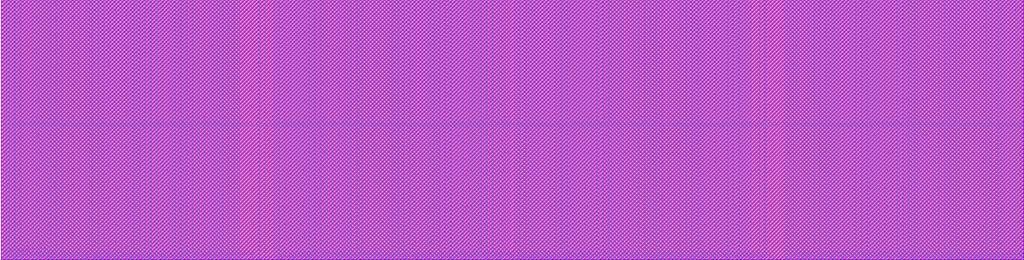
<source format=lef>
# Confidential Information of ARM, Inc.
# Use subject to ARM license.
# Copyright (c) 2020 ARM, Inc.

# ACI Version r11p2

# Reifier 3.1.1

VERSION 5.6 ;

BUSBITCHARS "[]" ;

#name: High Density Single Port SRAM RVT-HVT-RVT Compiler|CLN40G 40nm Process, 256 Rows Per Bank, 0.299um^2 Bit Cell
#version: r11p2
#comment: 
#configuration:  -instname "sram_sp_hde" -words 2048 -bits 80 -frequency 1 -mux 8 -pipeline off -write_mask off -wp_size 1 -write_thru on -top_layer "m5-m9" -power_type otc -redundancy off -rcols 2 -rrows 4 -bmux on -ser none -power_gating off -retention on -ema on -atf off -cust_comment "" -bus_notation on -left_bus_delim "[" -right_bus_delim "]" -pwr_gnd_rename "vddpe:VDDPE,vddce:VDDCE,vsse:VSSE" -prefix "" -name_case upper -rows_p_bl 256 -check_instname on -diodes on -drive 6 -dnw off -corners tt_0p90v_0p90v_25c,ss_0p81v_0p81v_m40c,ss_0p81v_0p81v_125c,ffg_0p99v_0p99v_125c,ff_0p99v_0p99v_m40c,ff_0p99v_0p99v_125c
SITE sram_sp_hde
  CLASS  CORE ;
  SIZE 572.31 BY 145.84 ;
  END sram_sp_hde

MACRO sram_sp_hde
  FOREIGN sram_sp_hde 0 0 ;
  SYMMETRY X Y R90 ;
  SITE sram_sp_hde ;
  SIZE 572.31 BY 145.84 ;
  CLASS BLOCK ;
  PIN Q[41]
    DIRECTION OUTPUT ;
    USE SIGNAL ;
    SHAPE ABUTMENT ;
    PORT
      LAYER M3 ;
      RECT 297.66 0.0 297.8 0.07 ;
      LAYER M4 ;
      RECT 297.66 0.0 297.8 0.07 ;
      END
    ANTENNAGATEAREA 0.0048 ;
    ANTENNADIFFAREA 0.06 ;
    END Q[41]
  PIN TA[8]
    DIRECTION INPUT ;
    USE SIGNAL ;
    SHAPE ABUTMENT ;
    PORT
      LAYER M2 ;
      RECT 297.34 0.0 297.48 0.07 ;
      LAYER M1 ;
      RECT 297.34 0.0 297.48 0.07 ;
      END
    ANTENNAGATEAREA 0.0048 ;
    ANTENNADIFFAREA 0.06 ;
    END TA[8]
  PIN TD[41]
    DIRECTION INPUT ;
    USE SIGNAL ;
    SHAPE ABUTMENT ;
    PORT
      LAYER M3 ;
      RECT 298.08 0.0 298.22 0.07 ;
      LAYER M4 ;
      RECT 298.08 0.0 298.22 0.07 ;
      END
    ANTENNAGATEAREA 0.0048 ;
    ANTENNADIFFAREA 0.06 ;
    END TD[41]
  PIN D[41]
    DIRECTION INPUT ;
    USE SIGNAL ;
    SHAPE ABUTMENT ;
    PORT
      LAYER M2 ;
      RECT 297.09 0.0 297.23 0.07 ;
      LAYER M1 ;
      RECT 297.09 0.0 297.23 0.07 ;
      END
    ANTENNAGATEAREA 0.0048 ;
    ANTENNADIFFAREA 0.06 ;
    END D[41]
  PIN DY[41]
    DIRECTION OUTPUT ;
    USE SIGNAL ;
    SHAPE ABUTMENT ;
    PORT
      LAYER M1 ;
      RECT 298.29 0.0 298.43 0.07 ;
      LAYER M2 ;
      RECT 298.29 0.0 298.43 0.07 ;
      END
    ANTENNAGATEAREA 0.0048 ;
    ANTENNADIFFAREA 0.06 ;
    END DY[41]
  PIN A[8]
    DIRECTION INPUT ;
    USE SIGNAL ;
    SHAPE ABUTMENT ;
    PORT
      LAYER M2 ;
      RECT 294.205 0.0 294.345 0.07 ;
      LAYER M1 ;
      RECT 294.205 0.0 294.345 0.07 ;
      END
    ANTENNAGATEAREA 0.0048 ;
    ANTENNADIFFAREA 0.06 ;
    END A[8]
  PIN AY[8]
    DIRECTION OUTPUT ;
    USE SIGNAL ;
    SHAPE ABUTMENT ;
    PORT
      LAYER M1 ;
      RECT 298.61 0.0 298.75 0.07 ;
      LAYER M2 ;
      RECT 298.61 0.0 298.75 0.07 ;
      END
    ANTENNAGATEAREA 0.0048 ;
    ANTENNADIFFAREA 0.06 ;
    END AY[8]
  PIN TQ[40]
    DIRECTION INPUT ;
    USE SIGNAL ;
    SHAPE ABUTMENT ;
    PORT
      LAYER M4 ;
      RECT 292.99 0.0 293.13 0.07 ;
      LAYER M3 ;
      RECT 292.99 0.0 293.13 0.07 ;
      END
    ANTENNAGATEAREA 0.0048 ;
    ANTENNADIFFAREA 0.06 ;
    END TQ[40]
  PIN TQ[41]
    DIRECTION INPUT ;
    USE SIGNAL ;
    SHAPE ABUTMENT ;
    PORT
      LAYER M3 ;
      RECT 299.63 0.0 299.77 0.07 ;
      LAYER M4 ;
      RECT 299.63 0.0 299.77 0.07 ;
      END
    ANTENNAGATEAREA 0.0048 ;
    ANTENNADIFFAREA 0.06 ;
    END TQ[41]
  PIN AY[9]
    DIRECTION OUTPUT ;
    USE SIGNAL ;
    SHAPE ABUTMENT ;
    PORT
      LAYER M2 ;
      RECT 292.005 0.0 292.145 0.07 ;
      LAYER M1 ;
      RECT 292.005 0.0 292.145 0.07 ;
      END
    ANTENNAGATEAREA 0.0048 ;
    ANTENNADIFFAREA 0.06 ;
    END AY[9]
  PIN A[7]
    DIRECTION INPUT ;
    USE SIGNAL ;
    SHAPE ABUTMENT ;
    PORT
      LAYER M1 ;
      RECT 300.825 0.0 300.965 0.07 ;
      LAYER M2 ;
      RECT 300.825 0.0 300.965 0.07 ;
      END
    ANTENNAGATEAREA 0.0048 ;
    ANTENNADIFFAREA 0.06 ;
    END A[7]
  PIN DY[40]
    DIRECTION OUTPUT ;
    USE SIGNAL ;
    SHAPE ABUTMENT ;
    PORT
      LAYER M2 ;
      RECT 291.65 0.0 291.79 0.07 ;
      LAYER M1 ;
      RECT 291.65 0.0 291.79 0.07 ;
      END
    ANTENNAGATEAREA 0.0048 ;
    ANTENNADIFFAREA 0.06 ;
    END DY[40]
  PIN TA[7]
    DIRECTION INPUT ;
    USE SIGNAL ;
    SHAPE ABUTMENT ;
    PORT
      LAYER M1 ;
      RECT 303.48 0.0 303.62 0.07 ;
      LAYER M2 ;
      RECT 303.48 0.0 303.62 0.07 ;
      END
    ANTENNAGATEAREA 0.0048 ;
    ANTENNADIFFAREA 0.06 ;
    END TA[7]
  PIN TD[40]
    DIRECTION INPUT ;
    USE SIGNAL ;
    SHAPE ABUTMENT ;
    PORT
      LAYER M4 ;
      RECT 291.44 0.0 291.58 0.07 ;
      LAYER M3 ;
      RECT 291.44 0.0 291.58 0.07 ;
      END
    ANTENNAGATEAREA 0.0048 ;
    ANTENNADIFFAREA 0.06 ;
    END TD[40]
  PIN D[42]
    DIRECTION INPUT ;
    USE SIGNAL ;
    SHAPE ABUTMENT ;
    PORT
      LAYER M1 ;
      RECT 303.73 0.0 303.87 0.07 ;
      LAYER M2 ;
      RECT 303.73 0.0 303.87 0.07 ;
      END
    ANTENNAGATEAREA 0.0048 ;
    ANTENNADIFFAREA 0.06 ;
    END D[42]
  PIN Q[40]
    DIRECTION OUTPUT ;
    USE SIGNAL ;
    SHAPE ABUTMENT ;
    PORT
      LAYER M4 ;
      RECT 291.02 0.0 291.16 0.07 ;
      LAYER M3 ;
      RECT 291.02 0.0 291.16 0.07 ;
      END
    ANTENNAGATEAREA 0.0048 ;
    ANTENNADIFFAREA 0.06 ;
    END Q[40]
  PIN Q[42]
    DIRECTION OUTPUT ;
    USE SIGNAL ;
    SHAPE ABUTMENT ;
    PORT
      LAYER M3 ;
      RECT 304.3 0.0 304.44 0.07 ;
      LAYER M4 ;
      RECT 304.3 0.0 304.44 0.07 ;
      END
    ANTENNAGATEAREA 0.0048 ;
    ANTENNADIFFAREA 0.06 ;
    END Q[42]
  PIN CLK
    DIRECTION INPUT ;
    USE SIGNAL ;
    SHAPE ABUTMENT ;
    PORT
      LAYER M2 ;
      RECT 290.81 0.0 290.95 0.07 ;
      LAYER M1 ;
      RECT 290.81 0.0 290.95 0.07 ;
      END
    ANTENNAGATEAREA 0.0048 ;
    ANTENNADIFFAREA 0.06 ;
    END CLK
  PIN TD[42]
    DIRECTION INPUT ;
    USE SIGNAL ;
    SHAPE ABUTMENT ;
    PORT
      LAYER M3 ;
      RECT 304.72 0.0 304.86 0.07 ;
      LAYER M4 ;
      RECT 304.72 0.0 304.86 0.07 ;
      END
    ANTENNAGATEAREA 0.0048 ;
    ANTENNADIFFAREA 0.06 ;
    END TD[42]
  PIN D[40]
    DIRECTION INPUT ;
    USE SIGNAL ;
    SHAPE ABUTMENT ;
    PORT
      LAYER M2 ;
      RECT 290.45 0.0 290.59 0.07 ;
      LAYER M1 ;
      RECT 290.45 0.0 290.59 0.07 ;
      END
    ANTENNAGATEAREA 0.0048 ;
    ANTENNADIFFAREA 0.06 ;
    END D[40]
  PIN DY[42]
    DIRECTION OUTPUT ;
    USE SIGNAL ;
    SHAPE ABUTMENT ;
    PORT
      LAYER M1 ;
      RECT 304.93 0.0 305.07 0.07 ;
      LAYER M2 ;
      RECT 304.93 0.0 305.07 0.07 ;
      END
    ANTENNAGATEAREA 0.0048 ;
    ANTENNADIFFAREA 0.06 ;
    END DY[42]
  PIN TA[9]
    DIRECTION INPUT ;
    USE SIGNAL ;
    SHAPE ABUTMENT ;
    PORT
      LAYER M2 ;
      RECT 286.295 0.0 286.435 0.07 ;
      LAYER M1 ;
      RECT 286.295 0.0 286.435 0.07 ;
      END
    ANTENNAGATEAREA 0.0048 ;
    ANTENNADIFFAREA 0.06 ;
    END TA[9]
  PIN TQ[42]
    DIRECTION INPUT ;
    USE SIGNAL ;
    SHAPE ABUTMENT ;
    PORT
      LAYER M3 ;
      RECT 306.27 0.0 306.41 0.07 ;
      LAYER M4 ;
      RECT 306.27 0.0 306.41 0.07 ;
      END
    ANTENNAGATEAREA 0.0048 ;
    ANTENNADIFFAREA 0.06 ;
    END TQ[42]
  PIN A[9]
    DIRECTION INPUT ;
    USE SIGNAL ;
    SHAPE ABUTMENT ;
    PORT
      LAYER M2 ;
      RECT 286.045 0.0 286.185 0.07 ;
      LAYER M1 ;
      RECT 286.045 0.0 286.185 0.07 ;
      END
    ANTENNAGATEAREA 0.0048 ;
    ANTENNADIFFAREA 0.06 ;
    END A[9]
  PIN AY[7]
    DIRECTION OUTPUT ;
    USE SIGNAL ;
    SHAPE ABUTMENT ;
    PORT
      LAYER M1 ;
      RECT 306.535 0.0 306.675 0.07 ;
      LAYER M2 ;
      RECT 306.535 0.0 306.675 0.07 ;
      END
    ANTENNAGATEAREA 0.0048 ;
    ANTENNADIFFAREA 0.06 ;
    END AY[7]
  PIN RET1N
    DIRECTION INPUT ;
    USE SIGNAL ;
    SHAPE ABUTMENT ;
    PORT
      LAYER M2 ;
      RECT 285.685 0.0 285.825 0.07 ;
      LAYER M1 ;
      RECT 285.685 0.0 285.825 0.07 ;
      END
    ANTENNAGATEAREA 0.0048 ;
    ANTENNADIFFAREA 0.06 ;
    END RET1N
  PIN A[6]
    DIRECTION INPUT ;
    USE SIGNAL ;
    SHAPE ABUTMENT ;
    PORT
      LAYER M1 ;
      RECT 307.3 0.0 307.44 0.07 ;
      LAYER M2 ;
      RECT 307.3 0.0 307.44 0.07 ;
      END
    ANTENNAGATEAREA 0.0048 ;
    ANTENNADIFFAREA 0.06 ;
    END A[6]
  PIN AY[10]
    DIRECTION OUTPUT ;
    USE SIGNAL ;
    SHAPE ABUTMENT ;
    PORT
      LAYER M2 ;
      RECT 283.27 0.0 283.41 0.07 ;
      LAYER M1 ;
      RECT 283.27 0.0 283.41 0.07 ;
      END
    ANTENNAGATEAREA 0.0048 ;
    ANTENNADIFFAREA 0.06 ;
    END AY[10]
  PIN D[43]
    DIRECTION INPUT ;
    USE SIGNAL ;
    SHAPE ABUTMENT ;
    PORT
      LAYER M1 ;
      RECT 310.37 0.0 310.51 0.07 ;
      LAYER M2 ;
      RECT 310.37 0.0 310.51 0.07 ;
      END
    ANTENNAGATEAREA 0.0048 ;
    ANTENNADIFFAREA 0.06 ;
    END D[43]
  PIN D[39]
    DIRECTION INPUT ;
    USE SIGNAL ;
    SHAPE ABUTMENT ;
    PORT
      LAYER M2 ;
      RECT 282.215 0.0 282.355 0.07 ;
      LAYER M1 ;
      RECT 282.215 0.0 282.355 0.07 ;
      END
    ANTENNAGATEAREA 0.0048 ;
    ANTENNADIFFAREA 0.06 ;
    END D[39]
  PIN TA[6]
    DIRECTION INPUT ;
    USE SIGNAL ;
    SHAPE ABUTMENT ;
    PORT
      LAYER M1 ;
      RECT 310.785 0.0 310.925 0.07 ;
      LAYER M2 ;
      RECT 310.785 0.0 310.925 0.07 ;
      END
    ANTENNAGATEAREA 0.0048 ;
    ANTENNADIFFAREA 0.06 ;
    END TA[6]
  PIN Q[39]
    DIRECTION OUTPUT ;
    USE SIGNAL ;
    SHAPE ABUTMENT ;
    PORT
      LAYER M4 ;
      RECT 281.15 0.0 281.29 0.07 ;
      LAYER M3 ;
      RECT 281.15 0.0 281.29 0.07 ;
      END
    ANTENNAGATEAREA 0.0048 ;
    ANTENNADIFFAREA 0.06 ;
    END Q[39]
  PIN Q[43]
    DIRECTION OUTPUT ;
    USE SIGNAL ;
    SHAPE ABUTMENT ;
    PORT
      LAYER M3 ;
      RECT 310.94 0.0 311.08 0.07 ;
      LAYER M4 ;
      RECT 310.94 0.0 311.08 0.07 ;
      END
    ANTENNAGATEAREA 0.0048 ;
    ANTENNADIFFAREA 0.06 ;
    END Q[43]
  PIN DY[39]
    DIRECTION OUTPUT ;
    USE SIGNAL ;
    SHAPE ABUTMENT ;
    PORT
      LAYER M2 ;
      RECT 280.98 0.0 281.12 0.07 ;
      LAYER M1 ;
      RECT 280.98 0.0 281.12 0.07 ;
      END
    ANTENNAGATEAREA 0.0048 ;
    ANTENNADIFFAREA 0.06 ;
    END DY[39]
  PIN TD[43]
    DIRECTION INPUT ;
    USE SIGNAL ;
    SHAPE ABUTMENT ;
    PORT
      LAYER M3 ;
      RECT 311.36 0.0 311.5 0.07 ;
      LAYER M4 ;
      RECT 311.36 0.0 311.5 0.07 ;
      END
    ANTENNAGATEAREA 0.0048 ;
    ANTENNADIFFAREA 0.06 ;
    END TD[43]
  PIN TD[39]
    DIRECTION INPUT ;
    USE SIGNAL ;
    SHAPE ABUTMENT ;
    PORT
      LAYER M4 ;
      RECT 280.73 0.0 280.87 0.07 ;
      LAYER M3 ;
      RECT 280.73 0.0 280.87 0.07 ;
      END
    ANTENNAGATEAREA 0.0048 ;
    ANTENNADIFFAREA 0.06 ;
    END TD[39]
  PIN DY[43]
    DIRECTION OUTPUT ;
    USE SIGNAL ;
    SHAPE ABUTMENT ;
    PORT
      LAYER M1 ;
      RECT 311.57 0.0 311.71 0.07 ;
      LAYER M2 ;
      RECT 311.57 0.0 311.71 0.07 ;
      END
    ANTENNAGATEAREA 0.0048 ;
    ANTENNADIFFAREA 0.06 ;
    END DY[43]
  PIN TQ[39]
    DIRECTION INPUT ;
    USE SIGNAL ;
    SHAPE ABUTMENT ;
    PORT
      LAYER M4 ;
      RECT 279.18 0.0 279.32 0.07 ;
      LAYER M3 ;
      RECT 279.18 0.0 279.32 0.07 ;
      END
    ANTENNAGATEAREA 0.0048 ;
    ANTENNADIFFAREA 0.06 ;
    END TQ[39]
  PIN TQ[43]
    DIRECTION INPUT ;
    USE SIGNAL ;
    SHAPE ABUTMENT ;
    PORT
      LAYER M3 ;
      RECT 312.91 0.0 313.05 0.07 ;
      LAYER M4 ;
      RECT 312.91 0.0 313.05 0.07 ;
      END
    ANTENNAGATEAREA 0.0048 ;
    ANTENNADIFFAREA 0.06 ;
    END TQ[43]
  PIN A[10]
    DIRECTION INPUT ;
    USE SIGNAL ;
    SHAPE ABUTMENT ;
    PORT
      LAYER M2 ;
      RECT 278.93 0.0 279.07 0.07 ;
      LAYER M1 ;
      RECT 278.93 0.0 279.07 0.07 ;
      END
    ANTENNAGATEAREA 0.0048 ;
    ANTENNADIFFAREA 0.06 ;
    END A[10]
  PIN AY[6]
    DIRECTION OUTPUT ;
    USE SIGNAL ;
    SHAPE ABUTMENT ;
    PORT
      LAYER M1 ;
      RECT 313.195 0.0 313.335 0.07 ;
      LAYER M2 ;
      RECT 313.195 0.0 313.335 0.07 ;
      END
    ANTENNAGATEAREA 0.0048 ;
    ANTENNADIFFAREA 0.06 ;
    END AY[6]
  PIN TA[10]
    DIRECTION INPUT ;
    USE SIGNAL ;
    SHAPE ABUTMENT ;
    PORT
      LAYER M2 ;
      RECT 278.235 0.0 278.375 0.07 ;
      LAYER M1 ;
      RECT 278.235 0.0 278.375 0.07 ;
      END
    ANTENNAGATEAREA 0.0048 ;
    ANTENNADIFFAREA 0.06 ;
    END TA[10]
  PIN A[5]
    DIRECTION INPUT ;
    USE SIGNAL ;
    SHAPE ABUTMENT ;
    PORT
      LAYER M1 ;
      RECT 314.105 0.0 314.245 0.07 ;
      LAYER M2 ;
      RECT 314.105 0.0 314.245 0.07 ;
      END
    ANTENNAGATEAREA 0.0048 ;
    ANTENNADIFFAREA 0.06 ;
    END A[5]
  PIN D[38]
    DIRECTION INPUT ;
    USE SIGNAL ;
    SHAPE ABUTMENT ;
    PORT
      LAYER M2 ;
      RECT 275.445 0.0 275.585 0.07 ;
      LAYER M1 ;
      RECT 275.445 0.0 275.585 0.07 ;
      END
    ANTENNAGATEAREA 0.0048 ;
    ANTENNADIFFAREA 0.06 ;
    END D[38]
  PIN D[44]
    DIRECTION INPUT ;
    USE SIGNAL ;
    SHAPE ABUTMENT ;
    PORT
      LAYER M1 ;
      RECT 317.01 0.0 317.15 0.07 ;
      LAYER M2 ;
      RECT 317.01 0.0 317.15 0.07 ;
      END
    ANTENNAGATEAREA 0.0048 ;
    ANTENNADIFFAREA 0.06 ;
    END D[44]
  PIN Q[38]
    DIRECTION OUTPUT ;
    USE SIGNAL ;
    SHAPE ABUTMENT ;
    PORT
      LAYER M4 ;
      RECT 274.51 0.0 274.65 0.07 ;
      LAYER M3 ;
      RECT 274.51 0.0 274.65 0.07 ;
      END
    ANTENNAGATEAREA 0.0048 ;
    ANTENNADIFFAREA 0.06 ;
    END Q[38]
  PIN Q[44]
    DIRECTION OUTPUT ;
    USE SIGNAL ;
    SHAPE ABUTMENT ;
    PORT
      LAYER M3 ;
      RECT 317.58 0.0 317.72 0.07 ;
      LAYER M4 ;
      RECT 317.58 0.0 317.72 0.07 ;
      END
    ANTENNAGATEAREA 0.0048 ;
    ANTENNADIFFAREA 0.06 ;
    END Q[44]
  PIN DY[38]
    DIRECTION OUTPUT ;
    USE SIGNAL ;
    SHAPE ABUTMENT ;
    PORT
      LAYER M2 ;
      RECT 274.3 0.0 274.44 0.07 ;
      LAYER M1 ;
      RECT 274.3 0.0 274.44 0.07 ;
      END
    ANTENNAGATEAREA 0.0048 ;
    ANTENNADIFFAREA 0.06 ;
    END DY[38]
  PIN TD[44]
    DIRECTION INPUT ;
    USE SIGNAL ;
    SHAPE ABUTMENT ;
    PORT
      LAYER M3 ;
      RECT 318.0 0.0 318.14 0.07 ;
      LAYER M4 ;
      RECT 318.0 0.0 318.14 0.07 ;
      END
    ANTENNAGATEAREA 0.0048 ;
    ANTENNADIFFAREA 0.06 ;
    END TD[44]
  PIN TD[38]
    DIRECTION INPUT ;
    USE SIGNAL ;
    SHAPE ABUTMENT ;
    PORT
      LAYER M4 ;
      RECT 274.09 0.0 274.23 0.07 ;
      LAYER M3 ;
      RECT 274.09 0.0 274.23 0.07 ;
      END
    ANTENNAGATEAREA 0.0048 ;
    ANTENNADIFFAREA 0.06 ;
    END TD[38]
  PIN DY[44]
    DIRECTION OUTPUT ;
    USE SIGNAL ;
    SHAPE ABUTMENT ;
    PORT
      LAYER M1 ;
      RECT 318.21 0.0 318.35 0.07 ;
      LAYER M2 ;
      RECT 318.21 0.0 318.35 0.07 ;
      END
    ANTENNAGATEAREA 0.0048 ;
    ANTENNADIFFAREA 0.06 ;
    END DY[44]
  PIN TQ[38]
    DIRECTION INPUT ;
    USE SIGNAL ;
    SHAPE ABUTMENT ;
    PORT
      LAYER M4 ;
      RECT 272.54 0.0 272.68 0.07 ;
      LAYER M3 ;
      RECT 272.54 0.0 272.68 0.07 ;
      END
    ANTENNAGATEAREA 0.0048 ;
    ANTENNADIFFAREA 0.06 ;
    END TQ[38]
  PIN TA[5]
    DIRECTION INPUT ;
    USE SIGNAL ;
    SHAPE ABUTMENT ;
    PORT
      LAYER M1 ;
      RECT 319.24 0.0 319.38 0.07 ;
      LAYER M2 ;
      RECT 319.24 0.0 319.38 0.07 ;
      END
    ANTENNAGATEAREA 0.0048 ;
    ANTENNADIFFAREA 0.06 ;
    END TA[5]
  PIN D[37]
    DIRECTION INPUT ;
    USE SIGNAL ;
    SHAPE ABUTMENT ;
    PORT
      LAYER M2 ;
      RECT 268.805 0.0 268.945 0.07 ;
      LAYER M1 ;
      RECT 268.805 0.0 268.945 0.07 ;
      END
    ANTENNAGATEAREA 0.0048 ;
    ANTENNADIFFAREA 0.06 ;
    END D[37]
  PIN TQ[44]
    DIRECTION INPUT ;
    USE SIGNAL ;
    SHAPE ABUTMENT ;
    PORT
      LAYER M3 ;
      RECT 319.55 0.0 319.69 0.07 ;
      LAYER M4 ;
      RECT 319.55 0.0 319.69 0.07 ;
      END
    ANTENNAGATEAREA 0.0048 ;
    ANTENNADIFFAREA 0.06 ;
    END TQ[44]
  PIN Q[37]
    DIRECTION OUTPUT ;
    USE SIGNAL ;
    SHAPE ABUTMENT ;
    PORT
      LAYER M4 ;
      RECT 267.87 0.0 268.01 0.07 ;
      LAYER M3 ;
      RECT 267.87 0.0 268.01 0.07 ;
      END
    ANTENNAGATEAREA 0.0048 ;
    ANTENNADIFFAREA 0.06 ;
    END Q[37]
  PIN AY[5]
    DIRECTION OUTPUT ;
    USE SIGNAL ;
    SHAPE ABUTMENT ;
    PORT
      LAYER M1 ;
      RECT 320.08 0.0 320.22 0.07 ;
      LAYER M2 ;
      RECT 320.08 0.0 320.22 0.07 ;
      END
    ANTENNAGATEAREA 0.0048 ;
    ANTENNADIFFAREA 0.06 ;
    END AY[5]
  PIN DY[37]
    DIRECTION OUTPUT ;
    USE SIGNAL ;
    SHAPE ABUTMENT ;
    PORT
      LAYER M2 ;
      RECT 267.66 0.0 267.8 0.07 ;
      LAYER M1 ;
      RECT 267.66 0.0 267.8 0.07 ;
      END
    ANTENNAGATEAREA 0.0048 ;
    ANTENNADIFFAREA 0.06 ;
    END DY[37]
  PIN CEN
    DIRECTION INPUT ;
    USE SIGNAL ;
    SHAPE ABUTMENT ;
    PORT
      LAYER M1 ;
      RECT 321.85 0.0 321.99 0.07 ;
      LAYER M2 ;
      RECT 321.85 0.0 321.99 0.07 ;
      END
    ANTENNAGATEAREA 0.0048 ;
    ANTENNADIFFAREA 0.06 ;
    END CEN
  PIN TD[37]
    DIRECTION INPUT ;
    USE SIGNAL ;
    SHAPE ABUTMENT ;
    PORT
      LAYER M4 ;
      RECT 267.45 0.0 267.59 0.07 ;
      LAYER M3 ;
      RECT 267.45 0.0 267.59 0.07 ;
      END
    ANTENNAGATEAREA 0.0048 ;
    ANTENNADIFFAREA 0.06 ;
    END TD[37]
  PIN D[45]
    DIRECTION INPUT ;
    USE SIGNAL ;
    SHAPE ABUTMENT ;
    PORT
      LAYER M1 ;
      RECT 323.65 0.0 323.79 0.07 ;
      LAYER M2 ;
      RECT 323.65 0.0 323.79 0.07 ;
      END
    ANTENNAGATEAREA 0.0048 ;
    ANTENNADIFFAREA 0.06 ;
    END D[45]
  PIN BEN
    DIRECTION INPUT ;
    USE SIGNAL ;
    SHAPE ABUTMENT ;
    PORT
      LAYER M2 ;
      RECT 266.14 0.0 266.28 0.07 ;
      LAYER M1 ;
      RECT 266.14 0.0 266.28 0.07 ;
      END
    ANTENNAGATEAREA 0.0048 ;
    ANTENNADIFFAREA 0.06 ;
    END BEN
  PIN TCEN
    DIRECTION INPUT ;
    USE SIGNAL ;
    SHAPE ABUTMENT ;
    PORT
      LAYER M1 ;
      RECT 324.18 0.0 324.32 0.07 ;
      LAYER M2 ;
      RECT 324.18 0.0 324.32 0.07 ;
      END
    ANTENNAGATEAREA 0.0048 ;
    ANTENNADIFFAREA 0.06 ;
    END TCEN
  PIN TQ[37]
    DIRECTION INPUT ;
    USE SIGNAL ;
    SHAPE ABUTMENT ;
    PORT
      LAYER M4 ;
      RECT 265.9 0.0 266.04 0.07 ;
      LAYER M3 ;
      RECT 265.9 0.0 266.04 0.07 ;
      END
    ANTENNAGATEAREA 0.0048 ;
    ANTENNADIFFAREA 0.06 ;
    END TQ[37]
  PIN Q[45]
    DIRECTION OUTPUT ;
    USE SIGNAL ;
    SHAPE ABUTMENT ;
    PORT
      LAYER M3 ;
      RECT 324.22 0.0 324.36 0.07 ;
      LAYER M4 ;
      RECT 324.22 0.0 324.36 0.07 ;
      END
    ANTENNAGATEAREA 0.0048 ;
    ANTENNADIFFAREA 0.06 ;
    END Q[45]
  PIN TEN
    DIRECTION INPUT ;
    USE SIGNAL ;
    SHAPE ABUTMENT ;
    PORT
      LAYER M2 ;
      RECT 263.88 0.0 264.02 0.07 ;
      LAYER M1 ;
      RECT 263.88 0.0 264.02 0.07 ;
      END
    ANTENNAGATEAREA 0.0048 ;
    ANTENNADIFFAREA 0.06 ;
    END TEN
  PIN TD[45]
    DIRECTION INPUT ;
    USE SIGNAL ;
    SHAPE ABUTMENT ;
    PORT
      LAYER M3 ;
      RECT 324.64 0.0 324.78 0.07 ;
      LAYER M4 ;
      RECT 324.64 0.0 324.78 0.07 ;
      END
    ANTENNAGATEAREA 0.0048 ;
    ANTENNADIFFAREA 0.06 ;
    END TD[45]
  PIN D[36]
    DIRECTION INPUT ;
    USE SIGNAL ;
    SHAPE ABUTMENT ;
    PORT
      LAYER M2 ;
      RECT 262.165 0.0 262.305 0.07 ;
      LAYER M1 ;
      RECT 262.165 0.0 262.305 0.07 ;
      END
    ANTENNAGATEAREA 0.0048 ;
    ANTENNADIFFAREA 0.06 ;
    END D[36]
  PIN DY[45]
    DIRECTION OUTPUT ;
    USE SIGNAL ;
    SHAPE ABUTMENT ;
    PORT
      LAYER M1 ;
      RECT 324.85 0.0 324.99 0.07 ;
      LAYER M2 ;
      RECT 324.85 0.0 324.99 0.07 ;
      END
    ANTENNAGATEAREA 0.0048 ;
    ANTENNADIFFAREA 0.06 ;
    END DY[45]
  PIN Q[36]
    DIRECTION OUTPUT ;
    USE SIGNAL ;
    SHAPE ABUTMENT ;
    PORT
      LAYER M4 ;
      RECT 261.23 0.0 261.37 0.07 ;
      LAYER M3 ;
      RECT 261.23 0.0 261.37 0.07 ;
      END
    ANTENNAGATEAREA 0.0048 ;
    ANTENNADIFFAREA 0.06 ;
    END Q[36]
  PIN TQ[45]
    DIRECTION INPUT ;
    USE SIGNAL ;
    SHAPE ABUTMENT ;
    PORT
      LAYER M3 ;
      RECT 326.19 0.0 326.33 0.07 ;
      LAYER M4 ;
      RECT 326.19 0.0 326.33 0.07 ;
      END
    ANTENNAGATEAREA 0.0048 ;
    ANTENNADIFFAREA 0.06 ;
    END TQ[45]
  PIN DY[36]
    DIRECTION OUTPUT ;
    USE SIGNAL ;
    SHAPE ABUTMENT ;
    PORT
      LAYER M2 ;
      RECT 261.02 0.0 261.16 0.07 ;
      LAYER M1 ;
      RECT 261.02 0.0 261.16 0.07 ;
      END
    ANTENNAGATEAREA 0.0048 ;
    ANTENNADIFFAREA 0.06 ;
    END DY[36]
  PIN CENY
    DIRECTION OUTPUT ;
    USE SIGNAL ;
    SHAPE ABUTMENT ;
    PORT
      LAYER M1 ;
      RECT 327.325 0.0 327.465 0.07 ;
      LAYER M2 ;
      RECT 327.325 0.0 327.465 0.07 ;
      END
    ANTENNAGATEAREA 0.0048 ;
    ANTENNADIFFAREA 0.06 ;
    END CENY
  PIN TD[36]
    DIRECTION INPUT ;
    USE SIGNAL ;
    SHAPE ABUTMENT ;
    PORT
      LAYER M4 ;
      RECT 260.81 0.0 260.95 0.07 ;
      LAYER M3 ;
      RECT 260.81 0.0 260.95 0.07 ;
      END
    ANTENNAGATEAREA 0.0048 ;
    ANTENNADIFFAREA 0.06 ;
    END TD[36]
  PIN D[46]
    DIRECTION INPUT ;
    USE SIGNAL ;
    SHAPE ABUTMENT ;
    PORT
      LAYER M1 ;
      RECT 330.29 0.0 330.43 0.07 ;
      LAYER M2 ;
      RECT 330.29 0.0 330.43 0.07 ;
      END
    ANTENNAGATEAREA 0.0048 ;
    ANTENNADIFFAREA 0.06 ;
    END D[46]
  PIN EMAS
    DIRECTION INPUT ;
    USE SIGNAL ;
    SHAPE ABUTMENT ;
    PORT
      LAYER M2 ;
      RECT 259.54 0.0 259.68 0.07 ;
      LAYER M1 ;
      RECT 259.54 0.0 259.68 0.07 ;
      END
    ANTENNAGATEAREA 0.0048 ;
    ANTENNADIFFAREA 0.06 ;
    END EMAS
  PIN Q[46]
    DIRECTION OUTPUT ;
    USE SIGNAL ;
    SHAPE ABUTMENT ;
    PORT
      LAYER M3 ;
      RECT 330.86 0.0 331.0 0.07 ;
      LAYER M4 ;
      RECT 330.86 0.0 331.0 0.07 ;
      END
    ANTENNAGATEAREA 0.0048 ;
    ANTENNADIFFAREA 0.06 ;
    END Q[46]
  PIN TQ[36]
    DIRECTION INPUT ;
    USE SIGNAL ;
    SHAPE ABUTMENT ;
    PORT
      LAYER M4 ;
      RECT 259.26 0.0 259.4 0.07 ;
      LAYER M3 ;
      RECT 259.26 0.0 259.4 0.07 ;
      END
    ANTENNAGATEAREA 0.0048 ;
    ANTENNADIFFAREA 0.06 ;
    END TQ[36]
  PIN TD[46]
    DIRECTION INPUT ;
    USE SIGNAL ;
    SHAPE ABUTMENT ;
    PORT
      LAYER M3 ;
      RECT 331.28 0.0 331.42 0.07 ;
      LAYER M4 ;
      RECT 331.28 0.0 331.42 0.07 ;
      END
    ANTENNAGATEAREA 0.0048 ;
    ANTENNADIFFAREA 0.06 ;
    END TD[46]
  PIN D[35]
    DIRECTION INPUT ;
    USE SIGNAL ;
    SHAPE ABUTMENT ;
    PORT
      LAYER M2 ;
      RECT 255.525 0.0 255.665 0.07 ;
      LAYER M1 ;
      RECT 255.525 0.0 255.665 0.07 ;
      END
    ANTENNAGATEAREA 0.0048 ;
    ANTENNADIFFAREA 0.06 ;
    END D[35]
  PIN DY[46]
    DIRECTION OUTPUT ;
    USE SIGNAL ;
    SHAPE ABUTMENT ;
    PORT
      LAYER M1 ;
      RECT 331.49 0.0 331.63 0.07 ;
      LAYER M2 ;
      RECT 331.49 0.0 331.63 0.07 ;
      END
    ANTENNAGATEAREA 0.0048 ;
    ANTENNADIFFAREA 0.06 ;
    END DY[46]
  PIN Q[35]
    DIRECTION OUTPUT ;
    USE SIGNAL ;
    SHAPE ABUTMENT ;
    PORT
      LAYER M4 ;
      RECT 254.59 0.0 254.73 0.07 ;
      LAYER M3 ;
      RECT 254.59 0.0 254.73 0.07 ;
      END
    ANTENNAGATEAREA 0.0048 ;
    ANTENNADIFFAREA 0.06 ;
    END Q[35]
  PIN TQ[46]
    DIRECTION INPUT ;
    USE SIGNAL ;
    SHAPE ABUTMENT ;
    PORT
      LAYER M3 ;
      RECT 332.83 0.0 332.97 0.07 ;
      LAYER M4 ;
      RECT 332.83 0.0 332.97 0.07 ;
      END
    ANTENNAGATEAREA 0.0048 ;
    ANTENNADIFFAREA 0.06 ;
    END TQ[46]
  PIN TD[35]
    DIRECTION INPUT ;
    USE SIGNAL ;
    SHAPE ABUTMENT ;
    PORT
      LAYER M4 ;
      RECT 254.17 0.0 254.31 0.07 ;
      LAYER M3 ;
      RECT 254.17 0.0 254.31 0.07 ;
      END
    ANTENNAGATEAREA 0.0048 ;
    ANTENNADIFFAREA 0.06 ;
    END TD[35]
  PIN D[47]
    DIRECTION INPUT ;
    USE SIGNAL ;
    SHAPE ABUTMENT ;
    PORT
      LAYER M1 ;
      RECT 336.93 0.0 337.07 0.07 ;
      LAYER M2 ;
      RECT 336.93 0.0 337.07 0.07 ;
      END
    ANTENNAGATEAREA 0.0048 ;
    ANTENNADIFFAREA 0.06 ;
    END D[47]
  PIN DY[35]
    DIRECTION OUTPUT ;
    USE SIGNAL ;
    SHAPE ABUTMENT ;
    PORT
      LAYER M2 ;
      RECT 253.96 0.0 254.1 0.07 ;
      LAYER M1 ;
      RECT 253.96 0.0 254.1 0.07 ;
      END
    ANTENNAGATEAREA 0.0048 ;
    ANTENNADIFFAREA 0.06 ;
    END DY[35]
  PIN Q[47]
    DIRECTION OUTPUT ;
    USE SIGNAL ;
    SHAPE ABUTMENT ;
    PORT
      LAYER M3 ;
      RECT 337.5 0.0 337.64 0.07 ;
      LAYER M4 ;
      RECT 337.5 0.0 337.64 0.07 ;
      END
    ANTENNAGATEAREA 0.0048 ;
    ANTENNADIFFAREA 0.06 ;
    END Q[47]
  PIN TQ[35]
    DIRECTION INPUT ;
    USE SIGNAL ;
    SHAPE ABUTMENT ;
    PORT
      LAYER M4 ;
      RECT 252.62 0.0 252.76 0.07 ;
      LAYER M3 ;
      RECT 252.62 0.0 252.76 0.07 ;
      END
    ANTENNAGATEAREA 0.0048 ;
    ANTENNADIFFAREA 0.06 ;
    END TQ[35]
  PIN TD[47]
    DIRECTION INPUT ;
    USE SIGNAL ;
    SHAPE ABUTMENT ;
    PORT
      LAYER M3 ;
      RECT 337.92 0.0 338.06 0.07 ;
      LAYER M4 ;
      RECT 337.92 0.0 338.06 0.07 ;
      END
    ANTENNAGATEAREA 0.0048 ;
    ANTENNADIFFAREA 0.06 ;
    END TD[47]
  PIN EMAW[0]
    DIRECTION INPUT ;
    USE SIGNAL ;
    SHAPE ABUTMENT ;
    PORT
      LAYER M2 ;
      RECT 251.79 0.0 251.93 0.07 ;
      LAYER M1 ;
      RECT 251.79 0.0 251.93 0.07 ;
      END
    ANTENNAGATEAREA 0.0048 ;
    ANTENNADIFFAREA 0.06 ;
    END EMAW[0]
  PIN DY[47]
    DIRECTION OUTPUT ;
    USE SIGNAL ;
    SHAPE ABUTMENT ;
    PORT
      LAYER M1 ;
      RECT 338.13 0.0 338.27 0.07 ;
      LAYER M2 ;
      RECT 338.13 0.0 338.27 0.07 ;
      END
    ANTENNAGATEAREA 0.0048 ;
    ANTENNADIFFAREA 0.06 ;
    END DY[47]
  PIN D[34]
    DIRECTION INPUT ;
    USE SIGNAL ;
    SHAPE ABUTMENT ;
    PORT
      LAYER M2 ;
      RECT 248.52 0.0 248.66 0.07 ;
      LAYER M1 ;
      RECT 248.52 0.0 248.66 0.07 ;
      END
    ANTENNAGATEAREA 0.0048 ;
    ANTENNADIFFAREA 0.06 ;
    END D[34]
  PIN TQ[47]
    DIRECTION INPUT ;
    USE SIGNAL ;
    SHAPE ABUTMENT ;
    PORT
      LAYER M3 ;
      RECT 339.47 0.0 339.61 0.07 ;
      LAYER M4 ;
      RECT 339.47 0.0 339.61 0.07 ;
      END
    ANTENNAGATEAREA 0.0048 ;
    ANTENNADIFFAREA 0.06 ;
    END TQ[47]
  PIN Q[34]
    DIRECTION OUTPUT ;
    USE SIGNAL ;
    SHAPE ABUTMENT ;
    PORT
      LAYER M4 ;
      RECT 247.95 0.0 248.09 0.07 ;
      LAYER M3 ;
      RECT 247.95 0.0 248.09 0.07 ;
      END
    ANTENNAGATEAREA 0.0048 ;
    ANTENNADIFFAREA 0.06 ;
    END Q[34]
  PIN D[48]
    DIRECTION INPUT ;
    USE SIGNAL ;
    SHAPE ABUTMENT ;
    PORT
      LAYER M1 ;
      RECT 343.57 0.0 343.71 0.07 ;
      LAYER M2 ;
      RECT 343.57 0.0 343.71 0.07 ;
      END
    ANTENNAGATEAREA 0.0048 ;
    ANTENNADIFFAREA 0.06 ;
    END D[48]
  PIN TD[34]
    DIRECTION INPUT ;
    USE SIGNAL ;
    SHAPE ABUTMENT ;
    PORT
      LAYER M4 ;
      RECT 247.53 0.0 247.67 0.07 ;
      LAYER M3 ;
      RECT 247.53 0.0 247.67 0.07 ;
      END
    ANTENNAGATEAREA 0.0048 ;
    ANTENNADIFFAREA 0.06 ;
    END TD[34]
  PIN Q[48]
    DIRECTION OUTPUT ;
    USE SIGNAL ;
    SHAPE ABUTMENT ;
    PORT
      LAYER M3 ;
      RECT 344.14 0.0 344.28 0.07 ;
      LAYER M4 ;
      RECT 344.14 0.0 344.28 0.07 ;
      END
    ANTENNAGATEAREA 0.0048 ;
    ANTENNADIFFAREA 0.06 ;
    END Q[48]
  PIN DY[34]
    DIRECTION OUTPUT ;
    USE SIGNAL ;
    SHAPE ABUTMENT ;
    PORT
      LAYER M2 ;
      RECT 247.32 0.0 247.46 0.07 ;
      LAYER M1 ;
      RECT 247.32 0.0 247.46 0.07 ;
      END
    ANTENNAGATEAREA 0.0048 ;
    ANTENNADIFFAREA 0.06 ;
    END DY[34]
  PIN TD[48]
    DIRECTION INPUT ;
    USE SIGNAL ;
    SHAPE ABUTMENT ;
    PORT
      LAYER M3 ;
      RECT 344.56 0.0 344.7 0.07 ;
      LAYER M4 ;
      RECT 344.56 0.0 344.7 0.07 ;
      END
    ANTENNAGATEAREA 0.0048 ;
    ANTENNADIFFAREA 0.06 ;
    END TD[48]
  PIN TQ[34]
    DIRECTION INPUT ;
    USE SIGNAL ;
    SHAPE ABUTMENT ;
    PORT
      LAYER M4 ;
      RECT 245.98 0.0 246.12 0.07 ;
      LAYER M3 ;
      RECT 245.98 0.0 246.12 0.07 ;
      END
    ANTENNAGATEAREA 0.0048 ;
    ANTENNADIFFAREA 0.06 ;
    END TQ[34]
  PIN DY[48]
    DIRECTION OUTPUT ;
    USE SIGNAL ;
    SHAPE ABUTMENT ;
    PORT
      LAYER M1 ;
      RECT 344.77 0.0 344.91 0.07 ;
      LAYER M2 ;
      RECT 344.77 0.0 344.91 0.07 ;
      END
    ANTENNAGATEAREA 0.0048 ;
    ANTENNADIFFAREA 0.06 ;
    END DY[48]
  PIN EMAW[1]
    DIRECTION INPUT ;
    USE SIGNAL ;
    SHAPE ABUTMENT ;
    PORT
      LAYER M2 ;
      RECT 243.465 0.0 243.605 0.07 ;
      LAYER M1 ;
      RECT 243.465 0.0 243.605 0.07 ;
      END
    ANTENNAGATEAREA 0.0048 ;
    ANTENNADIFFAREA 0.06 ;
    END EMAW[1]
  PIN WEN
    DIRECTION INPUT ;
    USE SIGNAL ;
    SHAPE ABUTMENT ;
    PORT
      LAYER M1 ;
      RECT 345.125 0.0 345.265 0.07 ;
      LAYER M2 ;
      RECT 345.125 0.0 345.265 0.07 ;
      END
    ANTENNAGATEAREA 0.0048 ;
    ANTENNADIFFAREA 0.06 ;
    END WEN
  PIN D[33]
    DIRECTION INPUT ;
    USE SIGNAL ;
    SHAPE ABUTMENT ;
    PORT
      LAYER M2 ;
      RECT 241.88 0.0 242.02 0.07 ;
      LAYER M1 ;
      RECT 241.88 0.0 242.02 0.07 ;
      END
    ANTENNAGATEAREA 0.0048 ;
    ANTENNADIFFAREA 0.06 ;
    END D[33]
  PIN TWEN
    DIRECTION INPUT ;
    USE SIGNAL ;
    SHAPE ABUTMENT ;
    PORT
      LAYER M1 ;
      RECT 345.795 0.0 345.935 0.07 ;
      LAYER M2 ;
      RECT 345.795 0.0 345.935 0.07 ;
      END
    ANTENNAGATEAREA 0.0048 ;
    ANTENNADIFFAREA 0.06 ;
    END TWEN
  PIN Q[33]
    DIRECTION OUTPUT ;
    USE SIGNAL ;
    SHAPE ABUTMENT ;
    PORT
      LAYER M4 ;
      RECT 241.31 0.0 241.45 0.07 ;
      LAYER M3 ;
      RECT 241.31 0.0 241.45 0.07 ;
      END
    ANTENNAGATEAREA 0.0048 ;
    ANTENNADIFFAREA 0.06 ;
    END Q[33]
  PIN TQ[48]
    DIRECTION INPUT ;
    USE SIGNAL ;
    SHAPE ABUTMENT ;
    PORT
      LAYER M3 ;
      RECT 346.11 0.0 346.25 0.07 ;
      LAYER M4 ;
      RECT 346.11 0.0 346.25 0.07 ;
      END
    ANTENNAGATEAREA 0.0048 ;
    ANTENNADIFFAREA 0.06 ;
    END TQ[48]
  PIN TD[33]
    DIRECTION INPUT ;
    USE SIGNAL ;
    SHAPE ABUTMENT ;
    PORT
      LAYER M4 ;
      RECT 240.89 0.0 241.03 0.07 ;
      LAYER M3 ;
      RECT 240.89 0.0 241.03 0.07 ;
      END
    ANTENNAGATEAREA 0.0048 ;
    ANTENNADIFFAREA 0.06 ;
    END TD[33]
  PIN D[49]
    DIRECTION INPUT ;
    USE SIGNAL ;
    SHAPE ABUTMENT ;
    PORT
      LAYER M1 ;
      RECT 350.21 0.0 350.35 0.07 ;
      LAYER M2 ;
      RECT 350.21 0.0 350.35 0.07 ;
      END
    ANTENNAGATEAREA 0.0048 ;
    ANTENNADIFFAREA 0.06 ;
    END D[49]
  PIN DY[33]
    DIRECTION OUTPUT ;
    USE SIGNAL ;
    SHAPE ABUTMENT ;
    PORT
      LAYER M2 ;
      RECT 240.68 0.0 240.82 0.07 ;
      LAYER M1 ;
      RECT 240.68 0.0 240.82 0.07 ;
      END
    ANTENNAGATEAREA 0.0048 ;
    ANTENNADIFFAREA 0.06 ;
    END DY[33]
  PIN Q[49]
    DIRECTION OUTPUT ;
    USE SIGNAL ;
    SHAPE ABUTMENT ;
    PORT
      LAYER M3 ;
      RECT 350.78 0.0 350.92 0.07 ;
      LAYER M4 ;
      RECT 350.78 0.0 350.92 0.07 ;
      END
    ANTENNAGATEAREA 0.0048 ;
    ANTENNADIFFAREA 0.06 ;
    END Q[49]
  PIN EMA[0]
    DIRECTION INPUT ;
    USE SIGNAL ;
    SHAPE ABUTMENT ;
    PORT
      LAYER M2 ;
      RECT 239.65 0.0 239.79 0.07 ;
      LAYER M1 ;
      RECT 239.65 0.0 239.79 0.07 ;
      END
    ANTENNAGATEAREA 0.0048 ;
    ANTENNADIFFAREA 0.06 ;
    END EMA[0]
  PIN TD[49]
    DIRECTION INPUT ;
    USE SIGNAL ;
    SHAPE ABUTMENT ;
    PORT
      LAYER M3 ;
      RECT 351.2 0.0 351.34 0.07 ;
      LAYER M4 ;
      RECT 351.2 0.0 351.34 0.07 ;
      END
    ANTENNAGATEAREA 0.0048 ;
    ANTENNADIFFAREA 0.06 ;
    END TD[49]
  PIN TQ[33]
    DIRECTION INPUT ;
    USE SIGNAL ;
    SHAPE ABUTMENT ;
    PORT
      LAYER M4 ;
      RECT 239.34 0.0 239.48 0.07 ;
      LAYER M3 ;
      RECT 239.34 0.0 239.48 0.07 ;
      END
    ANTENNAGATEAREA 0.0048 ;
    ANTENNADIFFAREA 0.06 ;
    END TQ[33]
  PIN DY[49]
    DIRECTION OUTPUT ;
    USE SIGNAL ;
    SHAPE ABUTMENT ;
    PORT
      LAYER M1 ;
      RECT 351.41 0.0 351.55 0.07 ;
      LAYER M2 ;
      RECT 351.41 0.0 351.55 0.07 ;
      END
    ANTENNAGATEAREA 0.0048 ;
    ANTENNADIFFAREA 0.06 ;
    END DY[49]
  PIN D[32]
    DIRECTION INPUT ;
    USE SIGNAL ;
    SHAPE ABUTMENT ;
    PORT
      LAYER M2 ;
      RECT 235.24 0.0 235.38 0.07 ;
      LAYER M1 ;
      RECT 235.24 0.0 235.38 0.07 ;
      END
    ANTENNAGATEAREA 0.0048 ;
    ANTENNADIFFAREA 0.06 ;
    END D[32]
  PIN WENY
    DIRECTION OUTPUT ;
    USE SIGNAL ;
    SHAPE ABUTMENT ;
    PORT
      LAYER M1 ;
      RECT 351.765 0.0 351.905 0.07 ;
      LAYER M2 ;
      RECT 351.765 0.0 351.905 0.07 ;
      END
    ANTENNAGATEAREA 0.0048 ;
    ANTENNADIFFAREA 0.06 ;
    END WENY
  PIN Q[32]
    DIRECTION OUTPUT ;
    USE SIGNAL ;
    SHAPE ABUTMENT ;
    PORT
      LAYER M4 ;
      RECT 234.67 0.0 234.81 0.07 ;
      LAYER M3 ;
      RECT 234.67 0.0 234.81 0.07 ;
      END
    ANTENNAGATEAREA 0.0048 ;
    ANTENNADIFFAREA 0.06 ;
    END Q[32]
  PIN A[4]
    DIRECTION INPUT ;
    USE SIGNAL ;
    SHAPE ABUTMENT ;
    PORT
      LAYER M1 ;
      RECT 352.435 0.0 352.575 0.07 ;
      LAYER M2 ;
      RECT 352.435 0.0 352.575 0.07 ;
      END
    ANTENNAGATEAREA 0.0048 ;
    ANTENNADIFFAREA 0.06 ;
    END A[4]
  PIN TD[32]
    DIRECTION INPUT ;
    USE SIGNAL ;
    SHAPE ABUTMENT ;
    PORT
      LAYER M4 ;
      RECT 234.25 0.0 234.39 0.07 ;
      LAYER M3 ;
      RECT 234.25 0.0 234.39 0.07 ;
      END
    ANTENNAGATEAREA 0.0048 ;
    ANTENNADIFFAREA 0.06 ;
    END TD[32]
  PIN TQ[49]
    DIRECTION INPUT ;
    USE SIGNAL ;
    SHAPE ABUTMENT ;
    PORT
      LAYER M3 ;
      RECT 352.75 0.0 352.89 0.07 ;
      LAYER M4 ;
      RECT 352.75 0.0 352.89 0.07 ;
      END
    ANTENNAGATEAREA 0.0048 ;
    ANTENNADIFFAREA 0.06 ;
    END TQ[49]
  PIN DY[32]
    DIRECTION OUTPUT ;
    USE SIGNAL ;
    SHAPE ABUTMENT ;
    PORT
      LAYER M2 ;
      RECT 234.04 0.0 234.18 0.07 ;
      LAYER M1 ;
      RECT 234.04 0.0 234.18 0.07 ;
      END
    ANTENNAGATEAREA 0.0048 ;
    ANTENNADIFFAREA 0.06 ;
    END DY[32]
  PIN TA[4]
    DIRECTION INPUT ;
    USE SIGNAL ;
    SHAPE ABUTMENT ;
    PORT
      LAYER M1 ;
      RECT 352.955 0.0 353.095 0.07 ;
      LAYER M2 ;
      RECT 352.955 0.0 353.095 0.07 ;
      END
    ANTENNAGATEAREA 0.0048 ;
    ANTENNADIFFAREA 0.06 ;
    END TA[4]
  PIN TQ[32]
    DIRECTION INPUT ;
    USE SIGNAL ;
    SHAPE ABUTMENT ;
    PORT
      LAYER M4 ;
      RECT 232.7 0.0 232.84 0.07 ;
      LAYER M3 ;
      RECT 232.7 0.0 232.84 0.07 ;
      END
    ANTENNAGATEAREA 0.0048 ;
    ANTENNADIFFAREA 0.06 ;
    END TQ[32]
  PIN D[50]
    DIRECTION INPUT ;
    USE SIGNAL ;
    SHAPE ABUTMENT ;
    PORT
      LAYER M1 ;
      RECT 356.85 0.0 356.99 0.07 ;
      LAYER M2 ;
      RECT 356.85 0.0 356.99 0.07 ;
      END
    ANTENNAGATEAREA 0.0048 ;
    ANTENNADIFFAREA 0.06 ;
    END D[50]
  PIN EMA[1]
    DIRECTION INPUT ;
    USE SIGNAL ;
    SHAPE ABUTMENT ;
    PORT
      LAYER M2 ;
      RECT 230.435 0.0 230.575 0.07 ;
      LAYER M1 ;
      RECT 230.435 0.0 230.575 0.07 ;
      END
    ANTENNAGATEAREA 0.0048 ;
    ANTENNADIFFAREA 0.06 ;
    END EMA[1]
  PIN Q[50]
    DIRECTION OUTPUT ;
    USE SIGNAL ;
    SHAPE ABUTMENT ;
    PORT
      LAYER M3 ;
      RECT 357.42 0.0 357.56 0.07 ;
      LAYER M4 ;
      RECT 357.42 0.0 357.56 0.07 ;
      END
    ANTENNAGATEAREA 0.0048 ;
    ANTENNADIFFAREA 0.06 ;
    END Q[50]
  PIN D[31]
    DIRECTION INPUT ;
    USE SIGNAL ;
    SHAPE ABUTMENT ;
    PORT
      LAYER M2 ;
      RECT 228.6 0.0 228.74 0.07 ;
      LAYER M1 ;
      RECT 228.6 0.0 228.74 0.07 ;
      END
    ANTENNAGATEAREA 0.0048 ;
    ANTENNADIFFAREA 0.06 ;
    END D[31]
  PIN TD[50]
    DIRECTION INPUT ;
    USE SIGNAL ;
    SHAPE ABUTMENT ;
    PORT
      LAYER M3 ;
      RECT 357.84 0.0 357.98 0.07 ;
      LAYER M4 ;
      RECT 357.84 0.0 357.98 0.07 ;
      END
    ANTENNAGATEAREA 0.0048 ;
    ANTENNADIFFAREA 0.06 ;
    END TD[50]
  PIN Q[31]
    DIRECTION OUTPUT ;
    USE SIGNAL ;
    SHAPE ABUTMENT ;
    PORT
      LAYER M4 ;
      RECT 228.03 0.0 228.17 0.07 ;
      LAYER M3 ;
      RECT 228.03 0.0 228.17 0.07 ;
      END
    ANTENNAGATEAREA 0.0048 ;
    ANTENNADIFFAREA 0.06 ;
    END Q[31]
  PIN DY[50]
    DIRECTION OUTPUT ;
    USE SIGNAL ;
    SHAPE ABUTMENT ;
    PORT
      LAYER M1 ;
      RECT 358.05 0.0 358.19 0.07 ;
      LAYER M2 ;
      RECT 358.05 0.0 358.19 0.07 ;
      END
    ANTENNAGATEAREA 0.0048 ;
    ANTENNADIFFAREA 0.06 ;
    END DY[50]
  PIN TD[31]
    DIRECTION INPUT ;
    USE SIGNAL ;
    SHAPE ABUTMENT ;
    PORT
      LAYER M4 ;
      RECT 227.61 0.0 227.75 0.07 ;
      LAYER M3 ;
      RECT 227.61 0.0 227.75 0.07 ;
      END
    ANTENNAGATEAREA 0.0048 ;
    ANTENNADIFFAREA 0.06 ;
    END TD[31]
  PIN AY[4]
    DIRECTION OUTPUT ;
    USE SIGNAL ;
    SHAPE ABUTMENT ;
    PORT
      LAYER M1 ;
      RECT 358.37 0.0 358.51 0.07 ;
      LAYER M2 ;
      RECT 358.37 0.0 358.51 0.07 ;
      END
    ANTENNAGATEAREA 0.0048 ;
    ANTENNADIFFAREA 0.06 ;
    END AY[4]
  PIN DY[31]
    DIRECTION OUTPUT ;
    USE SIGNAL ;
    SHAPE ABUTMENT ;
    PORT
      LAYER M2 ;
      RECT 227.4 0.0 227.54 0.07 ;
      LAYER M1 ;
      RECT 227.4 0.0 227.54 0.07 ;
      END
    ANTENNAGATEAREA 0.0048 ;
    ANTENNADIFFAREA 0.06 ;
    END DY[31]
  PIN A[3]
    DIRECTION INPUT ;
    USE SIGNAL ;
    SHAPE ABUTMENT ;
    PORT
      LAYER M1 ;
      RECT 359.075 0.0 359.215 0.07 ;
      LAYER M2 ;
      RECT 359.075 0.0 359.215 0.07 ;
      END
    ANTENNAGATEAREA 0.0048 ;
    ANTENNADIFFAREA 0.06 ;
    END A[3]
  PIN TQ[31]
    DIRECTION INPUT ;
    USE SIGNAL ;
    SHAPE ABUTMENT ;
    PORT
      LAYER M4 ;
      RECT 226.06 0.0 226.2 0.07 ;
      LAYER M3 ;
      RECT 226.06 0.0 226.2 0.07 ;
      END
    ANTENNAGATEAREA 0.0048 ;
    ANTENNADIFFAREA 0.06 ;
    END TQ[31]
  PIN TQ[50]
    DIRECTION INPUT ;
    USE SIGNAL ;
    SHAPE ABUTMENT ;
    PORT
      LAYER M3 ;
      RECT 359.39 0.0 359.53 0.07 ;
      LAYER M4 ;
      RECT 359.39 0.0 359.53 0.07 ;
      END
    ANTENNAGATEAREA 0.0048 ;
    ANTENNADIFFAREA 0.06 ;
    END TQ[50]
  PIN EMA[2]
    DIRECTION INPUT ;
    USE SIGNAL ;
    SHAPE ABUTMENT ;
    PORT
      LAYER M2 ;
      RECT 224.995 0.0 225.135 0.07 ;
      LAYER M1 ;
      RECT 224.995 0.0 225.135 0.07 ;
      END
    ANTENNAGATEAREA 0.0048 ;
    ANTENNADIFFAREA 0.06 ;
    END EMA[2]
  PIN TA[3]
    DIRECTION INPUT ;
    USE SIGNAL ;
    SHAPE ABUTMENT ;
    PORT
      LAYER M1 ;
      RECT 362.395 0.0 362.535 0.07 ;
      LAYER M2 ;
      RECT 362.395 0.0 362.535 0.07 ;
      END
    ANTENNAGATEAREA 0.0048 ;
    ANTENNADIFFAREA 0.06 ;
    END TA[3]
  PIN D[30]
    DIRECTION INPUT ;
    USE SIGNAL ;
    SHAPE ABUTMENT ;
    PORT
      LAYER M2 ;
      RECT 221.96 0.0 222.1 0.07 ;
      LAYER M1 ;
      RECT 221.96 0.0 222.1 0.07 ;
      END
    ANTENNAGATEAREA 0.0048 ;
    ANTENNADIFFAREA 0.06 ;
    END D[30]
  PIN D[51]
    DIRECTION INPUT ;
    USE SIGNAL ;
    SHAPE ABUTMENT ;
    PORT
      LAYER M1 ;
      RECT 363.49 0.0 363.63 0.07 ;
      LAYER M2 ;
      RECT 363.49 0.0 363.63 0.07 ;
      END
    ANTENNAGATEAREA 0.0048 ;
    ANTENNADIFFAREA 0.06 ;
    END D[51]
  PIN Q[30]
    DIRECTION OUTPUT ;
    USE SIGNAL ;
    SHAPE ABUTMENT ;
    PORT
      LAYER M4 ;
      RECT 221.39 0.0 221.53 0.07 ;
      LAYER M3 ;
      RECT 221.39 0.0 221.53 0.07 ;
      END
    ANTENNAGATEAREA 0.0048 ;
    ANTENNADIFFAREA 0.06 ;
    END Q[30]
  PIN AY[3]
    DIRECTION OUTPUT ;
    USE SIGNAL ;
    SHAPE ABUTMENT ;
    PORT
      LAYER M1 ;
      RECT 363.905 0.0 364.045 0.07 ;
      LAYER M2 ;
      RECT 363.905 0.0 364.045 0.07 ;
      END
    ANTENNAGATEAREA 0.0048 ;
    ANTENNADIFFAREA 0.06 ;
    END AY[3]
  PIN TD[30]
    DIRECTION INPUT ;
    USE SIGNAL ;
    SHAPE ABUTMENT ;
    PORT
      LAYER M4 ;
      RECT 220.97 0.0 221.11 0.07 ;
      LAYER M3 ;
      RECT 220.97 0.0 221.11 0.07 ;
      END
    ANTENNAGATEAREA 0.0048 ;
    ANTENNADIFFAREA 0.06 ;
    END TD[30]
  PIN Q[51]
    DIRECTION OUTPUT ;
    USE SIGNAL ;
    SHAPE ABUTMENT ;
    PORT
      LAYER M3 ;
      RECT 364.06 0.0 364.2 0.07 ;
      LAYER M4 ;
      RECT 364.06 0.0 364.2 0.07 ;
      END
    ANTENNAGATEAREA 0.0048 ;
    ANTENNADIFFAREA 0.06 ;
    END Q[51]
  PIN DY[30]
    DIRECTION OUTPUT ;
    USE SIGNAL ;
    SHAPE ABUTMENT ;
    PORT
      LAYER M2 ;
      RECT 220.76 0.0 220.9 0.07 ;
      LAYER M1 ;
      RECT 220.76 0.0 220.9 0.07 ;
      END
    ANTENNAGATEAREA 0.0048 ;
    ANTENNADIFFAREA 0.06 ;
    END DY[30]
  PIN TD[51]
    DIRECTION INPUT ;
    USE SIGNAL ;
    SHAPE ABUTMENT ;
    PORT
      LAYER M3 ;
      RECT 364.48 0.0 364.62 0.07 ;
      LAYER M4 ;
      RECT 364.48 0.0 364.62 0.07 ;
      END
    ANTENNAGATEAREA 0.0048 ;
    ANTENNADIFFAREA 0.06 ;
    END TD[51]
  PIN STOV
    DIRECTION INPUT ;
    USE SIGNAL ;
    SHAPE ABUTMENT ;
    PORT
      LAYER M2 ;
      RECT 219.63 0.0 219.77 0.07 ;
      LAYER M1 ;
      RECT 219.63 0.0 219.77 0.07 ;
      END
    ANTENNAGATEAREA 0.0048 ;
    ANTENNADIFFAREA 0.06 ;
    END STOV
  PIN DY[51]
    DIRECTION OUTPUT ;
    USE SIGNAL ;
    SHAPE ABUTMENT ;
    PORT
      LAYER M1 ;
      RECT 364.69 0.0 364.83 0.07 ;
      LAYER M2 ;
      RECT 364.69 0.0 364.83 0.07 ;
      END
    ANTENNAGATEAREA 0.0048 ;
    ANTENNADIFFAREA 0.06 ;
    END DY[51]
  PIN TQ[30]
    DIRECTION INPUT ;
    USE SIGNAL ;
    SHAPE ABUTMENT ;
    PORT
      LAYER M4 ;
      RECT 219.42 0.0 219.56 0.07 ;
      LAYER M3 ;
      RECT 219.42 0.0 219.56 0.07 ;
      END
    ANTENNAGATEAREA 0.0048 ;
    ANTENNADIFFAREA 0.06 ;
    END TQ[30]
  PIN TQ[51]
    DIRECTION INPUT ;
    USE SIGNAL ;
    SHAPE ABUTMENT ;
    PORT
      LAYER M3 ;
      RECT 366.03 0.0 366.17 0.07 ;
      LAYER M4 ;
      RECT 366.03 0.0 366.17 0.07 ;
      END
    ANTENNAGATEAREA 0.0048 ;
    ANTENNADIFFAREA 0.06 ;
    END TQ[51]
  PIN D[29]
    DIRECTION INPUT ;
    USE SIGNAL ;
    SHAPE ABUTMENT ;
    PORT
      LAYER M2 ;
      RECT 215.32 0.0 215.46 0.07 ;
      LAYER M1 ;
      RECT 215.32 0.0 215.46 0.07 ;
      END
    ANTENNAGATEAREA 0.0048 ;
    ANTENNADIFFAREA 0.06 ;
    END D[29]
  PIN D[52]
    DIRECTION INPUT ;
    USE SIGNAL ;
    SHAPE ABUTMENT ;
    PORT
      LAYER M1 ;
      RECT 370.13 0.0 370.27 0.07 ;
      LAYER M2 ;
      RECT 370.13 0.0 370.27 0.07 ;
      END
    ANTENNAGATEAREA 0.0048 ;
    ANTENNADIFFAREA 0.06 ;
    END D[52]
  PIN Q[29]
    DIRECTION OUTPUT ;
    USE SIGNAL ;
    SHAPE ABUTMENT ;
    PORT
      LAYER M4 ;
      RECT 214.75 0.0 214.89 0.07 ;
      LAYER M3 ;
      RECT 214.75 0.0 214.89 0.07 ;
      END
    ANTENNAGATEAREA 0.0048 ;
    ANTENNADIFFAREA 0.06 ;
    END Q[29]
  PIN Q[52]
    DIRECTION OUTPUT ;
    USE SIGNAL ;
    SHAPE ABUTMENT ;
    PORT
      LAYER M3 ;
      RECT 370.7 0.0 370.84 0.07 ;
      LAYER M4 ;
      RECT 370.7 0.0 370.84 0.07 ;
      END
    ANTENNAGATEAREA 0.0048 ;
    ANTENNADIFFAREA 0.06 ;
    END Q[52]
  PIN TD[29]
    DIRECTION INPUT ;
    USE SIGNAL ;
    SHAPE ABUTMENT ;
    PORT
      LAYER M4 ;
      RECT 214.33 0.0 214.47 0.07 ;
      LAYER M3 ;
      RECT 214.33 0.0 214.47 0.07 ;
      END
    ANTENNAGATEAREA 0.0048 ;
    ANTENNADIFFAREA 0.06 ;
    END TD[29]
  PIN TD[52]
    DIRECTION INPUT ;
    USE SIGNAL ;
    SHAPE ABUTMENT ;
    PORT
      LAYER M3 ;
      RECT 371.12 0.0 371.26 0.07 ;
      LAYER M4 ;
      RECT 371.12 0.0 371.26 0.07 ;
      END
    ANTENNAGATEAREA 0.0048 ;
    ANTENNADIFFAREA 0.06 ;
    END TD[52]
  PIN DY[29]
    DIRECTION OUTPUT ;
    USE SIGNAL ;
    SHAPE ABUTMENT ;
    PORT
      LAYER M2 ;
      RECT 214.12 0.0 214.26 0.07 ;
      LAYER M1 ;
      RECT 214.12 0.0 214.26 0.07 ;
      END
    ANTENNAGATEAREA 0.0048 ;
    ANTENNADIFFAREA 0.06 ;
    END DY[29]
  PIN DY[52]
    DIRECTION OUTPUT ;
    USE SIGNAL ;
    SHAPE ABUTMENT ;
    PORT
      LAYER M1 ;
      RECT 371.33 0.0 371.47 0.07 ;
      LAYER M2 ;
      RECT 371.33 0.0 371.47 0.07 ;
      END
    ANTENNAGATEAREA 0.0048 ;
    ANTENNADIFFAREA 0.06 ;
    END DY[52]
  PIN TQ[29]
    DIRECTION INPUT ;
    USE SIGNAL ;
    SHAPE ABUTMENT ;
    PORT
      LAYER M4 ;
      RECT 212.78 0.0 212.92 0.07 ;
      LAYER M3 ;
      RECT 212.78 0.0 212.92 0.07 ;
      END
    ANTENNAGATEAREA 0.0048 ;
    ANTENNADIFFAREA 0.06 ;
    END TQ[29]
  PIN TQ[52]
    DIRECTION INPUT ;
    USE SIGNAL ;
    SHAPE ABUTMENT ;
    PORT
      LAYER M3 ;
      RECT 372.67 0.0 372.81 0.07 ;
      LAYER M4 ;
      RECT 372.67 0.0 372.81 0.07 ;
      END
    ANTENNAGATEAREA 0.0048 ;
    ANTENNADIFFAREA 0.06 ;
    END TQ[52]
  PIN D[28]
    DIRECTION INPUT ;
    USE SIGNAL ;
    SHAPE ABUTMENT ;
    PORT
      LAYER M2 ;
      RECT 208.68 0.0 208.82 0.07 ;
      LAYER M1 ;
      RECT 208.68 0.0 208.82 0.07 ;
      END
    ANTENNAGATEAREA 0.0048 ;
    ANTENNADIFFAREA 0.06 ;
    END D[28]
  PIN D[53]
    DIRECTION INPUT ;
    USE SIGNAL ;
    SHAPE ABUTMENT ;
    PORT
      LAYER M1 ;
      RECT 376.77 0.0 376.91 0.07 ;
      LAYER M2 ;
      RECT 376.77 0.0 376.91 0.07 ;
      END
    ANTENNAGATEAREA 0.0048 ;
    ANTENNADIFFAREA 0.06 ;
    END D[53]
  PIN Q[28]
    DIRECTION OUTPUT ;
    USE SIGNAL ;
    SHAPE ABUTMENT ;
    PORT
      LAYER M4 ;
      RECT 208.11 0.0 208.25 0.07 ;
      LAYER M3 ;
      RECT 208.11 0.0 208.25 0.07 ;
      END
    ANTENNAGATEAREA 0.0048 ;
    ANTENNADIFFAREA 0.06 ;
    END Q[28]
  PIN Q[53]
    DIRECTION OUTPUT ;
    USE SIGNAL ;
    SHAPE ABUTMENT ;
    PORT
      LAYER M3 ;
      RECT 377.34 0.0 377.48 0.07 ;
      LAYER M4 ;
      RECT 377.34 0.0 377.48 0.07 ;
      END
    ANTENNAGATEAREA 0.0048 ;
    ANTENNADIFFAREA 0.06 ;
    END Q[53]
  PIN TD[28]
    DIRECTION INPUT ;
    USE SIGNAL ;
    SHAPE ABUTMENT ;
    PORT
      LAYER M4 ;
      RECT 207.69 0.0 207.83 0.07 ;
      LAYER M3 ;
      RECT 207.69 0.0 207.83 0.07 ;
      END
    ANTENNAGATEAREA 0.0048 ;
    ANTENNADIFFAREA 0.06 ;
    END TD[28]
  PIN TD[53]
    DIRECTION INPUT ;
    USE SIGNAL ;
    SHAPE ABUTMENT ;
    PORT
      LAYER M3 ;
      RECT 377.76 0.0 377.9 0.07 ;
      LAYER M4 ;
      RECT 377.76 0.0 377.9 0.07 ;
      END
    ANTENNAGATEAREA 0.0048 ;
    ANTENNADIFFAREA 0.06 ;
    END TD[53]
  PIN DY[28]
    DIRECTION OUTPUT ;
    USE SIGNAL ;
    SHAPE ABUTMENT ;
    PORT
      LAYER M2 ;
      RECT 207.48 0.0 207.62 0.07 ;
      LAYER M1 ;
      RECT 207.48 0.0 207.62 0.07 ;
      END
    ANTENNAGATEAREA 0.0048 ;
    ANTENNADIFFAREA 0.06 ;
    END DY[28]
  PIN DY[53]
    DIRECTION OUTPUT ;
    USE SIGNAL ;
    SHAPE ABUTMENT ;
    PORT
      LAYER M1 ;
      RECT 377.97 0.0 378.11 0.07 ;
      LAYER M2 ;
      RECT 377.97 0.0 378.11 0.07 ;
      END
    ANTENNAGATEAREA 0.0048 ;
    ANTENNADIFFAREA 0.06 ;
    END DY[53]
  PIN TQ[28]
    DIRECTION INPUT ;
    USE SIGNAL ;
    SHAPE ABUTMENT ;
    PORT
      LAYER M4 ;
      RECT 206.14 0.0 206.28 0.07 ;
      LAYER M3 ;
      RECT 206.14 0.0 206.28 0.07 ;
      END
    ANTENNAGATEAREA 0.0048 ;
    ANTENNADIFFAREA 0.06 ;
    END TQ[28]
  PIN TQ[53]
    DIRECTION INPUT ;
    USE SIGNAL ;
    SHAPE ABUTMENT ;
    PORT
      LAYER M3 ;
      RECT 379.31 0.0 379.45 0.07 ;
      LAYER M4 ;
      RECT 379.31 0.0 379.45 0.07 ;
      END
    ANTENNAGATEAREA 0.0048 ;
    ANTENNADIFFAREA 0.06 ;
    END TQ[53]
  PIN D[27]
    DIRECTION INPUT ;
    USE SIGNAL ;
    SHAPE ABUTMENT ;
    PORT
      LAYER M2 ;
      RECT 202.04 0.0 202.18 0.07 ;
      LAYER M1 ;
      RECT 202.04 0.0 202.18 0.07 ;
      END
    ANTENNAGATEAREA 0.0048 ;
    ANTENNADIFFAREA 0.06 ;
    END D[27]
  PIN A[2]
    DIRECTION INPUT ;
    USE SIGNAL ;
    SHAPE ABUTMENT ;
    PORT
      LAYER M1 ;
      RECT 379.53 0.0 379.67 0.07 ;
      LAYER M2 ;
      RECT 379.53 0.0 379.67 0.07 ;
      END
    ANTENNAGATEAREA 0.0048 ;
    ANTENNADIFFAREA 0.06 ;
    END A[2]
  PIN Q[27]
    DIRECTION OUTPUT ;
    USE SIGNAL ;
    SHAPE ABUTMENT ;
    PORT
      LAYER M4 ;
      RECT 201.47 0.0 201.61 0.07 ;
      LAYER M3 ;
      RECT 201.47 0.0 201.61 0.07 ;
      END
    ANTENNAGATEAREA 0.0048 ;
    ANTENNADIFFAREA 0.06 ;
    END Q[27]
  PIN TA[2]
    DIRECTION INPUT ;
    USE SIGNAL ;
    SHAPE ABUTMENT ;
    PORT
      LAYER M1 ;
      RECT 383.16 0.0 383.3 0.07 ;
      LAYER M2 ;
      RECT 383.16 0.0 383.3 0.07 ;
      END
    ANTENNAGATEAREA 0.0048 ;
    ANTENNADIFFAREA 0.06 ;
    END TA[2]
  PIN TD[27]
    DIRECTION INPUT ;
    USE SIGNAL ;
    SHAPE ABUTMENT ;
    PORT
      LAYER M4 ;
      RECT 201.05 0.0 201.19 0.07 ;
      LAYER M3 ;
      RECT 201.05 0.0 201.19 0.07 ;
      END
    ANTENNAGATEAREA 0.0048 ;
    ANTENNADIFFAREA 0.06 ;
    END TD[27]
  PIN D[54]
    DIRECTION INPUT ;
    USE SIGNAL ;
    SHAPE ABUTMENT ;
    PORT
      LAYER M1 ;
      RECT 383.41 0.0 383.55 0.07 ;
      LAYER M2 ;
      RECT 383.41 0.0 383.55 0.07 ;
      END
    ANTENNAGATEAREA 0.0048 ;
    ANTENNADIFFAREA 0.06 ;
    END D[54]
  PIN DY[27]
    DIRECTION OUTPUT ;
    USE SIGNAL ;
    SHAPE ABUTMENT ;
    PORT
      LAYER M2 ;
      RECT 200.84 0.0 200.98 0.07 ;
      LAYER M1 ;
      RECT 200.84 0.0 200.98 0.07 ;
      END
    ANTENNAGATEAREA 0.0048 ;
    ANTENNADIFFAREA 0.06 ;
    END DY[27]
  PIN Q[54]
    DIRECTION OUTPUT ;
    USE SIGNAL ;
    SHAPE ABUTMENT ;
    PORT
      LAYER M3 ;
      RECT 383.98 0.0 384.12 0.07 ;
      LAYER M4 ;
      RECT 383.98 0.0 384.12 0.07 ;
      END
    ANTENNAGATEAREA 0.0048 ;
    ANTENNADIFFAREA 0.06 ;
    END Q[54]
  PIN TQ[27]
    DIRECTION INPUT ;
    USE SIGNAL ;
    SHAPE ABUTMENT ;
    PORT
      LAYER M4 ;
      RECT 199.5 0.0 199.64 0.07 ;
      LAYER M3 ;
      RECT 199.5 0.0 199.64 0.07 ;
      END
    ANTENNAGATEAREA 0.0048 ;
    ANTENNADIFFAREA 0.06 ;
    END TQ[27]
  PIN TD[54]
    DIRECTION INPUT ;
    USE SIGNAL ;
    SHAPE ABUTMENT ;
    PORT
      LAYER M3 ;
      RECT 384.4 0.0 384.54 0.07 ;
      LAYER M4 ;
      RECT 384.4 0.0 384.54 0.07 ;
      END
    ANTENNAGATEAREA 0.0048 ;
    ANTENNADIFFAREA 0.06 ;
    END TD[54]
  PIN D[26]
    DIRECTION INPUT ;
    USE SIGNAL ;
    SHAPE ABUTMENT ;
    PORT
      LAYER M2 ;
      RECT 195.4 0.0 195.54 0.07 ;
      LAYER M1 ;
      RECT 195.4 0.0 195.54 0.07 ;
      END
    ANTENNAGATEAREA 0.0048 ;
    ANTENNADIFFAREA 0.06 ;
    END D[26]
  PIN DY[54]
    DIRECTION OUTPUT ;
    USE SIGNAL ;
    SHAPE ABUTMENT ;
    PORT
      LAYER M1 ;
      RECT 384.61 0.0 384.75 0.07 ;
      LAYER M2 ;
      RECT 384.61 0.0 384.75 0.07 ;
      END
    ANTENNAGATEAREA 0.0048 ;
    ANTENNADIFFAREA 0.06 ;
    END DY[54]
  PIN Q[26]
    DIRECTION OUTPUT ;
    USE SIGNAL ;
    SHAPE ABUTMENT ;
    PORT
      LAYER M4 ;
      RECT 194.83 0.0 194.97 0.07 ;
      LAYER M3 ;
      RECT 194.83 0.0 194.97 0.07 ;
      END
    ANTENNAGATEAREA 0.0048 ;
    ANTENNADIFFAREA 0.06 ;
    END Q[26]
  PIN TQ[54]
    DIRECTION INPUT ;
    USE SIGNAL ;
    SHAPE ABUTMENT ;
    PORT
      LAYER M3 ;
      RECT 385.95 0.0 386.09 0.07 ;
      LAYER M4 ;
      RECT 385.95 0.0 386.09 0.07 ;
      END
    ANTENNAGATEAREA 0.0048 ;
    ANTENNADIFFAREA 0.06 ;
    END TQ[54]
  PIN TD[26]
    DIRECTION INPUT ;
    USE SIGNAL ;
    SHAPE ABUTMENT ;
    PORT
      LAYER M4 ;
      RECT 194.41 0.0 194.55 0.07 ;
      LAYER M3 ;
      RECT 194.41 0.0 194.55 0.07 ;
      END
    ANTENNAGATEAREA 0.0048 ;
    ANTENNADIFFAREA 0.06 ;
    END TD[26]
  PIN AY[2]
    DIRECTION OUTPUT ;
    USE SIGNAL ;
    SHAPE ABUTMENT ;
    PORT
      LAYER M1 ;
      RECT 386.215 0.0 386.355 0.07 ;
      LAYER M2 ;
      RECT 386.215 0.0 386.355 0.07 ;
      END
    ANTENNAGATEAREA 0.0048 ;
    ANTENNADIFFAREA 0.06 ;
    END AY[2]
  PIN DY[26]
    DIRECTION OUTPUT ;
    USE SIGNAL ;
    SHAPE ABUTMENT ;
    PORT
      LAYER M2 ;
      RECT 194.2 0.0 194.34 0.07 ;
      LAYER M1 ;
      RECT 194.2 0.0 194.34 0.07 ;
      END
    ANTENNAGATEAREA 0.0048 ;
    ANTENNADIFFAREA 0.06 ;
    END DY[26]
  PIN A[1]
    DIRECTION INPUT ;
    USE SIGNAL ;
    SHAPE ABUTMENT ;
    PORT
      LAYER M1 ;
      RECT 387.195 0.0 387.335 0.07 ;
      LAYER M2 ;
      RECT 387.195 0.0 387.335 0.07 ;
      END
    ANTENNAGATEAREA 0.0048 ;
    ANTENNADIFFAREA 0.06 ;
    END A[1]
  PIN TQ[26]
    DIRECTION INPUT ;
    USE SIGNAL ;
    SHAPE ABUTMENT ;
    PORT
      LAYER M4 ;
      RECT 192.86 0.0 193.0 0.07 ;
      LAYER M3 ;
      RECT 192.86 0.0 193.0 0.07 ;
      END
    ANTENNAGATEAREA 0.0048 ;
    ANTENNADIFFAREA 0.06 ;
    END TQ[26]
  PIN D[55]
    DIRECTION INPUT ;
    USE SIGNAL ;
    SHAPE ABUTMENT ;
    PORT
      LAYER M1 ;
      RECT 390.05 0.0 390.19 0.07 ;
      LAYER M2 ;
      RECT 390.05 0.0 390.19 0.07 ;
      END
    ANTENNAGATEAREA 0.0048 ;
    ANTENNADIFFAREA 0.06 ;
    END D[55]
  PIN D[25]
    DIRECTION INPUT ;
    USE SIGNAL ;
    SHAPE ABUTMENT ;
    PORT
      LAYER M2 ;
      RECT 188.76 0.0 188.9 0.07 ;
      LAYER M1 ;
      RECT 188.76 0.0 188.9 0.07 ;
      END
    ANTENNAGATEAREA 0.0048 ;
    ANTENNADIFFAREA 0.06 ;
    END D[25]
  PIN TA[1]
    DIRECTION INPUT ;
    USE SIGNAL ;
    SHAPE ABUTMENT ;
    PORT
      LAYER M1 ;
      RECT 390.3 0.0 390.44 0.07 ;
      LAYER M2 ;
      RECT 390.3 0.0 390.44 0.07 ;
      END
    ANTENNAGATEAREA 0.0048 ;
    ANTENNADIFFAREA 0.06 ;
    END TA[1]
  PIN Q[25]
    DIRECTION OUTPUT ;
    USE SIGNAL ;
    SHAPE ABUTMENT ;
    PORT
      LAYER M4 ;
      RECT 188.19 0.0 188.33 0.07 ;
      LAYER M3 ;
      RECT 188.19 0.0 188.33 0.07 ;
      END
    ANTENNAGATEAREA 0.0048 ;
    ANTENNADIFFAREA 0.06 ;
    END Q[25]
  PIN Q[55]
    DIRECTION OUTPUT ;
    USE SIGNAL ;
    SHAPE ABUTMENT ;
    PORT
      LAYER M3 ;
      RECT 390.62 0.0 390.76 0.07 ;
      LAYER M4 ;
      RECT 390.62 0.0 390.76 0.07 ;
      END
    ANTENNAGATEAREA 0.0048 ;
    ANTENNADIFFAREA 0.06 ;
    END Q[55]
  PIN TD[25]
    DIRECTION INPUT ;
    USE SIGNAL ;
    SHAPE ABUTMENT ;
    PORT
      LAYER M4 ;
      RECT 187.77 0.0 187.91 0.07 ;
      LAYER M3 ;
      RECT 187.77 0.0 187.91 0.07 ;
      END
    ANTENNAGATEAREA 0.0048 ;
    ANTENNADIFFAREA 0.06 ;
    END TD[25]
  PIN TD[55]
    DIRECTION INPUT ;
    USE SIGNAL ;
    SHAPE ABUTMENT ;
    PORT
      LAYER M3 ;
      RECT 391.04 0.0 391.18 0.07 ;
      LAYER M4 ;
      RECT 391.04 0.0 391.18 0.07 ;
      END
    ANTENNAGATEAREA 0.0048 ;
    ANTENNADIFFAREA 0.06 ;
    END TD[55]
  PIN DY[25]
    DIRECTION OUTPUT ;
    USE SIGNAL ;
    SHAPE ABUTMENT ;
    PORT
      LAYER M2 ;
      RECT 187.56 0.0 187.7 0.07 ;
      LAYER M1 ;
      RECT 187.56 0.0 187.7 0.07 ;
      END
    ANTENNAGATEAREA 0.0048 ;
    ANTENNADIFFAREA 0.06 ;
    END DY[25]
  PIN DY[55]
    DIRECTION OUTPUT ;
    USE SIGNAL ;
    SHAPE ABUTMENT ;
    PORT
      LAYER M1 ;
      RECT 391.25 0.0 391.39 0.07 ;
      LAYER M2 ;
      RECT 391.25 0.0 391.39 0.07 ;
      END
    ANTENNAGATEAREA 0.0048 ;
    ANTENNADIFFAREA 0.06 ;
    END DY[55]
  PIN TQ[25]
    DIRECTION INPUT ;
    USE SIGNAL ;
    SHAPE ABUTMENT ;
    PORT
      LAYER M4 ;
      RECT 186.22 0.0 186.36 0.07 ;
      LAYER M3 ;
      RECT 186.22 0.0 186.36 0.07 ;
      END
    ANTENNAGATEAREA 0.0048 ;
    ANTENNADIFFAREA 0.06 ;
    END TQ[25]
  PIN TQ[55]
    DIRECTION INPUT ;
    USE SIGNAL ;
    SHAPE ABUTMENT ;
    PORT
      LAYER M3 ;
      RECT 392.59 0.0 392.73 0.07 ;
      LAYER M4 ;
      RECT 392.59 0.0 392.73 0.07 ;
      END
    ANTENNAGATEAREA 0.0048 ;
    ANTENNADIFFAREA 0.06 ;
    END TQ[55]
  PIN D[24]
    DIRECTION INPUT ;
    USE SIGNAL ;
    SHAPE ABUTMENT ;
    PORT
      LAYER M2 ;
      RECT 181.89 0.0 182.03 0.07 ;
      LAYER M1 ;
      RECT 181.89 0.0 182.03 0.07 ;
      END
    ANTENNAGATEAREA 0.0048 ;
    ANTENNADIFFAREA 0.06 ;
    END D[24]
  PIN AY[1]
    DIRECTION OUTPUT ;
    USE SIGNAL ;
    SHAPE ABUTMENT ;
    PORT
      LAYER M1 ;
      RECT 392.945 0.0 393.085 0.07 ;
      LAYER M2 ;
      RECT 392.945 0.0 393.085 0.07 ;
      END
    ANTENNAGATEAREA 0.0048 ;
    ANTENNADIFFAREA 0.06 ;
    END AY[1]
  PIN Q[24]
    DIRECTION OUTPUT ;
    USE SIGNAL ;
    SHAPE ABUTMENT ;
    PORT
      LAYER M4 ;
      RECT 181.55 0.0 181.69 0.07 ;
      LAYER M3 ;
      RECT 181.55 0.0 181.69 0.07 ;
      END
    ANTENNAGATEAREA 0.0048 ;
    ANTENNADIFFAREA 0.06 ;
    END Q[24]
  PIN A[0]
    DIRECTION INPUT ;
    USE SIGNAL ;
    SHAPE ABUTMENT ;
    PORT
      LAYER M1 ;
      RECT 393.785 0.0 393.925 0.07 ;
      LAYER M2 ;
      RECT 393.785 0.0 393.925 0.07 ;
      END
    ANTENNAGATEAREA 0.0048 ;
    ANTENNADIFFAREA 0.06 ;
    END A[0]
  PIN TD[24]
    DIRECTION INPUT ;
    USE SIGNAL ;
    SHAPE ABUTMENT ;
    PORT
      LAYER M4 ;
      RECT 181.13 0.0 181.27 0.07 ;
      LAYER M3 ;
      RECT 181.13 0.0 181.27 0.07 ;
      END
    ANTENNAGATEAREA 0.0048 ;
    ANTENNADIFFAREA 0.06 ;
    END TD[24]
  PIN D[56]
    DIRECTION INPUT ;
    USE SIGNAL ;
    SHAPE ABUTMENT ;
    PORT
      LAYER M1 ;
      RECT 396.69 0.0 396.83 0.07 ;
      LAYER M2 ;
      RECT 396.69 0.0 396.83 0.07 ;
      END
    ANTENNAGATEAREA 0.0048 ;
    ANTENNADIFFAREA 0.06 ;
    END D[56]
  PIN DY[24]
    DIRECTION OUTPUT ;
    USE SIGNAL ;
    SHAPE ABUTMENT ;
    PORT
      LAYER M2 ;
      RECT 180.92 0.0 181.06 0.07 ;
      LAYER M1 ;
      RECT 180.92 0.0 181.06 0.07 ;
      END
    ANTENNAGATEAREA 0.0048 ;
    ANTENNADIFFAREA 0.06 ;
    END DY[24]
  PIN TA[0]
    DIRECTION INPUT ;
    USE SIGNAL ;
    SHAPE ABUTMENT ;
    PORT
      LAYER M1 ;
      RECT 397.07 0.0 397.21 0.07 ;
      LAYER M2 ;
      RECT 397.07 0.0 397.21 0.07 ;
      END
    ANTENNAGATEAREA 0.0048 ;
    ANTENNADIFFAREA 0.06 ;
    END TA[0]
  PIN TQ[24]
    DIRECTION INPUT ;
    USE SIGNAL ;
    SHAPE ABUTMENT ;
    PORT
      LAYER M4 ;
      RECT 179.58 0.0 179.72 0.07 ;
      LAYER M3 ;
      RECT 179.58 0.0 179.72 0.07 ;
      END
    ANTENNAGATEAREA 0.0048 ;
    ANTENNADIFFAREA 0.06 ;
    END TQ[24]
  PIN Q[56]
    DIRECTION OUTPUT ;
    USE SIGNAL ;
    SHAPE ABUTMENT ;
    PORT
      LAYER M3 ;
      RECT 397.26 0.0 397.4 0.07 ;
      LAYER M4 ;
      RECT 397.26 0.0 397.4 0.07 ;
      END
    ANTENNAGATEAREA 0.0048 ;
    ANTENNADIFFAREA 0.06 ;
    END Q[56]
  PIN D[23]
    DIRECTION INPUT ;
    USE SIGNAL ;
    SHAPE ABUTMENT ;
    PORT
      LAYER M2 ;
      RECT 175.48 0.0 175.62 0.07 ;
      LAYER M1 ;
      RECT 175.48 0.0 175.62 0.07 ;
      END
    ANTENNAGATEAREA 0.0048 ;
    ANTENNADIFFAREA 0.06 ;
    END D[23]
  PIN TD[56]
    DIRECTION INPUT ;
    USE SIGNAL ;
    SHAPE ABUTMENT ;
    PORT
      LAYER M3 ;
      RECT 397.68 0.0 397.82 0.07 ;
      LAYER M4 ;
      RECT 397.68 0.0 397.82 0.07 ;
      END
    ANTENNAGATEAREA 0.0048 ;
    ANTENNADIFFAREA 0.06 ;
    END TD[56]
  PIN Q[23]
    DIRECTION OUTPUT ;
    USE SIGNAL ;
    SHAPE ABUTMENT ;
    PORT
      LAYER M4 ;
      RECT 174.91 0.0 175.05 0.07 ;
      LAYER M3 ;
      RECT 174.91 0.0 175.05 0.07 ;
      END
    ANTENNAGATEAREA 0.0048 ;
    ANTENNADIFFAREA 0.06 ;
    END Q[23]
  PIN DY[56]
    DIRECTION OUTPUT ;
    USE SIGNAL ;
    SHAPE ABUTMENT ;
    PORT
      LAYER M1 ;
      RECT 397.89 0.0 398.03 0.07 ;
      LAYER M2 ;
      RECT 397.89 0.0 398.03 0.07 ;
      END
    ANTENNAGATEAREA 0.0048 ;
    ANTENNADIFFAREA 0.06 ;
    END DY[56]
  PIN TD[23]
    DIRECTION INPUT ;
    USE SIGNAL ;
    SHAPE ABUTMENT ;
    PORT
      LAYER M4 ;
      RECT 174.49 0.0 174.63 0.07 ;
      LAYER M3 ;
      RECT 174.49 0.0 174.63 0.07 ;
      END
    ANTENNAGATEAREA 0.0048 ;
    ANTENNADIFFAREA 0.06 ;
    END TD[23]
  PIN TQ[56]
    DIRECTION INPUT ;
    USE SIGNAL ;
    SHAPE ABUTMENT ;
    PORT
      LAYER M3 ;
      RECT 399.23 0.0 399.37 0.07 ;
      LAYER M4 ;
      RECT 399.23 0.0 399.37 0.07 ;
      END
    ANTENNAGATEAREA 0.0048 ;
    ANTENNADIFFAREA 0.06 ;
    END TQ[56]
  PIN DY[23]
    DIRECTION OUTPUT ;
    USE SIGNAL ;
    SHAPE ABUTMENT ;
    PORT
      LAYER M2 ;
      RECT 174.28 0.0 174.42 0.07 ;
      LAYER M1 ;
      RECT 174.28 0.0 174.42 0.07 ;
      END
    ANTENNAGATEAREA 0.0048 ;
    ANTENNADIFFAREA 0.06 ;
    END DY[23]
  PIN AY[0]
    DIRECTION OUTPUT ;
    USE SIGNAL ;
    SHAPE ABUTMENT ;
    PORT
      LAYER M1 ;
      RECT 400.26 0.0 400.4 0.07 ;
      LAYER M2 ;
      RECT 400.26 0.0 400.4 0.07 ;
      END
    ANTENNAGATEAREA 0.0048 ;
    ANTENNADIFFAREA 0.06 ;
    END AY[0]
  PIN TQ[23]
    DIRECTION INPUT ;
    USE SIGNAL ;
    SHAPE ABUTMENT ;
    PORT
      LAYER M4 ;
      RECT 172.94 0.0 173.08 0.07 ;
      LAYER M3 ;
      RECT 172.94 0.0 173.08 0.07 ;
      END
    ANTENNAGATEAREA 0.0048 ;
    ANTENNADIFFAREA 0.06 ;
    END TQ[23]
  PIN D[57]
    DIRECTION INPUT ;
    USE SIGNAL ;
    SHAPE ABUTMENT ;
    PORT
      LAYER M1 ;
      RECT 403.33 0.0 403.47 0.07 ;
      LAYER M2 ;
      RECT 403.33 0.0 403.47 0.07 ;
      END
    ANTENNAGATEAREA 0.0048 ;
    ANTENNADIFFAREA 0.06 ;
    END D[57]
  PIN D[22]
    DIRECTION INPUT ;
    USE SIGNAL ;
    SHAPE ABUTMENT ;
    PORT
      LAYER M2 ;
      RECT 168.84 0.0 168.98 0.07 ;
      LAYER M1 ;
      RECT 168.84 0.0 168.98 0.07 ;
      END
    ANTENNAGATEAREA 0.0048 ;
    ANTENNADIFFAREA 0.06 ;
    END D[22]
  PIN Q[57]
    DIRECTION OUTPUT ;
    USE SIGNAL ;
    SHAPE ABUTMENT ;
    PORT
      LAYER M3 ;
      RECT 403.9 0.0 404.04 0.07 ;
      LAYER M4 ;
      RECT 403.9 0.0 404.04 0.07 ;
      END
    ANTENNAGATEAREA 0.0048 ;
    ANTENNADIFFAREA 0.06 ;
    END Q[57]
  PIN Q[22]
    DIRECTION OUTPUT ;
    USE SIGNAL ;
    SHAPE ABUTMENT ;
    PORT
      LAYER M4 ;
      RECT 168.27 0.0 168.41 0.07 ;
      LAYER M3 ;
      RECT 168.27 0.0 168.41 0.07 ;
      END
    ANTENNAGATEAREA 0.0048 ;
    ANTENNADIFFAREA 0.06 ;
    END Q[22]
  PIN TD[57]
    DIRECTION INPUT ;
    USE SIGNAL ;
    SHAPE ABUTMENT ;
    PORT
      LAYER M3 ;
      RECT 404.32 0.0 404.46 0.07 ;
      LAYER M4 ;
      RECT 404.32 0.0 404.46 0.07 ;
      END
    ANTENNAGATEAREA 0.0048 ;
    ANTENNADIFFAREA 0.06 ;
    END TD[57]
  PIN TD[22]
    DIRECTION INPUT ;
    USE SIGNAL ;
    SHAPE ABUTMENT ;
    PORT
      LAYER M4 ;
      RECT 167.85 0.0 167.99 0.07 ;
      LAYER M3 ;
      RECT 167.85 0.0 167.99 0.07 ;
      END
    ANTENNAGATEAREA 0.0048 ;
    ANTENNADIFFAREA 0.06 ;
    END TD[22]
  PIN DY[57]
    DIRECTION OUTPUT ;
    USE SIGNAL ;
    SHAPE ABUTMENT ;
    PORT
      LAYER M1 ;
      RECT 404.53 0.0 404.67 0.07 ;
      LAYER M2 ;
      RECT 404.53 0.0 404.67 0.07 ;
      END
    ANTENNAGATEAREA 0.0048 ;
    ANTENNADIFFAREA 0.06 ;
    END DY[57]
  PIN DY[22]
    DIRECTION OUTPUT ;
    USE SIGNAL ;
    SHAPE ABUTMENT ;
    PORT
      LAYER M2 ;
      RECT 167.64 0.0 167.78 0.07 ;
      LAYER M1 ;
      RECT 167.64 0.0 167.78 0.07 ;
      END
    ANTENNAGATEAREA 0.0048 ;
    ANTENNADIFFAREA 0.06 ;
    END DY[22]
  PIN TQ[57]
    DIRECTION INPUT ;
    USE SIGNAL ;
    SHAPE ABUTMENT ;
    PORT
      LAYER M3 ;
      RECT 405.87 0.0 406.01 0.07 ;
      LAYER M4 ;
      RECT 405.87 0.0 406.01 0.07 ;
      END
    ANTENNAGATEAREA 0.0048 ;
    ANTENNADIFFAREA 0.06 ;
    END TQ[57]
  PIN TQ[22]
    DIRECTION INPUT ;
    USE SIGNAL ;
    SHAPE ABUTMENT ;
    PORT
      LAYER M4 ;
      RECT 166.3 0.0 166.44 0.07 ;
      LAYER M3 ;
      RECT 166.3 0.0 166.44 0.07 ;
      END
    ANTENNAGATEAREA 0.0048 ;
    ANTENNADIFFAREA 0.06 ;
    END TQ[22]
  PIN D[58]
    DIRECTION INPUT ;
    USE SIGNAL ;
    SHAPE ABUTMENT ;
    PORT
      LAYER M2 ;
      RECT 409.97 0.0 410.11 0.07 ;
      END
    ANTENNAGATEAREA 0.0048 ;
    ANTENNADIFFAREA 0.06 ;
    END D[58]
  PIN D[21]
    DIRECTION INPUT ;
    USE SIGNAL ;
    SHAPE ABUTMENT ;
    PORT
      LAYER M2 ;
      RECT 162.2 0.0 162.34 0.07 ;
      END
    ANTENNAGATEAREA 0.0048 ;
    ANTENNADIFFAREA 0.06 ;
    END D[21]
  PIN Q[58]
    DIRECTION OUTPUT ;
    USE SIGNAL ;
    SHAPE ABUTMENT ;
    PORT
      LAYER M4 ;
      RECT 410.54 0.0 410.68 0.07 ;
      END
    ANTENNAGATEAREA 0.0048 ;
    ANTENNADIFFAREA 0.06 ;
    END Q[58]
  PIN Q[21]
    DIRECTION OUTPUT ;
    USE SIGNAL ;
    SHAPE ABUTMENT ;
    PORT
      LAYER M4 ;
      RECT 161.63 0.0 161.77 0.07 ;
      END
    ANTENNAGATEAREA 0.0048 ;
    ANTENNADIFFAREA 0.06 ;
    END Q[21]
  PIN TD[58]
    DIRECTION INPUT ;
    USE SIGNAL ;
    SHAPE ABUTMENT ;
    PORT
      LAYER M4 ;
      RECT 410.96 0.0 411.1 0.07 ;
      END
    ANTENNAGATEAREA 0.0048 ;
    ANTENNADIFFAREA 0.06 ;
    END TD[58]
  PIN TD[21]
    DIRECTION INPUT ;
    USE SIGNAL ;
    SHAPE ABUTMENT ;
    PORT
      LAYER M4 ;
      RECT 161.21 0.0 161.35 0.07 ;
      END
    ANTENNAGATEAREA 0.0048 ;
    ANTENNADIFFAREA 0.06 ;
    END TD[21]
  PIN DY[58]
    DIRECTION OUTPUT ;
    USE SIGNAL ;
    SHAPE ABUTMENT ;
    PORT
      LAYER M2 ;
      RECT 411.17 0.0 411.31 0.07 ;
      END
    ANTENNAGATEAREA 0.0048 ;
    ANTENNADIFFAREA 0.06 ;
    END DY[58]
  PIN DY[21]
    DIRECTION OUTPUT ;
    USE SIGNAL ;
    SHAPE ABUTMENT ;
    PORT
      LAYER M2 ;
      RECT 161.0 0.0 161.14 0.07 ;
      END
    ANTENNAGATEAREA 0.0048 ;
    ANTENNADIFFAREA 0.06 ;
    END DY[21]
  PIN TQ[58]
    DIRECTION INPUT ;
    USE SIGNAL ;
    SHAPE ABUTMENT ;
    PORT
      LAYER M4 ;
      RECT 412.51 0.0 412.65 0.07 ;
      END
    ANTENNAGATEAREA 0.0048 ;
    ANTENNADIFFAREA 0.06 ;
    END TQ[58]
  PIN TQ[21]
    DIRECTION INPUT ;
    USE SIGNAL ;
    SHAPE ABUTMENT ;
    PORT
      LAYER M4 ;
      RECT 159.66 0.0 159.8 0.07 ;
      END
    ANTENNAGATEAREA 0.0048 ;
    ANTENNADIFFAREA 0.06 ;
    END TQ[21]
  PIN D[59]
    DIRECTION INPUT ;
    USE SIGNAL ;
    SHAPE ABUTMENT ;
    PORT
      LAYER M2 ;
      RECT 416.61 0.0 416.75 0.07 ;
      END
    ANTENNAGATEAREA 0.0048 ;
    ANTENNADIFFAREA 0.06 ;
    END D[59]
  PIN D[20]
    DIRECTION INPUT ;
    USE SIGNAL ;
    SHAPE ABUTMENT ;
    PORT
      LAYER M2 ;
      RECT 155.56 0.0 155.7 0.07 ;
      END
    ANTENNAGATEAREA 0.0048 ;
    ANTENNADIFFAREA 0.06 ;
    END D[20]
  PIN Q[59]
    DIRECTION OUTPUT ;
    USE SIGNAL ;
    SHAPE ABUTMENT ;
    PORT
      LAYER M4 ;
      RECT 417.18 0.0 417.32 0.07 ;
      END
    ANTENNAGATEAREA 0.0048 ;
    ANTENNADIFFAREA 0.06 ;
    END Q[59]
  PIN Q[20]
    DIRECTION OUTPUT ;
    USE SIGNAL ;
    SHAPE ABUTMENT ;
    PORT
      LAYER M4 ;
      RECT 154.99 0.0 155.13 0.07 ;
      END
    ANTENNAGATEAREA 0.0048 ;
    ANTENNADIFFAREA 0.06 ;
    END Q[20]
  PIN TD[59]
    DIRECTION INPUT ;
    USE SIGNAL ;
    SHAPE ABUTMENT ;
    PORT
      LAYER M4 ;
      RECT 417.6 0.0 417.74 0.07 ;
      END
    ANTENNAGATEAREA 0.0048 ;
    ANTENNADIFFAREA 0.06 ;
    END TD[59]
  PIN TD[20]
    DIRECTION INPUT ;
    USE SIGNAL ;
    SHAPE ABUTMENT ;
    PORT
      LAYER M4 ;
      RECT 154.57 0.0 154.71 0.07 ;
      END
    ANTENNAGATEAREA 0.0048 ;
    ANTENNADIFFAREA 0.06 ;
    END TD[20]
  PIN DY[59]
    DIRECTION OUTPUT ;
    USE SIGNAL ;
    SHAPE ABUTMENT ;
    PORT
      LAYER M2 ;
      RECT 417.81 0.0 417.95 0.07 ;
      END
    ANTENNAGATEAREA 0.0048 ;
    ANTENNADIFFAREA 0.06 ;
    END DY[59]
  PIN DY[20]
    DIRECTION OUTPUT ;
    USE SIGNAL ;
    SHAPE ABUTMENT ;
    PORT
      LAYER M2 ;
      RECT 154.36 0.0 154.5 0.07 ;
      END
    ANTENNAGATEAREA 0.0048 ;
    ANTENNADIFFAREA 0.06 ;
    END DY[20]
  PIN TQ[59]
    DIRECTION INPUT ;
    USE SIGNAL ;
    SHAPE ABUTMENT ;
    PORT
      LAYER M4 ;
      RECT 419.15 0.0 419.29 0.07 ;
      END
    ANTENNAGATEAREA 0.0048 ;
    ANTENNADIFFAREA 0.06 ;
    END TQ[59]
  PIN TQ[20]
    DIRECTION INPUT ;
    USE SIGNAL ;
    SHAPE ABUTMENT ;
    PORT
      LAYER M4 ;
      RECT 153.02 0.0 153.16 0.07 ;
      END
    ANTENNAGATEAREA 0.0048 ;
    ANTENNADIFFAREA 0.06 ;
    END TQ[20]
  PIN D[60]
    DIRECTION INPUT ;
    USE SIGNAL ;
    SHAPE ABUTMENT ;
    PORT
      LAYER M2 ;
      RECT 441.81 0.0 441.95 0.07 ;
      END
    ANTENNAGATEAREA 0.0048 ;
    ANTENNADIFFAREA 0.06 ;
    END D[60]
  PIN D[19]
    DIRECTION INPUT ;
    USE SIGNAL ;
    SHAPE ABUTMENT ;
    PORT
      LAYER M2 ;
      RECT 130.36 0.0 130.5 0.07 ;
      END
    ANTENNAGATEAREA 0.0048 ;
    ANTENNADIFFAREA 0.06 ;
    END D[19]
  PIN Q[60]
    DIRECTION OUTPUT ;
    USE SIGNAL ;
    SHAPE ABUTMENT ;
    PORT
      LAYER M4 ;
      RECT 442.38 0.0 442.52 0.07 ;
      END
    ANTENNAGATEAREA 0.0048 ;
    ANTENNADIFFAREA 0.06 ;
    END Q[60]
  PIN Q[19]
    DIRECTION OUTPUT ;
    USE SIGNAL ;
    SHAPE ABUTMENT ;
    PORT
      LAYER M4 ;
      RECT 129.79 0.0 129.93 0.07 ;
      END
    ANTENNAGATEAREA 0.0048 ;
    ANTENNADIFFAREA 0.06 ;
    END Q[19]
  PIN TD[60]
    DIRECTION INPUT ;
    USE SIGNAL ;
    SHAPE ABUTMENT ;
    PORT
      LAYER M4 ;
      RECT 442.8 0.0 442.94 0.07 ;
      END
    ANTENNAGATEAREA 0.0048 ;
    ANTENNADIFFAREA 0.06 ;
    END TD[60]
  PIN TD[19]
    DIRECTION INPUT ;
    USE SIGNAL ;
    SHAPE ABUTMENT ;
    PORT
      LAYER M4 ;
      RECT 129.37 0.0 129.51 0.07 ;
      END
    ANTENNAGATEAREA 0.0048 ;
    ANTENNADIFFAREA 0.06 ;
    END TD[19]
  PIN DY[60]
    DIRECTION OUTPUT ;
    USE SIGNAL ;
    SHAPE ABUTMENT ;
    PORT
      LAYER M2 ;
      RECT 443.01 0.0 443.15 0.07 ;
      END
    ANTENNAGATEAREA 0.0048 ;
    ANTENNADIFFAREA 0.06 ;
    END DY[60]
  PIN DY[19]
    DIRECTION OUTPUT ;
    USE SIGNAL ;
    SHAPE ABUTMENT ;
    PORT
      LAYER M2 ;
      RECT 129.16 0.0 129.3 0.07 ;
      END
    ANTENNAGATEAREA 0.0048 ;
    ANTENNADIFFAREA 0.06 ;
    END DY[19]
  PIN TQ[60]
    DIRECTION INPUT ;
    USE SIGNAL ;
    SHAPE ABUTMENT ;
    PORT
      LAYER M4 ;
      RECT 444.35 0.0 444.49 0.07 ;
      END
    ANTENNAGATEAREA 0.0048 ;
    ANTENNADIFFAREA 0.06 ;
    END TQ[60]
  PIN TQ[19]
    DIRECTION INPUT ;
    USE SIGNAL ;
    SHAPE ABUTMENT ;
    PORT
      LAYER M4 ;
      RECT 127.82 0.0 127.96 0.07 ;
      END
    ANTENNAGATEAREA 0.0048 ;
    ANTENNADIFFAREA 0.06 ;
    END TQ[19]
  PIN D[61]
    DIRECTION INPUT ;
    USE SIGNAL ;
    SHAPE ABUTMENT ;
    PORT
      LAYER M2 ;
      RECT 448.45 0.0 448.59 0.07 ;
      END
    ANTENNAGATEAREA 0.0048 ;
    ANTENNADIFFAREA 0.06 ;
    END D[61]
  PIN D[18]
    DIRECTION INPUT ;
    USE SIGNAL ;
    SHAPE ABUTMENT ;
    PORT
      LAYER M2 ;
      RECT 123.72 0.0 123.86 0.07 ;
      END
    ANTENNAGATEAREA 0.0048 ;
    ANTENNADIFFAREA 0.06 ;
    END D[18]
  PIN Q[61]
    DIRECTION OUTPUT ;
    USE SIGNAL ;
    SHAPE ABUTMENT ;
    PORT
      LAYER M4 ;
      RECT 449.02 0.0 449.16 0.07 ;
      END
    ANTENNAGATEAREA 0.0048 ;
    ANTENNADIFFAREA 0.06 ;
    END Q[61]
  PIN Q[18]
    DIRECTION OUTPUT ;
    USE SIGNAL ;
    SHAPE ABUTMENT ;
    PORT
      LAYER M4 ;
      RECT 123.15 0.0 123.29 0.07 ;
      END
    ANTENNAGATEAREA 0.0048 ;
    ANTENNADIFFAREA 0.06 ;
    END Q[18]
  PIN TD[61]
    DIRECTION INPUT ;
    USE SIGNAL ;
    SHAPE ABUTMENT ;
    PORT
      LAYER M4 ;
      RECT 449.44 0.0 449.58 0.07 ;
      END
    ANTENNAGATEAREA 0.0048 ;
    ANTENNADIFFAREA 0.06 ;
    END TD[61]
  PIN TD[18]
    DIRECTION INPUT ;
    USE SIGNAL ;
    SHAPE ABUTMENT ;
    PORT
      LAYER M4 ;
      RECT 122.73 0.0 122.87 0.07 ;
      END
    ANTENNAGATEAREA 0.0048 ;
    ANTENNADIFFAREA 0.06 ;
    END TD[18]
  PIN DY[61]
    DIRECTION OUTPUT ;
    USE SIGNAL ;
    SHAPE ABUTMENT ;
    PORT
      LAYER M2 ;
      RECT 449.65 0.0 449.79 0.07 ;
      END
    ANTENNAGATEAREA 0.0048 ;
    ANTENNADIFFAREA 0.06 ;
    END DY[61]
  PIN DY[18]
    DIRECTION OUTPUT ;
    USE SIGNAL ;
    SHAPE ABUTMENT ;
    PORT
      LAYER M2 ;
      RECT 122.52 0.0 122.66 0.07 ;
      END
    ANTENNAGATEAREA 0.0048 ;
    ANTENNADIFFAREA 0.06 ;
    END DY[18]
  PIN TQ[61]
    DIRECTION INPUT ;
    USE SIGNAL ;
    SHAPE ABUTMENT ;
    PORT
      LAYER M4 ;
      RECT 450.99 0.0 451.13 0.07 ;
      END
    ANTENNAGATEAREA 0.0048 ;
    ANTENNADIFFAREA 0.06 ;
    END TQ[61]
  PIN TQ[18]
    DIRECTION INPUT ;
    USE SIGNAL ;
    SHAPE ABUTMENT ;
    PORT
      LAYER M4 ;
      RECT 121.18 0.0 121.32 0.07 ;
      END
    ANTENNAGATEAREA 0.0048 ;
    ANTENNADIFFAREA 0.06 ;
    END TQ[18]
  PIN D[62]
    DIRECTION INPUT ;
    USE SIGNAL ;
    SHAPE ABUTMENT ;
    PORT
      LAYER M2 ;
      RECT 455.09 0.0 455.23 0.07 ;
      END
    ANTENNAGATEAREA 0.0048 ;
    ANTENNADIFFAREA 0.06 ;
    END D[62]
  PIN D[17]
    DIRECTION INPUT ;
    USE SIGNAL ;
    SHAPE ABUTMENT ;
    PORT
      LAYER M2 ;
      RECT 117.08 0.0 117.22 0.07 ;
      END
    ANTENNAGATEAREA 0.0048 ;
    ANTENNADIFFAREA 0.06 ;
    END D[17]
  PIN Q[62]
    DIRECTION OUTPUT ;
    USE SIGNAL ;
    SHAPE ABUTMENT ;
    PORT
      LAYER M4 ;
      RECT 455.66 0.0 455.8 0.07 ;
      END
    ANTENNAGATEAREA 0.0048 ;
    ANTENNADIFFAREA 0.06 ;
    END Q[62]
  PIN Q[17]
    DIRECTION OUTPUT ;
    USE SIGNAL ;
    SHAPE ABUTMENT ;
    PORT
      LAYER M4 ;
      RECT 116.51 0.0 116.65 0.07 ;
      END
    ANTENNAGATEAREA 0.0048 ;
    ANTENNADIFFAREA 0.06 ;
    END Q[17]
  PIN TD[62]
    DIRECTION INPUT ;
    USE SIGNAL ;
    SHAPE ABUTMENT ;
    PORT
      LAYER M4 ;
      RECT 456.08 0.0 456.22 0.07 ;
      END
    ANTENNAGATEAREA 0.0048 ;
    ANTENNADIFFAREA 0.06 ;
    END TD[62]
  PIN TD[17]
    DIRECTION INPUT ;
    USE SIGNAL ;
    SHAPE ABUTMENT ;
    PORT
      LAYER M4 ;
      RECT 116.09 0.0 116.23 0.07 ;
      END
    ANTENNAGATEAREA 0.0048 ;
    ANTENNADIFFAREA 0.06 ;
    END TD[17]
  PIN DY[62]
    DIRECTION OUTPUT ;
    USE SIGNAL ;
    SHAPE ABUTMENT ;
    PORT
      LAYER M2 ;
      RECT 456.29 0.0 456.43 0.07 ;
      END
    ANTENNAGATEAREA 0.0048 ;
    ANTENNADIFFAREA 0.06 ;
    END DY[62]
  PIN DY[17]
    DIRECTION OUTPUT ;
    USE SIGNAL ;
    SHAPE ABUTMENT ;
    PORT
      LAYER M2 ;
      RECT 115.88 0.0 116.02 0.07 ;
      END
    ANTENNAGATEAREA 0.0048 ;
    ANTENNADIFFAREA 0.06 ;
    END DY[17]
  PIN TQ[62]
    DIRECTION INPUT ;
    USE SIGNAL ;
    SHAPE ABUTMENT ;
    PORT
      LAYER M4 ;
      RECT 457.63 0.0 457.77 0.07 ;
      END
    ANTENNAGATEAREA 0.0048 ;
    ANTENNADIFFAREA 0.06 ;
    END TQ[62]
  PIN TQ[17]
    DIRECTION INPUT ;
    USE SIGNAL ;
    SHAPE ABUTMENT ;
    PORT
      LAYER M4 ;
      RECT 114.54 0.0 114.68 0.07 ;
      END
    ANTENNAGATEAREA 0.0048 ;
    ANTENNADIFFAREA 0.06 ;
    END TQ[17]
  PIN D[63]
    DIRECTION INPUT ;
    USE SIGNAL ;
    SHAPE ABUTMENT ;
    PORT
      LAYER M2 ;
      RECT 461.73 0.0 461.87 0.07 ;
      END
    ANTENNAGATEAREA 0.0048 ;
    ANTENNADIFFAREA 0.06 ;
    END D[63]
  PIN D[16]
    DIRECTION INPUT ;
    USE SIGNAL ;
    SHAPE ABUTMENT ;
    PORT
      LAYER M2 ;
      RECT 110.44 0.0 110.58 0.07 ;
      END
    ANTENNAGATEAREA 0.0048 ;
    ANTENNADIFFAREA 0.06 ;
    END D[16]
  PIN Q[63]
    DIRECTION OUTPUT ;
    USE SIGNAL ;
    SHAPE ABUTMENT ;
    PORT
      LAYER M4 ;
      RECT 462.3 0.0 462.44 0.07 ;
      END
    ANTENNAGATEAREA 0.0048 ;
    ANTENNADIFFAREA 0.06 ;
    END Q[63]
  PIN Q[16]
    DIRECTION OUTPUT ;
    USE SIGNAL ;
    SHAPE ABUTMENT ;
    PORT
      LAYER M4 ;
      RECT 109.87 0.0 110.01 0.07 ;
      END
    ANTENNAGATEAREA 0.0048 ;
    ANTENNADIFFAREA 0.06 ;
    END Q[16]
  PIN TD[63]
    DIRECTION INPUT ;
    USE SIGNAL ;
    SHAPE ABUTMENT ;
    PORT
      LAYER M4 ;
      RECT 462.72 0.0 462.86 0.07 ;
      END
    ANTENNAGATEAREA 0.0048 ;
    ANTENNADIFFAREA 0.06 ;
    END TD[63]
  PIN TD[16]
    DIRECTION INPUT ;
    USE SIGNAL ;
    SHAPE ABUTMENT ;
    PORT
      LAYER M4 ;
      RECT 109.45 0.0 109.59 0.07 ;
      END
    ANTENNAGATEAREA 0.0048 ;
    ANTENNADIFFAREA 0.06 ;
    END TD[16]
  PIN DY[63]
    DIRECTION OUTPUT ;
    USE SIGNAL ;
    SHAPE ABUTMENT ;
    PORT
      LAYER M2 ;
      RECT 462.93 0.0 463.07 0.07 ;
      END
    ANTENNAGATEAREA 0.0048 ;
    ANTENNADIFFAREA 0.06 ;
    END DY[63]
  PIN DY[16]
    DIRECTION OUTPUT ;
    USE SIGNAL ;
    SHAPE ABUTMENT ;
    PORT
      LAYER M2 ;
      RECT 109.24 0.0 109.38 0.07 ;
      END
    ANTENNAGATEAREA 0.0048 ;
    ANTENNADIFFAREA 0.06 ;
    END DY[16]
  PIN TQ[63]
    DIRECTION INPUT ;
    USE SIGNAL ;
    SHAPE ABUTMENT ;
    PORT
      LAYER M4 ;
      RECT 464.27 0.0 464.41 0.07 ;
      END
    ANTENNAGATEAREA 0.0048 ;
    ANTENNADIFFAREA 0.06 ;
    END TQ[63]
  PIN TQ[16]
    DIRECTION INPUT ;
    USE SIGNAL ;
    SHAPE ABUTMENT ;
    PORT
      LAYER M4 ;
      RECT 107.9 0.0 108.04 0.07 ;
      END
    ANTENNAGATEAREA 0.0048 ;
    ANTENNADIFFAREA 0.06 ;
    END TQ[16]
  PIN D[64]
    DIRECTION INPUT ;
    USE SIGNAL ;
    SHAPE ABUTMENT ;
    PORT
      LAYER M2 ;
      RECT 468.37 0.0 468.51 0.07 ;
      END
    ANTENNAGATEAREA 0.0048 ;
    ANTENNADIFFAREA 0.06 ;
    END D[64]
  PIN D[15]
    DIRECTION INPUT ;
    USE SIGNAL ;
    SHAPE ABUTMENT ;
    PORT
      LAYER M2 ;
      RECT 103.8 0.0 103.94 0.07 ;
      END
    ANTENNAGATEAREA 0.0048 ;
    ANTENNADIFFAREA 0.06 ;
    END D[15]
  PIN Q[64]
    DIRECTION OUTPUT ;
    USE SIGNAL ;
    SHAPE ABUTMENT ;
    PORT
      LAYER M4 ;
      RECT 468.94 0.0 469.08 0.07 ;
      END
    ANTENNAGATEAREA 0.0048 ;
    ANTENNADIFFAREA 0.06 ;
    END Q[64]
  PIN Q[15]
    DIRECTION OUTPUT ;
    USE SIGNAL ;
    SHAPE ABUTMENT ;
    PORT
      LAYER M4 ;
      RECT 103.23 0.0 103.37 0.07 ;
      END
    ANTENNAGATEAREA 0.0048 ;
    ANTENNADIFFAREA 0.06 ;
    END Q[15]
  PIN TD[64]
    DIRECTION INPUT ;
    USE SIGNAL ;
    SHAPE ABUTMENT ;
    PORT
      LAYER M4 ;
      RECT 469.36 0.0 469.5 0.07 ;
      END
    ANTENNAGATEAREA 0.0048 ;
    ANTENNADIFFAREA 0.06 ;
    END TD[64]
  PIN TD[15]
    DIRECTION INPUT ;
    USE SIGNAL ;
    SHAPE ABUTMENT ;
    PORT
      LAYER M4 ;
      RECT 102.81 0.0 102.95 0.07 ;
      END
    ANTENNAGATEAREA 0.0048 ;
    ANTENNADIFFAREA 0.06 ;
    END TD[15]
  PIN DY[64]
    DIRECTION OUTPUT ;
    USE SIGNAL ;
    SHAPE ABUTMENT ;
    PORT
      LAYER M2 ;
      RECT 469.57 0.0 469.71 0.07 ;
      END
    ANTENNAGATEAREA 0.0048 ;
    ANTENNADIFFAREA 0.06 ;
    END DY[64]
  PIN DY[15]
    DIRECTION OUTPUT ;
    USE SIGNAL ;
    SHAPE ABUTMENT ;
    PORT
      LAYER M2 ;
      RECT 102.6 0.0 102.74 0.07 ;
      END
    ANTENNAGATEAREA 0.0048 ;
    ANTENNADIFFAREA 0.06 ;
    END DY[15]
  PIN TQ[64]
    DIRECTION INPUT ;
    USE SIGNAL ;
    SHAPE ABUTMENT ;
    PORT
      LAYER M4 ;
      RECT 470.91 0.0 471.05 0.07 ;
      END
    ANTENNAGATEAREA 0.0048 ;
    ANTENNADIFFAREA 0.06 ;
    END TQ[64]
  PIN TQ[15]
    DIRECTION INPUT ;
    USE SIGNAL ;
    SHAPE ABUTMENT ;
    PORT
      LAYER M4 ;
      RECT 101.26 0.0 101.4 0.07 ;
      END
    ANTENNAGATEAREA 0.0048 ;
    ANTENNADIFFAREA 0.06 ;
    END TQ[15]
  PIN D[65]
    DIRECTION INPUT ;
    USE SIGNAL ;
    SHAPE ABUTMENT ;
    PORT
      LAYER M2 ;
      RECT 475.01 0.0 475.15 0.07 ;
      END
    ANTENNAGATEAREA 0.0048 ;
    ANTENNADIFFAREA 0.06 ;
    END D[65]
  PIN D[14]
    DIRECTION INPUT ;
    USE SIGNAL ;
    SHAPE ABUTMENT ;
    PORT
      LAYER M2 ;
      RECT 97.16 0.0 97.3 0.07 ;
      END
    ANTENNAGATEAREA 0.0048 ;
    ANTENNADIFFAREA 0.06 ;
    END D[14]
  PIN Q[65]
    DIRECTION OUTPUT ;
    USE SIGNAL ;
    SHAPE ABUTMENT ;
    PORT
      LAYER M4 ;
      RECT 475.58 0.0 475.72 0.07 ;
      END
    ANTENNAGATEAREA 0.0048 ;
    ANTENNADIFFAREA 0.06 ;
    END Q[65]
  PIN Q[14]
    DIRECTION OUTPUT ;
    USE SIGNAL ;
    SHAPE ABUTMENT ;
    PORT
      LAYER M4 ;
      RECT 96.59 0.0 96.73 0.07 ;
      END
    ANTENNAGATEAREA 0.0048 ;
    ANTENNADIFFAREA 0.06 ;
    END Q[14]
  PIN TD[65]
    DIRECTION INPUT ;
    USE SIGNAL ;
    SHAPE ABUTMENT ;
    PORT
      LAYER M4 ;
      RECT 476.0 0.0 476.14 0.07 ;
      END
    ANTENNAGATEAREA 0.0048 ;
    ANTENNADIFFAREA 0.06 ;
    END TD[65]
  PIN TD[14]
    DIRECTION INPUT ;
    USE SIGNAL ;
    SHAPE ABUTMENT ;
    PORT
      LAYER M4 ;
      RECT 96.17 0.0 96.31 0.07 ;
      END
    ANTENNAGATEAREA 0.0048 ;
    ANTENNADIFFAREA 0.06 ;
    END TD[14]
  PIN DY[65]
    DIRECTION OUTPUT ;
    USE SIGNAL ;
    SHAPE ABUTMENT ;
    PORT
      LAYER M2 ;
      RECT 476.21 0.0 476.35 0.07 ;
      END
    ANTENNAGATEAREA 0.0048 ;
    ANTENNADIFFAREA 0.06 ;
    END DY[65]
  PIN DY[14]
    DIRECTION OUTPUT ;
    USE SIGNAL ;
    SHAPE ABUTMENT ;
    PORT
      LAYER M2 ;
      RECT 95.96 0.0 96.1 0.07 ;
      END
    ANTENNAGATEAREA 0.0048 ;
    ANTENNADIFFAREA 0.06 ;
    END DY[14]
  PIN TQ[65]
    DIRECTION INPUT ;
    USE SIGNAL ;
    SHAPE ABUTMENT ;
    PORT
      LAYER M4 ;
      RECT 477.55 0.0 477.69 0.07 ;
      END
    ANTENNAGATEAREA 0.0048 ;
    ANTENNADIFFAREA 0.06 ;
    END TQ[65]
  PIN TQ[14]
    DIRECTION INPUT ;
    USE SIGNAL ;
    SHAPE ABUTMENT ;
    PORT
      LAYER M4 ;
      RECT 94.62 0.0 94.76 0.07 ;
      END
    ANTENNAGATEAREA 0.0048 ;
    ANTENNADIFFAREA 0.06 ;
    END TQ[14]
  PIN D[66]
    DIRECTION INPUT ;
    USE SIGNAL ;
    SHAPE ABUTMENT ;
    PORT
      LAYER M2 ;
      RECT 481.65 0.0 481.79 0.07 ;
      END
    ANTENNAGATEAREA 0.0048 ;
    ANTENNADIFFAREA 0.06 ;
    END D[66]
  PIN D[13]
    DIRECTION INPUT ;
    USE SIGNAL ;
    SHAPE ABUTMENT ;
    PORT
      LAYER M2 ;
      RECT 90.52 0.0 90.66 0.07 ;
      END
    ANTENNAGATEAREA 0.0048 ;
    ANTENNADIFFAREA 0.06 ;
    END D[13]
  PIN Q[66]
    DIRECTION OUTPUT ;
    USE SIGNAL ;
    SHAPE ABUTMENT ;
    PORT
      LAYER M4 ;
      RECT 482.22 0.0 482.36 0.07 ;
      END
    ANTENNAGATEAREA 0.0048 ;
    ANTENNADIFFAREA 0.06 ;
    END Q[66]
  PIN Q[13]
    DIRECTION OUTPUT ;
    USE SIGNAL ;
    SHAPE ABUTMENT ;
    PORT
      LAYER M4 ;
      RECT 89.95 0.0 90.09 0.07 ;
      END
    ANTENNAGATEAREA 0.0048 ;
    ANTENNADIFFAREA 0.06 ;
    END Q[13]
  PIN TD[66]
    DIRECTION INPUT ;
    USE SIGNAL ;
    SHAPE ABUTMENT ;
    PORT
      LAYER M4 ;
      RECT 482.64 0.0 482.78 0.07 ;
      END
    ANTENNAGATEAREA 0.0048 ;
    ANTENNADIFFAREA 0.06 ;
    END TD[66]
  PIN TD[13]
    DIRECTION INPUT ;
    USE SIGNAL ;
    SHAPE ABUTMENT ;
    PORT
      LAYER M4 ;
      RECT 89.53 0.0 89.67 0.07 ;
      END
    ANTENNAGATEAREA 0.0048 ;
    ANTENNADIFFAREA 0.06 ;
    END TD[13]
  PIN DY[66]
    DIRECTION OUTPUT ;
    USE SIGNAL ;
    SHAPE ABUTMENT ;
    PORT
      LAYER M2 ;
      RECT 482.85 0.0 482.99 0.07 ;
      END
    ANTENNAGATEAREA 0.0048 ;
    ANTENNADIFFAREA 0.06 ;
    END DY[66]
  PIN DY[13]
    DIRECTION OUTPUT ;
    USE SIGNAL ;
    SHAPE ABUTMENT ;
    PORT
      LAYER M2 ;
      RECT 89.32 0.0 89.46 0.07 ;
      END
    ANTENNAGATEAREA 0.0048 ;
    ANTENNADIFFAREA 0.06 ;
    END DY[13]
  PIN TQ[66]
    DIRECTION INPUT ;
    USE SIGNAL ;
    SHAPE ABUTMENT ;
    PORT
      LAYER M4 ;
      RECT 484.19 0.0 484.33 0.07 ;
      END
    ANTENNAGATEAREA 0.0048 ;
    ANTENNADIFFAREA 0.06 ;
    END TQ[66]
  PIN TQ[13]
    DIRECTION INPUT ;
    USE SIGNAL ;
    SHAPE ABUTMENT ;
    PORT
      LAYER M4 ;
      RECT 87.98 0.0 88.12 0.07 ;
      END
    ANTENNAGATEAREA 0.0048 ;
    ANTENNADIFFAREA 0.06 ;
    END TQ[13]
  PIN D[67]
    DIRECTION INPUT ;
    USE SIGNAL ;
    SHAPE ABUTMENT ;
    PORT
      LAYER M2 ;
      RECT 488.29 0.0 488.43 0.07 ;
      END
    ANTENNAGATEAREA 0.0048 ;
    ANTENNADIFFAREA 0.06 ;
    END D[67]
  PIN D[12]
    DIRECTION INPUT ;
    USE SIGNAL ;
    SHAPE ABUTMENT ;
    PORT
      LAYER M2 ;
      RECT 83.88 0.0 84.02 0.07 ;
      END
    ANTENNAGATEAREA 0.0048 ;
    ANTENNADIFFAREA 0.06 ;
    END D[12]
  PIN Q[67]
    DIRECTION OUTPUT ;
    USE SIGNAL ;
    SHAPE ABUTMENT ;
    PORT
      LAYER M4 ;
      RECT 488.86 0.0 489.0 0.07 ;
      END
    ANTENNAGATEAREA 0.0048 ;
    ANTENNADIFFAREA 0.06 ;
    END Q[67]
  PIN Q[12]
    DIRECTION OUTPUT ;
    USE SIGNAL ;
    SHAPE ABUTMENT ;
    PORT
      LAYER M4 ;
      RECT 83.31 0.0 83.45 0.07 ;
      END
    ANTENNAGATEAREA 0.0048 ;
    ANTENNADIFFAREA 0.06 ;
    END Q[12]
  PIN TD[67]
    DIRECTION INPUT ;
    USE SIGNAL ;
    SHAPE ABUTMENT ;
    PORT
      LAYER M4 ;
      RECT 489.28 0.0 489.42 0.07 ;
      END
    ANTENNAGATEAREA 0.0048 ;
    ANTENNADIFFAREA 0.06 ;
    END TD[67]
  PIN TD[12]
    DIRECTION INPUT ;
    USE SIGNAL ;
    SHAPE ABUTMENT ;
    PORT
      LAYER M4 ;
      RECT 82.89 0.0 83.03 0.07 ;
      END
    ANTENNAGATEAREA 0.0048 ;
    ANTENNADIFFAREA 0.06 ;
    END TD[12]
  PIN DY[67]
    DIRECTION OUTPUT ;
    USE SIGNAL ;
    SHAPE ABUTMENT ;
    PORT
      LAYER M2 ;
      RECT 489.49 0.0 489.63 0.07 ;
      END
    ANTENNAGATEAREA 0.0048 ;
    ANTENNADIFFAREA 0.06 ;
    END DY[67]
  PIN DY[12]
    DIRECTION OUTPUT ;
    USE SIGNAL ;
    SHAPE ABUTMENT ;
    PORT
      LAYER M2 ;
      RECT 82.68 0.0 82.82 0.07 ;
      END
    ANTENNAGATEAREA 0.0048 ;
    ANTENNADIFFAREA 0.06 ;
    END DY[12]
  PIN TQ[67]
    DIRECTION INPUT ;
    USE SIGNAL ;
    SHAPE ABUTMENT ;
    PORT
      LAYER M4 ;
      RECT 490.83 0.0 490.97 0.07 ;
      END
    ANTENNAGATEAREA 0.0048 ;
    ANTENNADIFFAREA 0.06 ;
    END TQ[67]
  PIN TQ[12]
    DIRECTION INPUT ;
    USE SIGNAL ;
    SHAPE ABUTMENT ;
    PORT
      LAYER M4 ;
      RECT 81.34 0.0 81.48 0.07 ;
      END
    ANTENNAGATEAREA 0.0048 ;
    ANTENNADIFFAREA 0.06 ;
    END TQ[12]
  PIN D[68]
    DIRECTION INPUT ;
    USE SIGNAL ;
    SHAPE ABUTMENT ;
    PORT
      LAYER M2 ;
      RECT 494.93 0.0 495.07 0.07 ;
      END
    ANTENNAGATEAREA 0.0048 ;
    ANTENNADIFFAREA 0.06 ;
    END D[68]
  PIN D[11]
    DIRECTION INPUT ;
    USE SIGNAL ;
    SHAPE ABUTMENT ;
    PORT
      LAYER M2 ;
      RECT 77.24 0.0 77.38 0.07 ;
      END
    ANTENNAGATEAREA 0.0048 ;
    ANTENNADIFFAREA 0.06 ;
    END D[11]
  PIN Q[68]
    DIRECTION OUTPUT ;
    USE SIGNAL ;
    SHAPE ABUTMENT ;
    PORT
      LAYER M4 ;
      RECT 495.5 0.0 495.64 0.07 ;
      END
    ANTENNAGATEAREA 0.0048 ;
    ANTENNADIFFAREA 0.06 ;
    END Q[68]
  PIN Q[11]
    DIRECTION OUTPUT ;
    USE SIGNAL ;
    SHAPE ABUTMENT ;
    PORT
      LAYER M4 ;
      RECT 76.67 0.0 76.81 0.07 ;
      END
    ANTENNAGATEAREA 0.0048 ;
    ANTENNADIFFAREA 0.06 ;
    END Q[11]
  PIN TD[68]
    DIRECTION INPUT ;
    USE SIGNAL ;
    SHAPE ABUTMENT ;
    PORT
      LAYER M4 ;
      RECT 495.92 0.0 496.06 0.07 ;
      END
    ANTENNAGATEAREA 0.0048 ;
    ANTENNADIFFAREA 0.06 ;
    END TD[68]
  PIN TD[11]
    DIRECTION INPUT ;
    USE SIGNAL ;
    SHAPE ABUTMENT ;
    PORT
      LAYER M4 ;
      RECT 76.25 0.0 76.39 0.07 ;
      END
    ANTENNAGATEAREA 0.0048 ;
    ANTENNADIFFAREA 0.06 ;
    END TD[11]
  PIN DY[68]
    DIRECTION OUTPUT ;
    USE SIGNAL ;
    SHAPE ABUTMENT ;
    PORT
      LAYER M2 ;
      RECT 496.13 0.0 496.27 0.07 ;
      END
    ANTENNAGATEAREA 0.0048 ;
    ANTENNADIFFAREA 0.06 ;
    END DY[68]
  PIN DY[11]
    DIRECTION OUTPUT ;
    USE SIGNAL ;
    SHAPE ABUTMENT ;
    PORT
      LAYER M2 ;
      RECT 76.04 0.0 76.18 0.07 ;
      END
    ANTENNAGATEAREA 0.0048 ;
    ANTENNADIFFAREA 0.06 ;
    END DY[11]
  PIN TQ[68]
    DIRECTION INPUT ;
    USE SIGNAL ;
    SHAPE ABUTMENT ;
    PORT
      LAYER M4 ;
      RECT 497.47 0.0 497.61 0.07 ;
      END
    ANTENNAGATEAREA 0.0048 ;
    ANTENNADIFFAREA 0.06 ;
    END TQ[68]
  PIN TQ[11]
    DIRECTION INPUT ;
    USE SIGNAL ;
    SHAPE ABUTMENT ;
    PORT
      LAYER M4 ;
      RECT 74.7 0.0 74.84 0.07 ;
      END
    ANTENNAGATEAREA 0.0048 ;
    ANTENNADIFFAREA 0.06 ;
    END TQ[11]
  PIN D[69]
    DIRECTION INPUT ;
    USE SIGNAL ;
    SHAPE ABUTMENT ;
    PORT
      LAYER M2 ;
      RECT 501.57 0.0 501.71 0.07 ;
      END
    ANTENNAGATEAREA 0.0048 ;
    ANTENNADIFFAREA 0.06 ;
    END D[69]
  PIN D[10]
    DIRECTION INPUT ;
    USE SIGNAL ;
    SHAPE ABUTMENT ;
    PORT
      LAYER M2 ;
      RECT 70.6 0.0 70.74 0.07 ;
      END
    ANTENNAGATEAREA 0.0048 ;
    ANTENNADIFFAREA 0.06 ;
    END D[10]
  PIN Q[69]
    DIRECTION OUTPUT ;
    USE SIGNAL ;
    SHAPE ABUTMENT ;
    PORT
      LAYER M4 ;
      RECT 502.14 0.0 502.28 0.07 ;
      END
    ANTENNAGATEAREA 0.0048 ;
    ANTENNADIFFAREA 0.06 ;
    END Q[69]
  PIN Q[10]
    DIRECTION OUTPUT ;
    USE SIGNAL ;
    SHAPE ABUTMENT ;
    PORT
      LAYER M4 ;
      RECT 70.03 0.0 70.17 0.07 ;
      END
    ANTENNAGATEAREA 0.0048 ;
    ANTENNADIFFAREA 0.06 ;
    END Q[10]
  PIN TD[69]
    DIRECTION INPUT ;
    USE SIGNAL ;
    SHAPE ABUTMENT ;
    PORT
      LAYER M4 ;
      RECT 502.56 0.0 502.7 0.07 ;
      END
    ANTENNAGATEAREA 0.0048 ;
    ANTENNADIFFAREA 0.06 ;
    END TD[69]
  PIN TD[10]
    DIRECTION INPUT ;
    USE SIGNAL ;
    SHAPE ABUTMENT ;
    PORT
      LAYER M4 ;
      RECT 69.61 0.0 69.75 0.07 ;
      END
    ANTENNAGATEAREA 0.0048 ;
    ANTENNADIFFAREA 0.06 ;
    END TD[10]
  PIN DY[69]
    DIRECTION OUTPUT ;
    USE SIGNAL ;
    SHAPE ABUTMENT ;
    PORT
      LAYER M2 ;
      RECT 502.77 0.0 502.91 0.07 ;
      END
    ANTENNAGATEAREA 0.0048 ;
    ANTENNADIFFAREA 0.06 ;
    END DY[69]
  PIN DY[10]
    DIRECTION OUTPUT ;
    USE SIGNAL ;
    SHAPE ABUTMENT ;
    PORT
      LAYER M2 ;
      RECT 69.4 0.0 69.54 0.07 ;
      END
    ANTENNAGATEAREA 0.0048 ;
    ANTENNADIFFAREA 0.06 ;
    END DY[10]
  PIN TQ[69]
    DIRECTION INPUT ;
    USE SIGNAL ;
    SHAPE ABUTMENT ;
    PORT
      LAYER M4 ;
      RECT 504.11 0.0 504.25 0.07 ;
      END
    ANTENNAGATEAREA 0.0048 ;
    ANTENNADIFFAREA 0.06 ;
    END TQ[69]
  PIN TQ[10]
    DIRECTION INPUT ;
    USE SIGNAL ;
    SHAPE ABUTMENT ;
    PORT
      LAYER M4 ;
      RECT 68.06 0.0 68.2 0.07 ;
      END
    ANTENNAGATEAREA 0.0048 ;
    ANTENNADIFFAREA 0.06 ;
    END TQ[10]
  PIN D[70]
    DIRECTION INPUT ;
    USE SIGNAL ;
    SHAPE ABUTMENT ;
    PORT
      LAYER M2 ;
      RECT 508.21 0.0 508.35 0.07 ;
      END
    ANTENNAGATEAREA 0.0048 ;
    ANTENNADIFFAREA 0.06 ;
    END D[70]
  PIN D[9]
    DIRECTION INPUT ;
    USE SIGNAL ;
    SHAPE ABUTMENT ;
    PORT
      LAYER M2 ;
      RECT 63.96 0.0 64.1 0.07 ;
      END
    ANTENNAGATEAREA 0.0048 ;
    ANTENNADIFFAREA 0.06 ;
    END D[9]
  PIN Q[70]
    DIRECTION OUTPUT ;
    USE SIGNAL ;
    SHAPE ABUTMENT ;
    PORT
      LAYER M4 ;
      RECT 508.78 0.0 508.92 0.07 ;
      END
    ANTENNAGATEAREA 0.0048 ;
    ANTENNADIFFAREA 0.06 ;
    END Q[70]
  PIN Q[9]
    DIRECTION OUTPUT ;
    USE SIGNAL ;
    SHAPE ABUTMENT ;
    PORT
      LAYER M4 ;
      RECT 63.39 0.0 63.53 0.07 ;
      END
    ANTENNAGATEAREA 0.0048 ;
    ANTENNADIFFAREA 0.06 ;
    END Q[9]
  PIN TD[70]
    DIRECTION INPUT ;
    USE SIGNAL ;
    SHAPE ABUTMENT ;
    PORT
      LAYER M4 ;
      RECT 509.2 0.0 509.34 0.07 ;
      END
    ANTENNAGATEAREA 0.0048 ;
    ANTENNADIFFAREA 0.06 ;
    END TD[70]
  PIN TD[9]
    DIRECTION INPUT ;
    USE SIGNAL ;
    SHAPE ABUTMENT ;
    PORT
      LAYER M4 ;
      RECT 62.97 0.0 63.11 0.07 ;
      END
    ANTENNAGATEAREA 0.0048 ;
    ANTENNADIFFAREA 0.06 ;
    END TD[9]
  PIN DY[70]
    DIRECTION OUTPUT ;
    USE SIGNAL ;
    SHAPE ABUTMENT ;
    PORT
      LAYER M2 ;
      RECT 509.41 0.0 509.55 0.07 ;
      END
    ANTENNAGATEAREA 0.0048 ;
    ANTENNADIFFAREA 0.06 ;
    END DY[70]
  PIN DY[9]
    DIRECTION OUTPUT ;
    USE SIGNAL ;
    SHAPE ABUTMENT ;
    PORT
      LAYER M2 ;
      RECT 62.76 0.0 62.9 0.07 ;
      END
    ANTENNAGATEAREA 0.0048 ;
    ANTENNADIFFAREA 0.06 ;
    END DY[9]
  PIN TQ[70]
    DIRECTION INPUT ;
    USE SIGNAL ;
    SHAPE ABUTMENT ;
    PORT
      LAYER M4 ;
      RECT 510.75 0.0 510.89 0.07 ;
      END
    ANTENNAGATEAREA 0.0048 ;
    ANTENNADIFFAREA 0.06 ;
    END TQ[70]
  PIN TQ[9]
    DIRECTION INPUT ;
    USE SIGNAL ;
    SHAPE ABUTMENT ;
    PORT
      LAYER M4 ;
      RECT 61.42 0.0 61.56 0.07 ;
      END
    ANTENNAGATEAREA 0.0048 ;
    ANTENNADIFFAREA 0.06 ;
    END TQ[9]
  PIN D[71]
    DIRECTION INPUT ;
    USE SIGNAL ;
    SHAPE ABUTMENT ;
    PORT
      LAYER M2 ;
      RECT 514.85 0.0 514.99 0.07 ;
      END
    ANTENNAGATEAREA 0.0048 ;
    ANTENNADIFFAREA 0.06 ;
    END D[71]
  PIN D[8]
    DIRECTION INPUT ;
    USE SIGNAL ;
    SHAPE ABUTMENT ;
    PORT
      LAYER M2 ;
      RECT 57.32 0.0 57.46 0.07 ;
      END
    ANTENNAGATEAREA 0.0048 ;
    ANTENNADIFFAREA 0.06 ;
    END D[8]
  PIN Q[71]
    DIRECTION OUTPUT ;
    USE SIGNAL ;
    SHAPE ABUTMENT ;
    PORT
      LAYER M4 ;
      RECT 515.42 0.0 515.56 0.07 ;
      END
    ANTENNAGATEAREA 0.0048 ;
    ANTENNADIFFAREA 0.06 ;
    END Q[71]
  PIN Q[8]
    DIRECTION OUTPUT ;
    USE SIGNAL ;
    SHAPE ABUTMENT ;
    PORT
      LAYER M4 ;
      RECT 56.75 0.0 56.89 0.07 ;
      END
    ANTENNAGATEAREA 0.0048 ;
    ANTENNADIFFAREA 0.06 ;
    END Q[8]
  PIN TD[71]
    DIRECTION INPUT ;
    USE SIGNAL ;
    SHAPE ABUTMENT ;
    PORT
      LAYER M4 ;
      RECT 515.84 0.0 515.98 0.07 ;
      END
    ANTENNAGATEAREA 0.0048 ;
    ANTENNADIFFAREA 0.06 ;
    END TD[71]
  PIN TD[8]
    DIRECTION INPUT ;
    USE SIGNAL ;
    SHAPE ABUTMENT ;
    PORT
      LAYER M4 ;
      RECT 56.33 0.0 56.47 0.07 ;
      END
    ANTENNAGATEAREA 0.0048 ;
    ANTENNADIFFAREA 0.06 ;
    END TD[8]
  PIN DY[71]
    DIRECTION OUTPUT ;
    USE SIGNAL ;
    SHAPE ABUTMENT ;
    PORT
      LAYER M2 ;
      RECT 516.05 0.0 516.19 0.07 ;
      END
    ANTENNAGATEAREA 0.0048 ;
    ANTENNADIFFAREA 0.06 ;
    END DY[71]
  PIN DY[8]
    DIRECTION OUTPUT ;
    USE SIGNAL ;
    SHAPE ABUTMENT ;
    PORT
      LAYER M2 ;
      RECT 56.12 0.0 56.26 0.07 ;
      END
    ANTENNAGATEAREA 0.0048 ;
    ANTENNADIFFAREA 0.06 ;
    END DY[8]
  PIN TQ[71]
    DIRECTION INPUT ;
    USE SIGNAL ;
    SHAPE ABUTMENT ;
    PORT
      LAYER M4 ;
      RECT 517.39 0.0 517.53 0.07 ;
      END
    ANTENNAGATEAREA 0.0048 ;
    ANTENNADIFFAREA 0.06 ;
    END TQ[71]
  PIN TQ[8]
    DIRECTION INPUT ;
    USE SIGNAL ;
    SHAPE ABUTMENT ;
    PORT
      LAYER M4 ;
      RECT 54.78 0.0 54.92 0.07 ;
      END
    ANTENNAGATEAREA 0.0048 ;
    ANTENNADIFFAREA 0.06 ;
    END TQ[8]
  PIN D[72]
    DIRECTION INPUT ;
    USE SIGNAL ;
    SHAPE ABUTMENT ;
    PORT
      LAYER M2 ;
      RECT 521.49 0.0 521.63 0.07 ;
      END
    ANTENNAGATEAREA 0.0048 ;
    ANTENNADIFFAREA 0.06 ;
    END D[72]
  PIN D[7]
    DIRECTION INPUT ;
    USE SIGNAL ;
    SHAPE ABUTMENT ;
    PORT
      LAYER M2 ;
      RECT 50.68 0.0 50.82 0.07 ;
      END
    ANTENNAGATEAREA 0.0048 ;
    ANTENNADIFFAREA 0.06 ;
    END D[7]
  PIN Q[72]
    DIRECTION OUTPUT ;
    USE SIGNAL ;
    SHAPE ABUTMENT ;
    PORT
      LAYER M4 ;
      RECT 522.06 0.0 522.2 0.07 ;
      END
    ANTENNAGATEAREA 0.0048 ;
    ANTENNADIFFAREA 0.06 ;
    END Q[72]
  PIN Q[7]
    DIRECTION OUTPUT ;
    USE SIGNAL ;
    SHAPE ABUTMENT ;
    PORT
      LAYER M4 ;
      RECT 50.11 0.0 50.25 0.07 ;
      END
    ANTENNAGATEAREA 0.0048 ;
    ANTENNADIFFAREA 0.06 ;
    END Q[7]
  PIN TD[72]
    DIRECTION INPUT ;
    USE SIGNAL ;
    SHAPE ABUTMENT ;
    PORT
      LAYER M4 ;
      RECT 522.48 0.0 522.62 0.07 ;
      END
    ANTENNAGATEAREA 0.0048 ;
    ANTENNADIFFAREA 0.06 ;
    END TD[72]
  PIN TD[7]
    DIRECTION INPUT ;
    USE SIGNAL ;
    SHAPE ABUTMENT ;
    PORT
      LAYER M4 ;
      RECT 49.69 0.0 49.83 0.07 ;
      END
    ANTENNAGATEAREA 0.0048 ;
    ANTENNADIFFAREA 0.06 ;
    END TD[7]
  PIN DY[72]
    DIRECTION OUTPUT ;
    USE SIGNAL ;
    SHAPE ABUTMENT ;
    PORT
      LAYER M2 ;
      RECT 522.69 0.0 522.83 0.07 ;
      END
    ANTENNAGATEAREA 0.0048 ;
    ANTENNADIFFAREA 0.06 ;
    END DY[72]
  PIN DY[7]
    DIRECTION OUTPUT ;
    USE SIGNAL ;
    SHAPE ABUTMENT ;
    PORT
      LAYER M2 ;
      RECT 49.48 0.0 49.62 0.07 ;
      END
    ANTENNAGATEAREA 0.0048 ;
    ANTENNADIFFAREA 0.06 ;
    END DY[7]
  PIN TQ[72]
    DIRECTION INPUT ;
    USE SIGNAL ;
    SHAPE ABUTMENT ;
    PORT
      LAYER M4 ;
      RECT 524.03 0.0 524.17 0.07 ;
      END
    ANTENNAGATEAREA 0.0048 ;
    ANTENNADIFFAREA 0.06 ;
    END TQ[72]
  PIN TQ[7]
    DIRECTION INPUT ;
    USE SIGNAL ;
    SHAPE ABUTMENT ;
    PORT
      LAYER M4 ;
      RECT 48.14 0.0 48.28 0.07 ;
      END
    ANTENNAGATEAREA 0.0048 ;
    ANTENNADIFFAREA 0.06 ;
    END TQ[7]
  PIN D[73]
    DIRECTION INPUT ;
    USE SIGNAL ;
    SHAPE ABUTMENT ;
    PORT
      LAYER M2 ;
      RECT 528.13 0.0 528.27 0.07 ;
      END
    ANTENNAGATEAREA 0.0048 ;
    ANTENNADIFFAREA 0.06 ;
    END D[73]
  PIN D[6]
    DIRECTION INPUT ;
    USE SIGNAL ;
    SHAPE ABUTMENT ;
    PORT
      LAYER M2 ;
      RECT 44.04 0.0 44.18 0.07 ;
      END
    ANTENNAGATEAREA 0.0048 ;
    ANTENNADIFFAREA 0.06 ;
    END D[6]
  PIN Q[73]
    DIRECTION OUTPUT ;
    USE SIGNAL ;
    SHAPE ABUTMENT ;
    PORT
      LAYER M4 ;
      RECT 528.7 0.0 528.84 0.07 ;
      END
    ANTENNAGATEAREA 0.0048 ;
    ANTENNADIFFAREA 0.06 ;
    END Q[73]
  PIN Q[6]
    DIRECTION OUTPUT ;
    USE SIGNAL ;
    SHAPE ABUTMENT ;
    PORT
      LAYER M4 ;
      RECT 43.47 0.0 43.61 0.07 ;
      END
    ANTENNAGATEAREA 0.0048 ;
    ANTENNADIFFAREA 0.06 ;
    END Q[6]
  PIN TD[73]
    DIRECTION INPUT ;
    USE SIGNAL ;
    SHAPE ABUTMENT ;
    PORT
      LAYER M4 ;
      RECT 529.12 0.0 529.26 0.07 ;
      END
    ANTENNAGATEAREA 0.0048 ;
    ANTENNADIFFAREA 0.06 ;
    END TD[73]
  PIN TD[6]
    DIRECTION INPUT ;
    USE SIGNAL ;
    SHAPE ABUTMENT ;
    PORT
      LAYER M4 ;
      RECT 43.05 0.0 43.19 0.07 ;
      END
    ANTENNAGATEAREA 0.0048 ;
    ANTENNADIFFAREA 0.06 ;
    END TD[6]
  PIN DY[73]
    DIRECTION OUTPUT ;
    USE SIGNAL ;
    SHAPE ABUTMENT ;
    PORT
      LAYER M2 ;
      RECT 529.33 0.0 529.47 0.07 ;
      END
    ANTENNAGATEAREA 0.0048 ;
    ANTENNADIFFAREA 0.06 ;
    END DY[73]
  PIN DY[6]
    DIRECTION OUTPUT ;
    USE SIGNAL ;
    SHAPE ABUTMENT ;
    PORT
      LAYER M2 ;
      RECT 42.84 0.0 42.98 0.07 ;
      END
    ANTENNAGATEAREA 0.0048 ;
    ANTENNADIFFAREA 0.06 ;
    END DY[6]
  PIN TQ[73]
    DIRECTION INPUT ;
    USE SIGNAL ;
    SHAPE ABUTMENT ;
    PORT
      LAYER M4 ;
      RECT 530.67 0.0 530.81 0.07 ;
      END
    ANTENNAGATEAREA 0.0048 ;
    ANTENNADIFFAREA 0.06 ;
    END TQ[73]
  PIN TQ[6]
    DIRECTION INPUT ;
    USE SIGNAL ;
    SHAPE ABUTMENT ;
    PORT
      LAYER M4 ;
      RECT 41.5 0.0 41.64 0.07 ;
      END
    ANTENNAGATEAREA 0.0048 ;
    ANTENNADIFFAREA 0.06 ;
    END TQ[6]
  PIN D[74]
    DIRECTION INPUT ;
    USE SIGNAL ;
    SHAPE ABUTMENT ;
    PORT
      LAYER M2 ;
      RECT 534.77 0.0 534.91 0.07 ;
      END
    ANTENNAGATEAREA 0.0048 ;
    ANTENNADIFFAREA 0.06 ;
    END D[74]
  PIN D[5]
    DIRECTION INPUT ;
    USE SIGNAL ;
    SHAPE ABUTMENT ;
    PORT
      LAYER M2 ;
      RECT 37.4 0.0 37.54 0.07 ;
      END
    ANTENNAGATEAREA 0.0048 ;
    ANTENNADIFFAREA 0.06 ;
    END D[5]
  PIN Q[74]
    DIRECTION OUTPUT ;
    USE SIGNAL ;
    SHAPE ABUTMENT ;
    PORT
      LAYER M4 ;
      RECT 535.34 0.0 535.48 0.07 ;
      END
    ANTENNAGATEAREA 0.0048 ;
    ANTENNADIFFAREA 0.06 ;
    END Q[74]
  PIN Q[5]
    DIRECTION OUTPUT ;
    USE SIGNAL ;
    SHAPE ABUTMENT ;
    PORT
      LAYER M4 ;
      RECT 36.83 0.0 36.97 0.07 ;
      END
    ANTENNAGATEAREA 0.0048 ;
    ANTENNADIFFAREA 0.06 ;
    END Q[5]
  PIN TD[74]
    DIRECTION INPUT ;
    USE SIGNAL ;
    SHAPE ABUTMENT ;
    PORT
      LAYER M4 ;
      RECT 535.76 0.0 535.9 0.07 ;
      END
    ANTENNAGATEAREA 0.0048 ;
    ANTENNADIFFAREA 0.06 ;
    END TD[74]
  PIN TD[5]
    DIRECTION INPUT ;
    USE SIGNAL ;
    SHAPE ABUTMENT ;
    PORT
      LAYER M4 ;
      RECT 36.41 0.0 36.55 0.07 ;
      END
    ANTENNAGATEAREA 0.0048 ;
    ANTENNADIFFAREA 0.06 ;
    END TD[5]
  PIN DY[74]
    DIRECTION OUTPUT ;
    USE SIGNAL ;
    SHAPE ABUTMENT ;
    PORT
      LAYER M2 ;
      RECT 535.97 0.0 536.11 0.07 ;
      END
    ANTENNAGATEAREA 0.0048 ;
    ANTENNADIFFAREA 0.06 ;
    END DY[74]
  PIN DY[5]
    DIRECTION OUTPUT ;
    USE SIGNAL ;
    SHAPE ABUTMENT ;
    PORT
      LAYER M2 ;
      RECT 36.2 0.0 36.34 0.07 ;
      END
    ANTENNAGATEAREA 0.0048 ;
    ANTENNADIFFAREA 0.06 ;
    END DY[5]
  PIN TQ[74]
    DIRECTION INPUT ;
    USE SIGNAL ;
    SHAPE ABUTMENT ;
    PORT
      LAYER M4 ;
      RECT 537.31 0.0 537.45 0.07 ;
      END
    ANTENNAGATEAREA 0.0048 ;
    ANTENNADIFFAREA 0.06 ;
    END TQ[74]
  PIN TQ[5]
    DIRECTION INPUT ;
    USE SIGNAL ;
    SHAPE ABUTMENT ;
    PORT
      LAYER M4 ;
      RECT 34.86 0.0 35.0 0.07 ;
      END
    ANTENNAGATEAREA 0.0048 ;
    ANTENNADIFFAREA 0.06 ;
    END TQ[5]
  PIN D[75]
    DIRECTION INPUT ;
    USE SIGNAL ;
    SHAPE ABUTMENT ;
    PORT
      LAYER M2 ;
      RECT 541.41 0.0 541.55 0.07 ;
      END
    ANTENNAGATEAREA 0.0048 ;
    ANTENNADIFFAREA 0.06 ;
    END D[75]
  PIN D[4]
    DIRECTION INPUT ;
    USE SIGNAL ;
    SHAPE ABUTMENT ;
    PORT
      LAYER M2 ;
      RECT 30.76 0.0 30.9 0.07 ;
      END
    ANTENNAGATEAREA 0.0048 ;
    ANTENNADIFFAREA 0.06 ;
    END D[4]
  PIN Q[75]
    DIRECTION OUTPUT ;
    USE SIGNAL ;
    SHAPE ABUTMENT ;
    PORT
      LAYER M4 ;
      RECT 541.98 0.0 542.12 0.07 ;
      END
    ANTENNAGATEAREA 0.0048 ;
    ANTENNADIFFAREA 0.06 ;
    END Q[75]
  PIN Q[4]
    DIRECTION OUTPUT ;
    USE SIGNAL ;
    SHAPE ABUTMENT ;
    PORT
      LAYER M4 ;
      RECT 30.19 0.0 30.33 0.07 ;
      END
    ANTENNAGATEAREA 0.0048 ;
    ANTENNADIFFAREA 0.06 ;
    END Q[4]
  PIN TD[75]
    DIRECTION INPUT ;
    USE SIGNAL ;
    SHAPE ABUTMENT ;
    PORT
      LAYER M4 ;
      RECT 542.4 0.0 542.54 0.07 ;
      END
    ANTENNAGATEAREA 0.0048 ;
    ANTENNADIFFAREA 0.06 ;
    END TD[75]
  PIN TD[4]
    DIRECTION INPUT ;
    USE SIGNAL ;
    SHAPE ABUTMENT ;
    PORT
      LAYER M4 ;
      RECT 29.77 0.0 29.91 0.07 ;
      END
    ANTENNAGATEAREA 0.0048 ;
    ANTENNADIFFAREA 0.06 ;
    END TD[4]
  PIN DY[75]
    DIRECTION OUTPUT ;
    USE SIGNAL ;
    SHAPE ABUTMENT ;
    PORT
      LAYER M2 ;
      RECT 542.61 0.0 542.75 0.07 ;
      END
    ANTENNAGATEAREA 0.0048 ;
    ANTENNADIFFAREA 0.06 ;
    END DY[75]
  PIN DY[4]
    DIRECTION OUTPUT ;
    USE SIGNAL ;
    SHAPE ABUTMENT ;
    PORT
      LAYER M2 ;
      RECT 29.56 0.0 29.7 0.07 ;
      END
    ANTENNAGATEAREA 0.0048 ;
    ANTENNADIFFAREA 0.06 ;
    END DY[4]
  PIN TQ[75]
    DIRECTION INPUT ;
    USE SIGNAL ;
    SHAPE ABUTMENT ;
    PORT
      LAYER M4 ;
      RECT 543.95 0.0 544.09 0.07 ;
      END
    ANTENNAGATEAREA 0.0048 ;
    ANTENNADIFFAREA 0.06 ;
    END TQ[75]
  PIN TQ[4]
    DIRECTION INPUT ;
    USE SIGNAL ;
    SHAPE ABUTMENT ;
    PORT
      LAYER M4 ;
      RECT 28.22 0.0 28.36 0.07 ;
      END
    ANTENNAGATEAREA 0.0048 ;
    ANTENNADIFFAREA 0.06 ;
    END TQ[4]
  PIN D[76]
    DIRECTION INPUT ;
    USE SIGNAL ;
    SHAPE ABUTMENT ;
    PORT
      LAYER M2 ;
      RECT 548.05 0.0 548.19 0.07 ;
      END
    ANTENNAGATEAREA 0.0048 ;
    ANTENNADIFFAREA 0.06 ;
    END D[76]
  PIN D[3]
    DIRECTION INPUT ;
    USE SIGNAL ;
    SHAPE ABUTMENT ;
    PORT
      LAYER M2 ;
      RECT 24.12 0.0 24.26 0.07 ;
      END
    ANTENNAGATEAREA 0.0048 ;
    ANTENNADIFFAREA 0.06 ;
    END D[3]
  PIN Q[76]
    DIRECTION OUTPUT ;
    USE SIGNAL ;
    SHAPE ABUTMENT ;
    PORT
      LAYER M4 ;
      RECT 548.62 0.0 548.76 0.07 ;
      END
    ANTENNAGATEAREA 0.0048 ;
    ANTENNADIFFAREA 0.06 ;
    END Q[76]
  PIN Q[3]
    DIRECTION OUTPUT ;
    USE SIGNAL ;
    SHAPE ABUTMENT ;
    PORT
      LAYER M4 ;
      RECT 23.55 0.0 23.69 0.07 ;
      END
    ANTENNAGATEAREA 0.0048 ;
    ANTENNADIFFAREA 0.06 ;
    END Q[3]
  PIN TD[76]
    DIRECTION INPUT ;
    USE SIGNAL ;
    SHAPE ABUTMENT ;
    PORT
      LAYER M4 ;
      RECT 549.04 0.0 549.18 0.07 ;
      END
    ANTENNAGATEAREA 0.0048 ;
    ANTENNADIFFAREA 0.06 ;
    END TD[76]
  PIN TD[3]
    DIRECTION INPUT ;
    USE SIGNAL ;
    SHAPE ABUTMENT ;
    PORT
      LAYER M4 ;
      RECT 23.13 0.0 23.27 0.07 ;
      END
    ANTENNAGATEAREA 0.0048 ;
    ANTENNADIFFAREA 0.06 ;
    END TD[3]
  PIN DY[76]
    DIRECTION OUTPUT ;
    USE SIGNAL ;
    SHAPE ABUTMENT ;
    PORT
      LAYER M2 ;
      RECT 549.25 0.0 549.39 0.07 ;
      END
    ANTENNAGATEAREA 0.0048 ;
    ANTENNADIFFAREA 0.06 ;
    END DY[76]
  PIN DY[3]
    DIRECTION OUTPUT ;
    USE SIGNAL ;
    SHAPE ABUTMENT ;
    PORT
      LAYER M2 ;
      RECT 22.92 0.0 23.06 0.07 ;
      END
    ANTENNAGATEAREA 0.0048 ;
    ANTENNADIFFAREA 0.06 ;
    END DY[3]
  PIN TQ[76]
    DIRECTION INPUT ;
    USE SIGNAL ;
    SHAPE ABUTMENT ;
    PORT
      LAYER M4 ;
      RECT 550.59 0.0 550.73 0.07 ;
      END
    ANTENNAGATEAREA 0.0048 ;
    ANTENNADIFFAREA 0.06 ;
    END TQ[76]
  PIN TQ[3]
    DIRECTION INPUT ;
    USE SIGNAL ;
    SHAPE ABUTMENT ;
    PORT
      LAYER M4 ;
      RECT 21.58 0.0 21.72 0.07 ;
      END
    ANTENNAGATEAREA 0.0048 ;
    ANTENNADIFFAREA 0.06 ;
    END TQ[3]
  PIN D[77]
    DIRECTION INPUT ;
    USE SIGNAL ;
    SHAPE ABUTMENT ;
    PORT
      LAYER M2 ;
      RECT 554.69 0.0 554.83 0.07 ;
      END
    ANTENNAGATEAREA 0.0048 ;
    ANTENNADIFFAREA 0.06 ;
    END D[77]
  PIN D[2]
    DIRECTION INPUT ;
    USE SIGNAL ;
    SHAPE ABUTMENT ;
    PORT
      LAYER M2 ;
      RECT 17.48 0.0 17.62 0.07 ;
      END
    ANTENNAGATEAREA 0.0048 ;
    ANTENNADIFFAREA 0.06 ;
    END D[2]
  PIN Q[77]
    DIRECTION OUTPUT ;
    USE SIGNAL ;
    SHAPE ABUTMENT ;
    PORT
      LAYER M4 ;
      RECT 555.26 0.0 555.4 0.07 ;
      END
    ANTENNAGATEAREA 0.0048 ;
    ANTENNADIFFAREA 0.06 ;
    END Q[77]
  PIN Q[2]
    DIRECTION OUTPUT ;
    USE SIGNAL ;
    SHAPE ABUTMENT ;
    PORT
      LAYER M4 ;
      RECT 16.91 0.0 17.05 0.07 ;
      END
    ANTENNAGATEAREA 0.0048 ;
    ANTENNADIFFAREA 0.06 ;
    END Q[2]
  PIN TD[77]
    DIRECTION INPUT ;
    USE SIGNAL ;
    SHAPE ABUTMENT ;
    PORT
      LAYER M4 ;
      RECT 555.68 0.0 555.82 0.07 ;
      END
    ANTENNAGATEAREA 0.0048 ;
    ANTENNADIFFAREA 0.06 ;
    END TD[77]
  PIN TD[2]
    DIRECTION INPUT ;
    USE SIGNAL ;
    SHAPE ABUTMENT ;
    PORT
      LAYER M4 ;
      RECT 16.49 0.0 16.63 0.07 ;
      END
    ANTENNAGATEAREA 0.0048 ;
    ANTENNADIFFAREA 0.06 ;
    END TD[2]
  PIN DY[77]
    DIRECTION OUTPUT ;
    USE SIGNAL ;
    SHAPE ABUTMENT ;
    PORT
      LAYER M2 ;
      RECT 555.89 0.0 556.03 0.07 ;
      END
    ANTENNAGATEAREA 0.0048 ;
    ANTENNADIFFAREA 0.06 ;
    END DY[77]
  PIN DY[2]
    DIRECTION OUTPUT ;
    USE SIGNAL ;
    SHAPE ABUTMENT ;
    PORT
      LAYER M2 ;
      RECT 16.28 0.0 16.42 0.07 ;
      END
    ANTENNAGATEAREA 0.0048 ;
    ANTENNADIFFAREA 0.06 ;
    END DY[2]
  PIN TQ[77]
    DIRECTION INPUT ;
    USE SIGNAL ;
    SHAPE ABUTMENT ;
    PORT
      LAYER M4 ;
      RECT 557.23 0.0 557.37 0.07 ;
      END
    ANTENNAGATEAREA 0.0048 ;
    ANTENNADIFFAREA 0.06 ;
    END TQ[77]
  PIN TQ[2]
    DIRECTION INPUT ;
    USE SIGNAL ;
    SHAPE ABUTMENT ;
    PORT
      LAYER M4 ;
      RECT 14.94 0.0 15.08 0.07 ;
      END
    ANTENNAGATEAREA 0.0048 ;
    ANTENNADIFFAREA 0.06 ;
    END TQ[2]
  PIN D[78]
    DIRECTION INPUT ;
    USE SIGNAL ;
    SHAPE ABUTMENT ;
    PORT
      LAYER M2 ;
      RECT 561.33 0.0 561.47 0.07 ;
      END
    ANTENNAGATEAREA 0.0048 ;
    ANTENNADIFFAREA 0.06 ;
    END D[78]
  PIN D[1]
    DIRECTION INPUT ;
    USE SIGNAL ;
    SHAPE ABUTMENT ;
    PORT
      LAYER M2 ;
      RECT 10.84 0.0 10.98 0.07 ;
      END
    ANTENNAGATEAREA 0.0048 ;
    ANTENNADIFFAREA 0.06 ;
    END D[1]
  PIN Q[78]
    DIRECTION OUTPUT ;
    USE SIGNAL ;
    SHAPE ABUTMENT ;
    PORT
      LAYER M4 ;
      RECT 561.9 0.0 562.04 0.07 ;
      END
    ANTENNAGATEAREA 0.0048 ;
    ANTENNADIFFAREA 0.06 ;
    END Q[78]
  PIN Q[1]
    DIRECTION OUTPUT ;
    USE SIGNAL ;
    SHAPE ABUTMENT ;
    PORT
      LAYER M4 ;
      RECT 10.27 0.0 10.41 0.07 ;
      END
    ANTENNAGATEAREA 0.0048 ;
    ANTENNADIFFAREA 0.06 ;
    END Q[1]
  PIN TD[78]
    DIRECTION INPUT ;
    USE SIGNAL ;
    SHAPE ABUTMENT ;
    PORT
      LAYER M4 ;
      RECT 562.32 0.0 562.46 0.07 ;
      END
    ANTENNAGATEAREA 0.0048 ;
    ANTENNADIFFAREA 0.06 ;
    END TD[78]
  PIN TD[1]
    DIRECTION INPUT ;
    USE SIGNAL ;
    SHAPE ABUTMENT ;
    PORT
      LAYER M4 ;
      RECT 9.85 0.0 9.99 0.07 ;
      END
    ANTENNAGATEAREA 0.0048 ;
    ANTENNADIFFAREA 0.06 ;
    END TD[1]
  PIN DY[78]
    DIRECTION OUTPUT ;
    USE SIGNAL ;
    SHAPE ABUTMENT ;
    PORT
      LAYER M2 ;
      RECT 562.53 0.0 562.67 0.07 ;
      END
    ANTENNAGATEAREA 0.0048 ;
    ANTENNADIFFAREA 0.06 ;
    END DY[78]
  PIN DY[1]
    DIRECTION OUTPUT ;
    USE SIGNAL ;
    SHAPE ABUTMENT ;
    PORT
      LAYER M2 ;
      RECT 9.64 0.0 9.78 0.07 ;
      END
    ANTENNAGATEAREA 0.0048 ;
    ANTENNADIFFAREA 0.06 ;
    END DY[1]
  PIN TQ[78]
    DIRECTION INPUT ;
    USE SIGNAL ;
    SHAPE ABUTMENT ;
    PORT
      LAYER M4 ;
      RECT 563.87 0.0 564.01 0.07 ;
      END
    ANTENNAGATEAREA 0.0048 ;
    ANTENNADIFFAREA 0.06 ;
    END TQ[78]
  PIN TQ[1]
    DIRECTION INPUT ;
    USE SIGNAL ;
    SHAPE ABUTMENT ;
    PORT
      LAYER M4 ;
      RECT 8.3 0.0 8.44 0.07 ;
      END
    ANTENNAGATEAREA 0.0048 ;
    ANTENNADIFFAREA 0.06 ;
    END TQ[1]
  PIN D[79]
    DIRECTION INPUT ;
    USE SIGNAL ;
    SHAPE ABUTMENT ;
    PORT
      LAYER M2 ;
      RECT 567.97 0.0 568.11 0.07 ;
      END
    ANTENNAGATEAREA 0.0048 ;
    ANTENNADIFFAREA 0.06 ;
    END D[79]
  PIN D[0]
    DIRECTION INPUT ;
    USE SIGNAL ;
    SHAPE ABUTMENT ;
    PORT
      LAYER M2 ;
      RECT 4.2 0.0 4.34 0.07 ;
      END
    ANTENNAGATEAREA 0.0048 ;
    ANTENNADIFFAREA 0.06 ;
    END D[0]
  PIN Q[79]
    DIRECTION OUTPUT ;
    USE SIGNAL ;
    SHAPE ABUTMENT ;
    PORT
      LAYER M4 ;
      RECT 568.54 0.0 568.68 0.07 ;
      END
    ANTENNAGATEAREA 0.0048 ;
    ANTENNADIFFAREA 0.06 ;
    END Q[79]
  PIN Q[0]
    DIRECTION OUTPUT ;
    USE SIGNAL ;
    SHAPE ABUTMENT ;
    PORT
      LAYER M4 ;
      RECT 3.63 0.0 3.77 0.07 ;
      END
    ANTENNAGATEAREA 0.0048 ;
    ANTENNADIFFAREA 0.06 ;
    END Q[0]
  PIN TD[79]
    DIRECTION INPUT ;
    USE SIGNAL ;
    SHAPE ABUTMENT ;
    PORT
      LAYER M4 ;
      RECT 568.96 0.0 569.1 0.07 ;
      END
    ANTENNAGATEAREA 0.0048 ;
    ANTENNADIFFAREA 0.06 ;
    END TD[79]
  PIN TD[0]
    DIRECTION INPUT ;
    USE SIGNAL ;
    SHAPE ABUTMENT ;
    PORT
      LAYER M4 ;
      RECT 3.21 0.0 3.35 0.07 ;
      END
    ANTENNAGATEAREA 0.0048 ;
    ANTENNADIFFAREA 0.06 ;
    END TD[0]
  PIN DY[79]
    DIRECTION OUTPUT ;
    USE SIGNAL ;
    SHAPE ABUTMENT ;
    PORT
      LAYER M2 ;
      RECT 569.17 0.0 569.31 0.07 ;
      END
    ANTENNAGATEAREA 0.0048 ;
    ANTENNADIFFAREA 0.06 ;
    END DY[79]
  PIN DY[0]
    DIRECTION OUTPUT ;
    USE SIGNAL ;
    SHAPE ABUTMENT ;
    PORT
      LAYER M2 ;
      RECT 3.0 0.0 3.14 0.07 ;
      END
    ANTENNAGATEAREA 0.0048 ;
    ANTENNADIFFAREA 0.06 ;
    END DY[0]
  PIN TQ[79]
    DIRECTION INPUT ;
    USE SIGNAL ;
    SHAPE ABUTMENT ;
    PORT
      LAYER M4 ;
      RECT 570.51 0.0 570.65 0.07 ;
      END
    ANTENNAGATEAREA 0.0048 ;
    ANTENNADIFFAREA 0.06 ;
    END TQ[79]
  PIN TQ[0]
    DIRECTION INPUT ;
    USE SIGNAL ;
    SHAPE ABUTMENT ;
    PORT
      LAYER M4 ;
      RECT 1.66 0.0 1.8 0.07 ;
      END
    ANTENNAGATEAREA 0.0048 ;
    ANTENNADIFFAREA 0.06 ;
    END TQ[0]
  PIN VDDPE
    DIRECTION INOUT ;
    USE POWER ;
    PORT
      LAYER M4 ;
      RECT 3.88 0.0 4.09 145.84 ;
      END
    PORT
      LAYER M4 ;
      RECT 7.2 0.0 7.41 145.84 ;
      END
    PORT
      LAYER M4 ;
      RECT 10.52 0.0 10.73 145.84 ;
      END
    PORT
      LAYER M4 ;
      RECT 13.84 0.0 14.05 145.84 ;
      END
    PORT
      LAYER M4 ;
      RECT 17.16 0.0 17.37 145.84 ;
      END
    PORT
      LAYER M4 ;
      RECT 20.48 0.0 20.69 145.84 ;
      END
    PORT
      LAYER M4 ;
      RECT 23.8 0.0 24.01 145.84 ;
      END
    PORT
      LAYER M4 ;
      RECT 27.12 0.0 27.33 145.84 ;
      END
    PORT
      LAYER M4 ;
      RECT 30.44 0.0 30.65 145.84 ;
      END
    PORT
      LAYER M4 ;
      RECT 33.76 0.0 33.97 145.84 ;
      END
    PORT
      LAYER M4 ;
      RECT 37.08 0.0 37.29 145.84 ;
      END
    PORT
      LAYER M4 ;
      RECT 40.4 0.0 40.61 145.84 ;
      END
    PORT
      LAYER M4 ;
      RECT 43.72 0.0 43.93 145.84 ;
      END
    PORT
      LAYER M4 ;
      RECT 47.04 0.0 47.25 145.84 ;
      END
    PORT
      LAYER M4 ;
      RECT 50.36 0.0 50.57 145.84 ;
      END
    PORT
      LAYER M4 ;
      RECT 53.68 0.0 53.89 145.84 ;
      END
    PORT
      LAYER M4 ;
      RECT 57.0 0.0 57.21 145.84 ;
      END
    PORT
      LAYER M4 ;
      RECT 60.32 0.0 60.53 145.84 ;
      END
    PORT
      LAYER M4 ;
      RECT 63.64 0.0 63.85 145.84 ;
      END
    PORT
      LAYER M4 ;
      RECT 66.96 0.0 67.17 145.84 ;
      END
    PORT
      LAYER M4 ;
      RECT 70.28 0.0 70.49 145.84 ;
      END
    PORT
      LAYER M4 ;
      RECT 73.6 0.0 73.81 145.84 ;
      END
    PORT
      LAYER M4 ;
      RECT 76.92 0.0 77.13 145.84 ;
      END
    PORT
      LAYER M4 ;
      RECT 80.24 0.0 80.45 145.84 ;
      END
    PORT
      LAYER M4 ;
      RECT 83.56 0.0 83.77 145.84 ;
      END
    PORT
      LAYER M4 ;
      RECT 86.88 0.0 87.09 145.84 ;
      END
    PORT
      LAYER M4 ;
      RECT 90.2 0.0 90.41 145.84 ;
      END
    PORT
      LAYER M4 ;
      RECT 93.52 0.0 93.73 145.84 ;
      END
    PORT
      LAYER M4 ;
      RECT 96.84 0.0 97.05 145.84 ;
      END
    PORT
      LAYER M4 ;
      RECT 100.16 0.0 100.37 145.84 ;
      END
    PORT
      LAYER M4 ;
      RECT 103.48 0.0 103.69 145.84 ;
      END
    PORT
      LAYER M4 ;
      RECT 106.8 0.0 107.01 145.84 ;
      END
    PORT
      LAYER M4 ;
      RECT 110.12 0.0 110.33 145.84 ;
      END
    PORT
      LAYER M4 ;
      RECT 113.44 0.0 113.65 145.84 ;
      END
    PORT
      LAYER M4 ;
      RECT 116.76 0.0 116.97 145.84 ;
      END
    PORT
      LAYER M4 ;
      RECT 120.08 0.0 120.29 145.84 ;
      END
    PORT
      LAYER M4 ;
      RECT 123.4 0.0 123.61 145.84 ;
      END
    PORT
      LAYER M4 ;
      RECT 126.72 0.0 126.93 145.84 ;
      END
    PORT
      LAYER M4 ;
      RECT 130.04 0.0 130.25 145.84 ;
      END
    PORT
      LAYER M4 ;
      RECT 133.36 0.0 133.57 145.84 ;
      END
    PORT
      LAYER M4 ;
      RECT 144.165 0.0 144.385 145.84 ;
      END
    PORT
      LAYER M4 ;
      RECT 155.24 0.0 155.45 145.84 ;
      END
    PORT
      LAYER M4 ;
      RECT 158.56 0.0 158.77 145.84 ;
      END
    PORT
      LAYER M4 ;
      RECT 161.88 0.0 162.09 145.84 ;
      END
    PORT
      LAYER M4 ;
      RECT 165.2 0.0 165.41 145.84 ;
      END
    PORT
      LAYER M4 ;
      RECT 168.52 0.0 168.73 145.84 ;
      END
    PORT
      LAYER M4 ;
      RECT 171.84 0.0 172.05 145.84 ;
      END
    PORT
      LAYER M4 ;
      RECT 175.16 0.0 175.37 145.84 ;
      END
    PORT
      LAYER M4 ;
      RECT 178.48 0.0 178.69 145.84 ;
      END
    PORT
      LAYER M4 ;
      RECT 181.8 0.0 182.01 145.84 ;
      END
    PORT
      LAYER M4 ;
      RECT 185.12 0.0 185.33 145.84 ;
      END
    PORT
      LAYER M4 ;
      RECT 188.44 0.0 188.65 145.84 ;
      END
    PORT
      LAYER M4 ;
      RECT 191.76 0.0 191.97 145.84 ;
      END
    PORT
      LAYER M4 ;
      RECT 195.08 0.0 195.29 145.84 ;
      END
    PORT
      LAYER M4 ;
      RECT 198.4 0.0 198.61 145.84 ;
      END
    PORT
      LAYER M4 ;
      RECT 201.72 0.0 201.93 145.84 ;
      END
    PORT
      LAYER M4 ;
      RECT 205.04 0.0 205.25 145.84 ;
      END
    PORT
      LAYER M4 ;
      RECT 208.36 0.0 208.57 145.84 ;
      END
    PORT
      LAYER M4 ;
      RECT 211.68 0.0 211.89 145.84 ;
      END
    PORT
      LAYER M4 ;
      RECT 215.0 0.0 215.21 145.84 ;
      END
    PORT
      LAYER M4 ;
      RECT 218.32 0.0 218.53 145.84 ;
      END
    PORT
      LAYER M4 ;
      RECT 221.64 0.0 221.85 145.84 ;
      END
    PORT
      LAYER M4 ;
      RECT 224.96 0.0 225.17 145.84 ;
      END
    PORT
      LAYER M4 ;
      RECT 228.28 0.0 228.49 145.84 ;
      END
    PORT
      LAYER M4 ;
      RECT 231.6 0.0 231.81 145.84 ;
      END
    PORT
      LAYER M4 ;
      RECT 234.92 0.0 235.13 145.84 ;
      END
    PORT
      LAYER M4 ;
      RECT 238.24 0.0 238.45 145.84 ;
      END
    PORT
      LAYER M4 ;
      RECT 241.56 0.0 241.77 145.84 ;
      END
    PORT
      LAYER M4 ;
      RECT 244.88 0.0 245.09 145.84 ;
      END
    PORT
      LAYER M4 ;
      RECT 248.2 0.0 248.41 145.84 ;
      END
    PORT
      LAYER M4 ;
      RECT 251.52 0.0 251.73 145.84 ;
      END
    PORT
      LAYER M4 ;
      RECT 254.84 0.0 255.05 145.84 ;
      END
    PORT
      LAYER M4 ;
      RECT 258.16 0.0 258.37 145.84 ;
      END
    PORT
      LAYER M4 ;
      RECT 261.48 0.0 261.69 145.84 ;
      END
    PORT
      LAYER M4 ;
      RECT 264.8 0.0 265.01 145.84 ;
      END
    PORT
      LAYER M4 ;
      RECT 268.12 0.0 268.33 145.84 ;
      END
    PORT
      LAYER M4 ;
      RECT 271.44 0.0 271.65 145.84 ;
      END
    PORT
      LAYER M4 ;
      RECT 274.76 0.0 274.97 145.84 ;
      END
    PORT
      LAYER M4 ;
      RECT 278.08 0.0 278.29 145.84 ;
      END
    PORT
      LAYER M4 ;
      RECT 281.4 0.0 281.61 145.84 ;
      END
    PORT
      LAYER M4 ;
      RECT 284.72 0.0 284.93 145.84 ;
      END
    PORT
      LAYER M4 ;
      RECT 287.38 0.0 287.59 145.84 ;
      END
    PORT
      LAYER M4 ;
      RECT 290.7 0.0 290.91 145.84 ;
      END
    PORT
      LAYER M4 ;
      RECT 294.02 0.0 294.23 145.84 ;
      END
    PORT
      LAYER M4 ;
      RECT 297.34 0.0 297.55 145.84 ;
      END
    PORT
      LAYER M4 ;
      RECT 300.66 0.0 300.87 145.84 ;
      END
    PORT
      LAYER M4 ;
      RECT 303.98 0.0 304.19 145.84 ;
      END
    PORT
      LAYER M4 ;
      RECT 307.3 0.0 307.51 145.84 ;
      END
    PORT
      LAYER M4 ;
      RECT 310.62 0.0 310.83 145.84 ;
      END
    PORT
      LAYER M4 ;
      RECT 313.94 0.0 314.15 145.84 ;
      END
    PORT
      LAYER M4 ;
      RECT 317.26 0.0 317.47 145.84 ;
      END
    PORT
      LAYER M4 ;
      RECT 320.58 0.0 320.79 145.84 ;
      END
    PORT
      LAYER M4 ;
      RECT 323.9 0.0 324.11 145.84 ;
      END
    PORT
      LAYER M4 ;
      RECT 327.22 0.0 327.43 145.84 ;
      END
    PORT
      LAYER M4 ;
      RECT 330.54 0.0 330.75 145.84 ;
      END
    PORT
      LAYER M4 ;
      RECT 333.86 0.0 334.07 145.84 ;
      END
    PORT
      LAYER M4 ;
      RECT 337.18 0.0 337.39 145.84 ;
      END
    PORT
      LAYER M4 ;
      RECT 340.5 0.0 340.71 145.84 ;
      END
    PORT
      LAYER M4 ;
      RECT 343.82 0.0 344.03 145.84 ;
      END
    PORT
      LAYER M4 ;
      RECT 347.14 0.0 347.35 145.84 ;
      END
    PORT
      LAYER M4 ;
      RECT 350.46 0.0 350.67 145.84 ;
      END
    PORT
      LAYER M4 ;
      RECT 353.78 0.0 353.99 145.84 ;
      END
    PORT
      LAYER M4 ;
      RECT 357.1 0.0 357.31 145.84 ;
      END
    PORT
      LAYER M4 ;
      RECT 360.42 0.0 360.63 145.84 ;
      END
    PORT
      LAYER M4 ;
      RECT 363.74 0.0 363.95 145.84 ;
      END
    PORT
      LAYER M4 ;
      RECT 367.06 0.0 367.27 145.84 ;
      END
    PORT
      LAYER M4 ;
      RECT 370.38 0.0 370.59 145.84 ;
      END
    PORT
      LAYER M4 ;
      RECT 373.7 0.0 373.91 145.84 ;
      END
    PORT
      LAYER M4 ;
      RECT 377.02 0.0 377.23 145.84 ;
      END
    PORT
      LAYER M4 ;
      RECT 380.34 0.0 380.55 145.84 ;
      END
    PORT
      LAYER M4 ;
      RECT 383.66 0.0 383.87 145.84 ;
      END
    PORT
      LAYER M4 ;
      RECT 386.98 0.0 387.19 145.84 ;
      END
    PORT
      LAYER M4 ;
      RECT 390.3 0.0 390.51 145.84 ;
      END
    PORT
      LAYER M4 ;
      RECT 393.62 0.0 393.83 145.84 ;
      END
    PORT
      LAYER M4 ;
      RECT 396.94 0.0 397.15 145.84 ;
      END
    PORT
      LAYER M4 ;
      RECT 400.26 0.0 400.47 145.84 ;
      END
    PORT
      LAYER M4 ;
      RECT 403.58 0.0 403.79 145.84 ;
      END
    PORT
      LAYER M4 ;
      RECT 406.9 0.0 407.11 145.84 ;
      END
    PORT
      LAYER M4 ;
      RECT 410.22 0.0 410.43 145.84 ;
      END
    PORT
      LAYER M4 ;
      RECT 413.54 0.0 413.75 145.84 ;
      END
    PORT
      LAYER M4 ;
      RECT 416.86 0.0 417.07 145.84 ;
      END
    PORT
      LAYER M4 ;
      RECT 427.925 0.0 428.145 145.84 ;
      END
    PORT
      LAYER M4 ;
      RECT 438.74 0.0 438.95 145.84 ;
      END
    PORT
      LAYER M4 ;
      RECT 442.06 0.0 442.27 145.84 ;
      END
    PORT
      LAYER M4 ;
      RECT 445.38 0.0 445.59 145.84 ;
      END
    PORT
      LAYER M4 ;
      RECT 448.7 0.0 448.91 145.84 ;
      END
    PORT
      LAYER M4 ;
      RECT 452.02 0.0 452.23 145.84 ;
      END
    PORT
      LAYER M4 ;
      RECT 455.34 0.0 455.55 145.84 ;
      END
    PORT
      LAYER M4 ;
      RECT 458.66 0.0 458.87 145.84 ;
      END
    PORT
      LAYER M4 ;
      RECT 461.98 0.0 462.19 145.84 ;
      END
    PORT
      LAYER M4 ;
      RECT 465.3 0.0 465.51 145.84 ;
      END
    PORT
      LAYER M4 ;
      RECT 468.62 0.0 468.83 145.84 ;
      END
    PORT
      LAYER M4 ;
      RECT 471.94 0.0 472.15 145.84 ;
      END
    PORT
      LAYER M4 ;
      RECT 475.26 0.0 475.47 145.84 ;
      END
    PORT
      LAYER M4 ;
      RECT 478.58 0.0 478.79 145.84 ;
      END
    PORT
      LAYER M4 ;
      RECT 481.9 0.0 482.11 145.84 ;
      END
    PORT
      LAYER M4 ;
      RECT 485.22 0.0 485.43 145.84 ;
      END
    PORT
      LAYER M4 ;
      RECT 488.54 0.0 488.75 145.84 ;
      END
    PORT
      LAYER M4 ;
      RECT 491.86 0.0 492.07 145.84 ;
      END
    PORT
      LAYER M4 ;
      RECT 495.18 0.0 495.39 145.84 ;
      END
    PORT
      LAYER M4 ;
      RECT 498.5 0.0 498.71 145.84 ;
      END
    PORT
      LAYER M4 ;
      RECT 501.82 0.0 502.03 145.84 ;
      END
    PORT
      LAYER M4 ;
      RECT 505.14 0.0 505.35 145.84 ;
      END
    PORT
      LAYER M4 ;
      RECT 508.46 0.0 508.67 145.84 ;
      END
    PORT
      LAYER M4 ;
      RECT 511.78 0.0 511.99 145.84 ;
      END
    PORT
      LAYER M4 ;
      RECT 515.1 0.0 515.31 145.84 ;
      END
    PORT
      LAYER M4 ;
      RECT 518.42 0.0 518.63 145.84 ;
      END
    PORT
      LAYER M4 ;
      RECT 521.74 0.0 521.95 145.84 ;
      END
    PORT
      LAYER M4 ;
      RECT 525.06 0.0 525.27 145.84 ;
      END
    PORT
      LAYER M4 ;
      RECT 528.38 0.0 528.59 145.84 ;
      END
    PORT
      LAYER M4 ;
      RECT 531.7 0.0 531.91 145.84 ;
      END
    PORT
      LAYER M4 ;
      RECT 535.02 0.0 535.23 145.84 ;
      END
    PORT
      LAYER M4 ;
      RECT 538.34 0.0 538.55 145.84 ;
      END
    PORT
      LAYER M4 ;
      RECT 541.66 0.0 541.87 145.84 ;
      END
    PORT
      LAYER M4 ;
      RECT 544.98 0.0 545.19 145.84 ;
      END
    PORT
      LAYER M4 ;
      RECT 548.3 0.0 548.51 145.84 ;
      END
    PORT
      LAYER M4 ;
      RECT 551.62 0.0 551.83 145.84 ;
      END
    PORT
      LAYER M4 ;
      RECT 554.94 0.0 555.15 145.84 ;
      END
    PORT
      LAYER M4 ;
      RECT 558.26 0.0 558.47 145.84 ;
      END
    PORT
      LAYER M4 ;
      RECT 561.58 0.0 561.79 145.84 ;
      END
    PORT
      LAYER M4 ;
      RECT 564.9 0.0 565.11 145.84 ;
      END
    PORT
      LAYER M4 ;
      RECT 568.22 0.0 568.43 145.84 ;
      END
    END VDDPE
  PIN VDDCE
    DIRECTION INOUT ;
    USE POWER ;
    PORT
      LAYER M4 ;
      RECT 1.34 0.0 1.55 145.84 ;
      END
    PORT
      LAYER M4 ;
      RECT 4.66 0.0 4.87 145.84 ;
      END
    PORT
      LAYER M4 ;
      RECT 7.98 0.0 8.19 145.84 ;
      END
    PORT
      LAYER M4 ;
      RECT 11.3 0.0 11.51 145.84 ;
      END
    PORT
      LAYER M4 ;
      RECT 14.62 0.0 14.83 145.84 ;
      END
    PORT
      LAYER M4 ;
      RECT 17.94 0.0 18.15 145.84 ;
      END
    PORT
      LAYER M4 ;
      RECT 21.26 0.0 21.47 145.84 ;
      END
    PORT
      LAYER M4 ;
      RECT 24.58 0.0 24.79 145.84 ;
      END
    PORT
      LAYER M4 ;
      RECT 27.9 0.0 28.11 145.84 ;
      END
    PORT
      LAYER M4 ;
      RECT 31.22 0.0 31.43 145.84 ;
      END
    PORT
      LAYER M4 ;
      RECT 34.54 0.0 34.75 145.84 ;
      END
    PORT
      LAYER M4 ;
      RECT 37.86 0.0 38.07 145.84 ;
      END
    PORT
      LAYER M4 ;
      RECT 41.18 0.0 41.39 145.84 ;
      END
    PORT
      LAYER M4 ;
      RECT 44.5 0.0 44.71 145.84 ;
      END
    PORT
      LAYER M4 ;
      RECT 47.82 0.0 48.03 145.84 ;
      END
    PORT
      LAYER M4 ;
      RECT 51.14 0.0 51.35 145.84 ;
      END
    PORT
      LAYER M4 ;
      RECT 54.46 0.0 54.67 145.84 ;
      END
    PORT
      LAYER M4 ;
      RECT 57.78 0.0 57.99 145.84 ;
      END
    PORT
      LAYER M4 ;
      RECT 61.1 0.0 61.31 145.84 ;
      END
    PORT
      LAYER M4 ;
      RECT 64.42 0.0 64.63 145.84 ;
      END
    PORT
      LAYER M4 ;
      RECT 67.74 0.0 67.95 145.84 ;
      END
    PORT
      LAYER M4 ;
      RECT 71.06 0.0 71.27 145.84 ;
      END
    PORT
      LAYER M4 ;
      RECT 74.38 0.0 74.59 145.84 ;
      END
    PORT
      LAYER M4 ;
      RECT 77.7 0.0 77.91 145.84 ;
      END
    PORT
      LAYER M4 ;
      RECT 81.02 0.0 81.23 145.84 ;
      END
    PORT
      LAYER M4 ;
      RECT 84.34 0.0 84.55 145.84 ;
      END
    PORT
      LAYER M4 ;
      RECT 87.66 0.0 87.87 145.84 ;
      END
    PORT
      LAYER M4 ;
      RECT 90.98 0.0 91.19 145.84 ;
      END
    PORT
      LAYER M4 ;
      RECT 94.3 0.0 94.51 145.84 ;
      END
    PORT
      LAYER M4 ;
      RECT 97.62 0.0 97.83 145.84 ;
      END
    PORT
      LAYER M4 ;
      RECT 100.94 0.0 101.15 145.84 ;
      END
    PORT
      LAYER M4 ;
      RECT 104.26 0.0 104.47 145.84 ;
      END
    PORT
      LAYER M4 ;
      RECT 107.58 0.0 107.79 145.84 ;
      END
    PORT
      LAYER M4 ;
      RECT 110.9 0.0 111.11 145.84 ;
      END
    PORT
      LAYER M4 ;
      RECT 114.22 0.0 114.43 145.84 ;
      END
    PORT
      LAYER M4 ;
      RECT 117.54 0.0 117.75 145.84 ;
      END
    PORT
      LAYER M4 ;
      RECT 120.86 0.0 121.07 145.84 ;
      END
    PORT
      LAYER M4 ;
      RECT 124.18 0.0 124.39 145.84 ;
      END
    PORT
      LAYER M4 ;
      RECT 127.5 0.0 127.71 145.84 ;
      END
    PORT
      LAYER M4 ;
      RECT 130.82 0.0 131.03 145.84 ;
      END
    PORT
      LAYER M4 ;
      RECT 147.595 0.0 147.815 145.84 ;
      END
    PORT
      LAYER M4 ;
      RECT 152.7 0.0 152.91 145.84 ;
      END
    PORT
      LAYER M4 ;
      RECT 156.02 0.0 156.23 145.84 ;
      END
    PORT
      LAYER M4 ;
      RECT 159.34 0.0 159.55 145.84 ;
      END
    PORT
      LAYER M4 ;
      RECT 162.66 0.0 162.87 145.84 ;
      END
    PORT
      LAYER M4 ;
      RECT 165.98 0.0 166.19 145.84 ;
      END
    PORT
      LAYER M4 ;
      RECT 169.3 0.0 169.51 145.84 ;
      END
    PORT
      LAYER M4 ;
      RECT 172.62 0.0 172.83 145.84 ;
      END
    PORT
      LAYER M4 ;
      RECT 175.94 0.0 176.15 145.84 ;
      END
    PORT
      LAYER M4 ;
      RECT 179.26 0.0 179.47 145.84 ;
      END
    PORT
      LAYER M4 ;
      RECT 182.58 0.0 182.79 145.84 ;
      END
    PORT
      LAYER M4 ;
      RECT 185.9 0.0 186.11 145.84 ;
      END
    PORT
      LAYER M4 ;
      RECT 189.22 0.0 189.43 145.84 ;
      END
    PORT
      LAYER M4 ;
      RECT 192.54 0.0 192.75 145.84 ;
      END
    PORT
      LAYER M4 ;
      RECT 195.86 0.0 196.07 145.84 ;
      END
    PORT
      LAYER M4 ;
      RECT 199.18 0.0 199.39 145.84 ;
      END
    PORT
      LAYER M4 ;
      RECT 202.5 0.0 202.71 145.84 ;
      END
    PORT
      LAYER M4 ;
      RECT 205.82 0.0 206.03 145.84 ;
      END
    PORT
      LAYER M4 ;
      RECT 209.14 0.0 209.35 145.84 ;
      END
    PORT
      LAYER M4 ;
      RECT 212.46 0.0 212.67 145.84 ;
      END
    PORT
      LAYER M4 ;
      RECT 215.78 0.0 215.99 145.84 ;
      END
    PORT
      LAYER M4 ;
      RECT 219.1 0.0 219.31 145.84 ;
      END
    PORT
      LAYER M4 ;
      RECT 222.42 0.0 222.63 145.84 ;
      END
    PORT
      LAYER M4 ;
      RECT 225.74 0.0 225.95 145.84 ;
      END
    PORT
      LAYER M4 ;
      RECT 229.06 0.0 229.27 145.84 ;
      END
    PORT
      LAYER M4 ;
      RECT 232.38 0.0 232.59 145.84 ;
      END
    PORT
      LAYER M4 ;
      RECT 235.7 0.0 235.91 145.84 ;
      END
    PORT
      LAYER M4 ;
      RECT 239.02 0.0 239.23 145.84 ;
      END
    PORT
      LAYER M4 ;
      RECT 242.34 0.0 242.55 145.84 ;
      END
    PORT
      LAYER M4 ;
      RECT 245.66 0.0 245.87 145.84 ;
      END
    PORT
      LAYER M4 ;
      RECT 248.98 0.0 249.19 145.84 ;
      END
    PORT
      LAYER M4 ;
      RECT 252.3 0.0 252.51 145.84 ;
      END
    PORT
      LAYER M4 ;
      RECT 255.62 0.0 255.83 145.84 ;
      END
    PORT
      LAYER M4 ;
      RECT 258.94 0.0 259.15 145.84 ;
      END
    PORT
      LAYER M4 ;
      RECT 262.26 0.0 262.47 145.84 ;
      END
    PORT
      LAYER M4 ;
      RECT 265.58 0.0 265.79 145.84 ;
      END
    PORT
      LAYER M4 ;
      RECT 268.9 0.0 269.11 145.84 ;
      END
    PORT
      LAYER M4 ;
      RECT 272.22 0.0 272.43 145.84 ;
      END
    PORT
      LAYER M4 ;
      RECT 275.54 0.0 275.75 145.84 ;
      END
    PORT
      LAYER M4 ;
      RECT 278.86 0.0 279.07 145.84 ;
      END
    PORT
      LAYER M4 ;
      RECT 282.18 0.0 282.39 145.84 ;
      END
    PORT
      LAYER M4 ;
      RECT 289.92 0.0 290.13 145.84 ;
      END
    PORT
      LAYER M4 ;
      RECT 293.24 0.0 293.45 145.84 ;
      END
    PORT
      LAYER M4 ;
      RECT 296.56 0.0 296.77 145.84 ;
      END
    PORT
      LAYER M4 ;
      RECT 299.88 0.0 300.09 145.84 ;
      END
    PORT
      LAYER M4 ;
      RECT 303.2 0.0 303.41 145.84 ;
      END
    PORT
      LAYER M4 ;
      RECT 306.52 0.0 306.73 145.84 ;
      END
    PORT
      LAYER M4 ;
      RECT 309.84 0.0 310.05 145.84 ;
      END
    PORT
      LAYER M4 ;
      RECT 313.16 0.0 313.37 145.84 ;
      END
    PORT
      LAYER M4 ;
      RECT 316.48 0.0 316.69 145.84 ;
      END
    PORT
      LAYER M4 ;
      RECT 319.8 0.0 320.01 145.84 ;
      END
    PORT
      LAYER M4 ;
      RECT 323.12 0.0 323.33 145.84 ;
      END
    PORT
      LAYER M4 ;
      RECT 326.44 0.0 326.65 145.84 ;
      END
    PORT
      LAYER M4 ;
      RECT 329.76 0.0 329.97 145.84 ;
      END
    PORT
      LAYER M4 ;
      RECT 333.08 0.0 333.29 145.84 ;
      END
    PORT
      LAYER M4 ;
      RECT 336.4 0.0 336.61 145.84 ;
      END
    PORT
      LAYER M4 ;
      RECT 339.72 0.0 339.93 145.84 ;
      END
    PORT
      LAYER M4 ;
      RECT 343.04 0.0 343.25 145.84 ;
      END
    PORT
      LAYER M4 ;
      RECT 346.36 0.0 346.57 145.84 ;
      END
    PORT
      LAYER M4 ;
      RECT 349.68 0.0 349.89 145.84 ;
      END
    PORT
      LAYER M4 ;
      RECT 353.0 0.0 353.21 145.84 ;
      END
    PORT
      LAYER M4 ;
      RECT 356.32 0.0 356.53 145.84 ;
      END
    PORT
      LAYER M4 ;
      RECT 359.64 0.0 359.85 145.84 ;
      END
    PORT
      LAYER M4 ;
      RECT 362.96 0.0 363.17 145.84 ;
      END
    PORT
      LAYER M4 ;
      RECT 366.28 0.0 366.49 145.84 ;
      END
    PORT
      LAYER M4 ;
      RECT 369.6 0.0 369.81 145.84 ;
      END
    PORT
      LAYER M4 ;
      RECT 372.92 0.0 373.13 145.84 ;
      END
    PORT
      LAYER M4 ;
      RECT 376.24 0.0 376.45 145.84 ;
      END
    PORT
      LAYER M4 ;
      RECT 379.56 0.0 379.77 145.84 ;
      END
    PORT
      LAYER M4 ;
      RECT 382.88 0.0 383.09 145.84 ;
      END
    PORT
      LAYER M4 ;
      RECT 386.2 0.0 386.41 145.84 ;
      END
    PORT
      LAYER M4 ;
      RECT 389.52 0.0 389.73 145.84 ;
      END
    PORT
      LAYER M4 ;
      RECT 392.84 0.0 393.05 145.84 ;
      END
    PORT
      LAYER M4 ;
      RECT 396.16 0.0 396.37 145.84 ;
      END
    PORT
      LAYER M4 ;
      RECT 399.48 0.0 399.69 145.84 ;
      END
    PORT
      LAYER M4 ;
      RECT 402.8 0.0 403.01 145.84 ;
      END
    PORT
      LAYER M4 ;
      RECT 406.12 0.0 406.33 145.84 ;
      END
    PORT
      LAYER M4 ;
      RECT 409.44 0.0 409.65 145.84 ;
      END
    PORT
      LAYER M4 ;
      RECT 412.76 0.0 412.97 145.84 ;
      END
    PORT
      LAYER M4 ;
      RECT 416.08 0.0 416.29 145.84 ;
      END
    PORT
      LAYER M4 ;
      RECT 419.4 0.0 419.61 145.84 ;
      END
    PORT
      LAYER M4 ;
      RECT 424.495 0.0 424.715 145.84 ;
      END
    PORT
      LAYER M4 ;
      RECT 441.28 0.0 441.49 145.84 ;
      END
    PORT
      LAYER M4 ;
      RECT 444.6 0.0 444.81 145.84 ;
      END
    PORT
      LAYER M4 ;
      RECT 447.92 0.0 448.13 145.84 ;
      END
    PORT
      LAYER M4 ;
      RECT 451.24 0.0 451.45 145.84 ;
      END
    PORT
      LAYER M4 ;
      RECT 454.56 0.0 454.77 145.84 ;
      END
    PORT
      LAYER M4 ;
      RECT 457.88 0.0 458.09 145.84 ;
      END
    PORT
      LAYER M4 ;
      RECT 461.2 0.0 461.41 145.84 ;
      END
    PORT
      LAYER M4 ;
      RECT 464.52 0.0 464.73 145.84 ;
      END
    PORT
      LAYER M4 ;
      RECT 467.84 0.0 468.05 145.84 ;
      END
    PORT
      LAYER M4 ;
      RECT 471.16 0.0 471.37 145.84 ;
      END
    PORT
      LAYER M4 ;
      RECT 474.48 0.0 474.69 145.84 ;
      END
    PORT
      LAYER M4 ;
      RECT 477.8 0.0 478.01 145.84 ;
      END
    PORT
      LAYER M4 ;
      RECT 481.12 0.0 481.33 145.84 ;
      END
    PORT
      LAYER M4 ;
      RECT 484.44 0.0 484.65 145.84 ;
      END
    PORT
      LAYER M4 ;
      RECT 487.76 0.0 487.97 145.84 ;
      END
    PORT
      LAYER M4 ;
      RECT 491.08 0.0 491.29 145.84 ;
      END
    PORT
      LAYER M4 ;
      RECT 494.4 0.0 494.61 145.84 ;
      END
    PORT
      LAYER M4 ;
      RECT 497.72 0.0 497.93 145.84 ;
      END
    PORT
      LAYER M4 ;
      RECT 501.04 0.0 501.25 145.84 ;
      END
    PORT
      LAYER M4 ;
      RECT 504.36 0.0 504.57 145.84 ;
      END
    PORT
      LAYER M4 ;
      RECT 507.68 0.0 507.89 145.84 ;
      END
    PORT
      LAYER M4 ;
      RECT 511.0 0.0 511.21 145.84 ;
      END
    PORT
      LAYER M4 ;
      RECT 514.32 0.0 514.53 145.84 ;
      END
    PORT
      LAYER M4 ;
      RECT 517.64 0.0 517.85 145.84 ;
      END
    PORT
      LAYER M4 ;
      RECT 520.96 0.0 521.17 145.84 ;
      END
    PORT
      LAYER M4 ;
      RECT 524.28 0.0 524.49 145.84 ;
      END
    PORT
      LAYER M4 ;
      RECT 527.6 0.0 527.81 145.84 ;
      END
    PORT
      LAYER M4 ;
      RECT 530.92 0.0 531.13 145.84 ;
      END
    PORT
      LAYER M4 ;
      RECT 534.24 0.0 534.45 145.84 ;
      END
    PORT
      LAYER M4 ;
      RECT 537.56 0.0 537.77 145.84 ;
      END
    PORT
      LAYER M4 ;
      RECT 540.88 0.0 541.09 145.84 ;
      END
    PORT
      LAYER M4 ;
      RECT 544.2 0.0 544.41 145.84 ;
      END
    PORT
      LAYER M4 ;
      RECT 547.52 0.0 547.73 145.84 ;
      END
    PORT
      LAYER M4 ;
      RECT 550.84 0.0 551.05 145.84 ;
      END
    PORT
      LAYER M4 ;
      RECT 554.16 0.0 554.37 145.84 ;
      END
    PORT
      LAYER M4 ;
      RECT 557.48 0.0 557.69 145.84 ;
      END
    PORT
      LAYER M4 ;
      RECT 560.8 0.0 561.01 145.84 ;
      END
    PORT
      LAYER M4 ;
      RECT 564.12 0.0 564.33 145.84 ;
      END
    PORT
      LAYER M4 ;
      RECT 567.44 0.0 567.65 145.84 ;
      END
    PORT
      LAYER M4 ;
      RECT 570.76 0.0 570.97 145.84 ;
      END
    END VDDCE
  PIN VSSE
    DIRECTION INOUT ;
    USE GROUND ;
    PORT
      LAYER M4 ;
      RECT 2.68 0.0 2.89 145.84 ;
      END
    PORT
      LAYER M4 ;
      RECT 6.0 0.0 6.21 145.84 ;
      END
    PORT
      LAYER M4 ;
      RECT 9.32 0.0 9.53 145.84 ;
      END
    PORT
      LAYER M4 ;
      RECT 12.64 0.0 12.85 145.84 ;
      END
    PORT
      LAYER M4 ;
      RECT 15.96 0.0 16.17 145.84 ;
      END
    PORT
      LAYER M4 ;
      RECT 19.28 0.0 19.49 145.84 ;
      END
    PORT
      LAYER M4 ;
      RECT 22.6 0.0 22.81 145.84 ;
      END
    PORT
      LAYER M4 ;
      RECT 25.92 0.0 26.13 145.84 ;
      END
    PORT
      LAYER M4 ;
      RECT 29.24 0.0 29.45 145.84 ;
      END
    PORT
      LAYER M4 ;
      RECT 32.56 0.0 32.77 145.84 ;
      END
    PORT
      LAYER M4 ;
      RECT 35.88 0.0 36.09 145.84 ;
      END
    PORT
      LAYER M4 ;
      RECT 39.2 0.0 39.41 145.84 ;
      END
    PORT
      LAYER M4 ;
      RECT 42.52 0.0 42.73 145.84 ;
      END
    PORT
      LAYER M4 ;
      RECT 45.84 0.0 46.05 145.84 ;
      END
    PORT
      LAYER M4 ;
      RECT 49.16 0.0 49.37 145.84 ;
      END
    PORT
      LAYER M4 ;
      RECT 52.48 0.0 52.69 145.84 ;
      END
    PORT
      LAYER M4 ;
      RECT 55.8 0.0 56.01 145.84 ;
      END
    PORT
      LAYER M4 ;
      RECT 59.12 0.0 59.33 145.84 ;
      END
    PORT
      LAYER M4 ;
      RECT 62.44 0.0 62.65 145.84 ;
      END
    PORT
      LAYER M4 ;
      RECT 65.76 0.0 65.97 145.84 ;
      END
    PORT
      LAYER M4 ;
      RECT 69.08 0.0 69.29 145.84 ;
      END
    PORT
      LAYER M4 ;
      RECT 72.4 0.0 72.61 145.84 ;
      END
    PORT
      LAYER M4 ;
      RECT 75.72 0.0 75.93 145.84 ;
      END
    PORT
      LAYER M4 ;
      RECT 79.04 0.0 79.25 145.84 ;
      END
    PORT
      LAYER M4 ;
      RECT 82.36 0.0 82.57 145.84 ;
      END
    PORT
      LAYER M4 ;
      RECT 85.68 0.0 85.89 145.84 ;
      END
    PORT
      LAYER M4 ;
      RECT 89.0 0.0 89.21 145.84 ;
      END
    PORT
      LAYER M4 ;
      RECT 92.32 0.0 92.53 145.84 ;
      END
    PORT
      LAYER M4 ;
      RECT 95.64 0.0 95.85 145.84 ;
      END
    PORT
      LAYER M4 ;
      RECT 98.96 0.0 99.17 145.84 ;
      END
    PORT
      LAYER M4 ;
      RECT 102.28 0.0 102.49 145.84 ;
      END
    PORT
      LAYER M4 ;
      RECT 105.6 0.0 105.81 145.84 ;
      END
    PORT
      LAYER M4 ;
      RECT 108.92 0.0 109.13 145.84 ;
      END
    PORT
      LAYER M4 ;
      RECT 112.24 0.0 112.45 145.84 ;
      END
    PORT
      LAYER M4 ;
      RECT 115.56 0.0 115.77 145.84 ;
      END
    PORT
      LAYER M4 ;
      RECT 118.88 0.0 119.09 145.84 ;
      END
    PORT
      LAYER M4 ;
      RECT 122.2 0.0 122.41 145.84 ;
      END
    PORT
      LAYER M4 ;
      RECT 125.52 0.0 125.73 145.84 ;
      END
    PORT
      LAYER M4 ;
      RECT 128.84 0.0 129.05 145.84 ;
      END
    PORT
      LAYER M4 ;
      RECT 132.16 0.0 132.37 145.84 ;
      END
    PORT
      LAYER M4 ;
      RECT 144.845 0.0 145.065 145.84 ;
      END
    PORT
      LAYER M4 ;
      RECT 154.04 0.0 154.25 145.84 ;
      END
    PORT
      LAYER M4 ;
      RECT 157.36 0.0 157.57 145.84 ;
      END
    PORT
      LAYER M4 ;
      RECT 160.68 0.0 160.89 145.84 ;
      END
    PORT
      LAYER M4 ;
      RECT 164.0 0.0 164.21 145.84 ;
      END
    PORT
      LAYER M4 ;
      RECT 167.32 0.0 167.53 145.84 ;
      END
    PORT
      LAYER M4 ;
      RECT 170.64 0.0 170.85 145.84 ;
      END
    PORT
      LAYER M4 ;
      RECT 173.96 0.0 174.17 145.84 ;
      END
    PORT
      LAYER M4 ;
      RECT 177.28 0.0 177.49 145.84 ;
      END
    PORT
      LAYER M4 ;
      RECT 180.6 0.0 180.81 145.84 ;
      END
    PORT
      LAYER M4 ;
      RECT 183.92 0.0 184.13 145.84 ;
      END
    PORT
      LAYER M4 ;
      RECT 187.24 0.0 187.45 145.84 ;
      END
    PORT
      LAYER M4 ;
      RECT 190.56 0.0 190.77 145.84 ;
      END
    PORT
      LAYER M4 ;
      RECT 193.88 0.0 194.09 145.84 ;
      END
    PORT
      LAYER M4 ;
      RECT 197.2 0.0 197.41 145.84 ;
      END
    PORT
      LAYER M4 ;
      RECT 200.52 0.0 200.73 145.84 ;
      END
    PORT
      LAYER M4 ;
      RECT 203.84 0.0 204.05 145.84 ;
      END
    PORT
      LAYER M4 ;
      RECT 207.16 0.0 207.37 145.84 ;
      END
    PORT
      LAYER M4 ;
      RECT 210.48 0.0 210.69 145.84 ;
      END
    PORT
      LAYER M4 ;
      RECT 213.8 0.0 214.01 145.84 ;
      END
    PORT
      LAYER M4 ;
      RECT 217.12 0.0 217.33 145.84 ;
      END
    PORT
      LAYER M4 ;
      RECT 220.44 0.0 220.65 145.84 ;
      END
    PORT
      LAYER M4 ;
      RECT 223.76 0.0 223.97 145.84 ;
      END
    PORT
      LAYER M4 ;
      RECT 227.08 0.0 227.29 145.84 ;
      END
    PORT
      LAYER M4 ;
      RECT 230.4 0.0 230.61 145.84 ;
      END
    PORT
      LAYER M4 ;
      RECT 233.72 0.0 233.93 145.84 ;
      END
    PORT
      LAYER M4 ;
      RECT 237.04 0.0 237.25 145.84 ;
      END
    PORT
      LAYER M4 ;
      RECT 240.36 0.0 240.57 145.84 ;
      END
    PORT
      LAYER M4 ;
      RECT 243.68 0.0 243.89 145.84 ;
      END
    PORT
      LAYER M4 ;
      RECT 247.0 0.0 247.21 145.84 ;
      END
    PORT
      LAYER M4 ;
      RECT 250.32 0.0 250.53 145.84 ;
      END
    PORT
      LAYER M4 ;
      RECT 253.64 0.0 253.85 145.84 ;
      END
    PORT
      LAYER M4 ;
      RECT 256.96 0.0 257.17 145.84 ;
      END
    PORT
      LAYER M4 ;
      RECT 260.28 0.0 260.49 145.84 ;
      END
    PORT
      LAYER M4 ;
      RECT 263.6 0.0 263.81 145.84 ;
      END
    PORT
      LAYER M4 ;
      RECT 266.92 0.0 267.13 145.84 ;
      END
    PORT
      LAYER M4 ;
      RECT 270.24 0.0 270.45 145.84 ;
      END
    PORT
      LAYER M4 ;
      RECT 273.56 0.0 273.77 145.84 ;
      END
    PORT
      LAYER M4 ;
      RECT 276.88 0.0 277.09 145.84 ;
      END
    PORT
      LAYER M4 ;
      RECT 280.2 0.0 280.41 145.84 ;
      END
    PORT
      LAYER M4 ;
      RECT 283.52 0.0 283.73 145.84 ;
      END
    PORT
      LAYER M4 ;
      RECT 288.58 0.0 288.79 145.84 ;
      END
    PORT
      LAYER M4 ;
      RECT 291.9 0.0 292.11 145.84 ;
      END
    PORT
      LAYER M4 ;
      RECT 295.22 0.0 295.43 145.84 ;
      END
    PORT
      LAYER M4 ;
      RECT 298.54 0.0 298.75 145.84 ;
      END
    PORT
      LAYER M4 ;
      RECT 301.86 0.0 302.07 145.84 ;
      END
    PORT
      LAYER M4 ;
      RECT 305.18 0.0 305.39 145.84 ;
      END
    PORT
      LAYER M4 ;
      RECT 308.5 0.0 308.71 145.84 ;
      END
    PORT
      LAYER M4 ;
      RECT 311.82 0.0 312.03 145.84 ;
      END
    PORT
      LAYER M4 ;
      RECT 315.14 0.0 315.35 145.84 ;
      END
    PORT
      LAYER M4 ;
      RECT 318.46 0.0 318.67 145.84 ;
      END
    PORT
      LAYER M4 ;
      RECT 321.78 0.0 321.99 145.84 ;
      END
    PORT
      LAYER M4 ;
      RECT 325.1 0.0 325.31 145.84 ;
      END
    PORT
      LAYER M4 ;
      RECT 328.42 0.0 328.63 145.84 ;
      END
    PORT
      LAYER M4 ;
      RECT 331.74 0.0 331.95 145.84 ;
      END
    PORT
      LAYER M4 ;
      RECT 335.06 0.0 335.27 145.84 ;
      END
    PORT
      LAYER M4 ;
      RECT 338.38 0.0 338.59 145.84 ;
      END
    PORT
      LAYER M4 ;
      RECT 341.7 0.0 341.91 145.84 ;
      END
    PORT
      LAYER M4 ;
      RECT 345.02 0.0 345.23 145.84 ;
      END
    PORT
      LAYER M4 ;
      RECT 348.34 0.0 348.55 145.84 ;
      END
    PORT
      LAYER M4 ;
      RECT 351.66 0.0 351.87 145.84 ;
      END
    PORT
      LAYER M4 ;
      RECT 354.98 0.0 355.19 145.84 ;
      END
    PORT
      LAYER M4 ;
      RECT 358.3 0.0 358.51 145.84 ;
      END
    PORT
      LAYER M4 ;
      RECT 361.62 0.0 361.83 145.84 ;
      END
    PORT
      LAYER M4 ;
      RECT 364.94 0.0 365.15 145.84 ;
      END
    PORT
      LAYER M4 ;
      RECT 368.26 0.0 368.47 145.84 ;
      END
    PORT
      LAYER M4 ;
      RECT 371.58 0.0 371.79 145.84 ;
      END
    PORT
      LAYER M4 ;
      RECT 374.9 0.0 375.11 145.84 ;
      END
    PORT
      LAYER M4 ;
      RECT 378.22 0.0 378.43 145.84 ;
      END
    PORT
      LAYER M4 ;
      RECT 381.54 0.0 381.75 145.84 ;
      END
    PORT
      LAYER M4 ;
      RECT 384.86 0.0 385.07 145.84 ;
      END
    PORT
      LAYER M4 ;
      RECT 388.18 0.0 388.39 145.84 ;
      END
    PORT
      LAYER M4 ;
      RECT 391.5 0.0 391.71 145.84 ;
      END
    PORT
      LAYER M4 ;
      RECT 394.82 0.0 395.03 145.84 ;
      END
    PORT
      LAYER M4 ;
      RECT 398.14 0.0 398.35 145.84 ;
      END
    PORT
      LAYER M4 ;
      RECT 401.46 0.0 401.67 145.84 ;
      END
    PORT
      LAYER M4 ;
      RECT 404.78 0.0 404.99 145.84 ;
      END
    PORT
      LAYER M4 ;
      RECT 408.1 0.0 408.31 145.84 ;
      END
    PORT
      LAYER M4 ;
      RECT 411.42 0.0 411.63 145.84 ;
      END
    PORT
      LAYER M4 ;
      RECT 414.74 0.0 414.95 145.84 ;
      END
    PORT
      LAYER M4 ;
      RECT 418.06 0.0 418.27 145.84 ;
      END
    PORT
      LAYER M4 ;
      RECT 427.245 0.0 427.465 145.84 ;
      END
    PORT
      LAYER M4 ;
      RECT 439.94 0.0 440.15 145.84 ;
      END
    PORT
      LAYER M4 ;
      RECT 443.26 0.0 443.47 145.84 ;
      END
    PORT
      LAYER M4 ;
      RECT 446.58 0.0 446.79 145.84 ;
      END
    PORT
      LAYER M4 ;
      RECT 449.9 0.0 450.11 145.84 ;
      END
    PORT
      LAYER M4 ;
      RECT 453.22 0.0 453.43 145.84 ;
      END
    PORT
      LAYER M4 ;
      RECT 456.54 0.0 456.75 145.84 ;
      END
    PORT
      LAYER M4 ;
      RECT 459.86 0.0 460.07 145.84 ;
      END
    PORT
      LAYER M4 ;
      RECT 463.18 0.0 463.39 145.84 ;
      END
    PORT
      LAYER M4 ;
      RECT 466.5 0.0 466.71 145.84 ;
      END
    PORT
      LAYER M4 ;
      RECT 469.82 0.0 470.03 145.84 ;
      END
    PORT
      LAYER M4 ;
      RECT 473.14 0.0 473.35 145.84 ;
      END
    PORT
      LAYER M4 ;
      RECT 476.46 0.0 476.67 145.84 ;
      END
    PORT
      LAYER M4 ;
      RECT 479.78 0.0 479.99 145.84 ;
      END
    PORT
      LAYER M4 ;
      RECT 483.1 0.0 483.31 145.84 ;
      END
    PORT
      LAYER M4 ;
      RECT 486.42 0.0 486.63 145.84 ;
      END
    PORT
      LAYER M4 ;
      RECT 489.74 0.0 489.95 145.84 ;
      END
    PORT
      LAYER M4 ;
      RECT 493.06 0.0 493.27 145.84 ;
      END
    PORT
      LAYER M4 ;
      RECT 496.38 0.0 496.59 145.84 ;
      END
    PORT
      LAYER M4 ;
      RECT 499.7 0.0 499.91 145.84 ;
      END
    PORT
      LAYER M4 ;
      RECT 503.02 0.0 503.23 145.84 ;
      END
    PORT
      LAYER M4 ;
      RECT 506.34 0.0 506.55 145.84 ;
      END
    PORT
      LAYER M4 ;
      RECT 509.66 0.0 509.87 145.84 ;
      END
    PORT
      LAYER M4 ;
      RECT 512.98 0.0 513.19 145.84 ;
      END
    PORT
      LAYER M4 ;
      RECT 516.3 0.0 516.51 145.84 ;
      END
    PORT
      LAYER M4 ;
      RECT 519.62 0.0 519.83 145.84 ;
      END
    PORT
      LAYER M4 ;
      RECT 522.94 0.0 523.15 145.84 ;
      END
    PORT
      LAYER M4 ;
      RECT 526.26 0.0 526.47 145.84 ;
      END
    PORT
      LAYER M4 ;
      RECT 529.58 0.0 529.79 145.84 ;
      END
    PORT
      LAYER M4 ;
      RECT 532.9 0.0 533.11 145.84 ;
      END
    PORT
      LAYER M4 ;
      RECT 536.22 0.0 536.43 145.84 ;
      END
    PORT
      LAYER M4 ;
      RECT 539.54 0.0 539.75 145.84 ;
      END
    PORT
      LAYER M4 ;
      RECT 542.86 0.0 543.07 145.84 ;
      END
    PORT
      LAYER M4 ;
      RECT 546.18 0.0 546.39 145.84 ;
      END
    PORT
      LAYER M4 ;
      RECT 549.5 0.0 549.71 145.84 ;
      END
    PORT
      LAYER M4 ;
      RECT 552.82 0.0 553.03 145.84 ;
      END
    PORT
      LAYER M4 ;
      RECT 556.14 0.0 556.35 145.84 ;
      END
    PORT
      LAYER M4 ;
      RECT 559.46 0.0 559.67 145.84 ;
      END
    PORT
      LAYER M4 ;
      RECT 562.78 0.0 562.99 145.84 ;
      END
    PORT
      LAYER M4 ;
      RECT 566.1 0.0 566.31 145.84 ;
      END
    PORT
      LAYER M4 ;
      RECT 569.42 0.0 569.63 145.84 ;
      END
    END VSSE
  OBS
    #otc obstructions
    LAYER M1 DESIGNRULEWIDTH 0.07 ;
    RECT 404.74 0.0 572.31 0.14 ;
    RECT 403.54 0.0 404.46 0.14 ;
    RECT 400.47 0.0 403.26 0.14 ;
    RECT 398.1 0.0 400.19 0.14 ;
    RECT 397.28 0.0 397.82 0.14 ;
    RECT 396.9 0.0 397.0 0.14 ;
    RECT 393.995 0.0 396.62 0.14 ;
    RECT 393.155 0.0 393.715 0.14 ;
    RECT 391.46 0.0 392.875 0.14 ;
    RECT 390.51 0.0 391.18 0.14 ;
    RECT 387.405 0.0 389.98 0.14 ;
    RECT 386.425 0.0 387.125 0.14 ;
    RECT 384.82 0.0 386.145 0.14 ;
    RECT 383.62 0.0 384.54 0.14 ;
    RECT 379.74 0.0 383.09 0.14 ;
    RECT 378.18 0.0 379.46 0.14 ;
    RECT 376.98 0.0 377.9 0.14 ;
    RECT 371.54 0.0 376.7 0.14 ;
    RECT 370.34 0.0 371.26 0.14 ;
    RECT 364.9 0.0 370.06 0.14 ;
    RECT 364.115 0.0 364.62 0.14 ;
    RECT 363.7 0.0 363.835 0.14 ;
    RECT 362.605 0.0 363.42 0.14 ;
    RECT 359.285 0.0 362.325 0.14 ;
    RECT 358.58 0.0 359.005 0.14 ;
    RECT 357.06 0.0 357.98 0.14 ;
    RECT 353.165 0.0 356.78 0.14 ;
    RECT 352.645 0.0 352.885 0.14 ;
    RECT 351.975 0.0 352.365 0.14 ;
    RECT 350.42 0.0 351.34 0.14 ;
    RECT 346.005 0.0 350.14 0.14 ;
    RECT 345.335 0.0 345.725 0.14 ;
    RECT 343.78 0.0 344.7 0.14 ;
    RECT 338.34 0.0 343.5 0.14 ;
    RECT 337.14 0.0 338.06 0.14 ;
    RECT 331.7 0.0 336.86 0.14 ;
    RECT 330.5 0.0 331.42 0.14 ;
    RECT 327.535 0.0 330.22 0.14 ;
    RECT 325.06 0.0 327.255 0.14 ;
    RECT 324.39 0.0 324.78 0.14 ;
    RECT 323.86 0.0 324.11 0.14 ;
    RECT 322.06 0.0 323.58 0.14 ;
    RECT 320.29 0.0 321.78 0.14 ;
    RECT 319.45 0.0 320.01 0.14 ;
    RECT 318.42 0.0 319.17 0.14 ;
    RECT 317.22 0.0 318.14 0.14 ;
    RECT 314.315 0.0 316.94 0.14 ;
    RECT 313.405 0.0 314.035 0.14 ;
    RECT 311.78 0.0 313.125 0.14 ;
    RECT 310.995 0.0 311.5 0.14 ;
    RECT 310.58 0.0 310.715 0.14 ;
    RECT 307.51 0.0 310.3 0.14 ;
    RECT 306.745 0.0 307.23 0.14 ;
    RECT 305.14 0.0 306.465 0.14 ;
    RECT 303.94 0.0 304.86 0.14 ;
    RECT 301.035 0.0 303.41 0.14 ;
    RECT 298.82 0.0 300.755 0.14 ;
    RECT 297.55 0.0 298.22 0.14 ;
    RECT 294.415 0.0 297.02 0.14 ;
    RECT 292.215 0.0 294.135 0.14 ;
    RECT 291.02 0.0 291.58 0.14 ;
    RECT 286.505 0.0 290.38 0.14 ;
    RECT 283.48 0.0 285.615 0.14 ;
    RECT 282.425 0.0 283.2 0.14 ;
    RECT 281.19 0.0 282.145 0.14 ;
    RECT 279.14 0.0 280.91 0.14 ;
    RECT 278.445 0.0 278.86 0.14 ;
    RECT 275.655 0.0 278.165 0.14 ;
    RECT 274.51 0.0 275.375 0.14 ;
    RECT 269.015 0.0 274.23 0.14 ;
    RECT 267.87 0.0 268.735 0.14 ;
    RECT 266.35 0.0 267.59 0.14 ;
    RECT 264.09 0.0 266.07 0.14 ;
    RECT 262.375 0.0 263.81 0.14 ;
    RECT 261.23 0.0 262.095 0.14 ;
    RECT 259.75 0.0 260.95 0.14 ;
    RECT 255.735 0.0 259.47 0.14 ;
    RECT 254.17 0.0 255.455 0.14 ;
    RECT 252.0 0.0 253.89 0.14 ;
    RECT 248.73 0.0 251.72 0.14 ;
    RECT 247.53 0.0 248.45 0.14 ;
    RECT 243.675 0.0 247.25 0.14 ;
    RECT 242.09 0.0 243.395 0.14 ;
    RECT 240.89 0.0 241.81 0.14 ;
    RECT 239.86 0.0 240.61 0.14 ;
    RECT 235.45 0.0 239.58 0.14 ;
    RECT 234.25 0.0 235.17 0.14 ;
    RECT 230.645 0.0 233.97 0.14 ;
    RECT 228.81 0.0 230.365 0.14 ;
    RECT 227.61 0.0 228.53 0.14 ;
    RECT 225.205 0.0 227.33 0.14 ;
    RECT 222.17 0.0 224.925 0.14 ;
    RECT 220.97 0.0 221.89 0.14 ;
    RECT 219.84 0.0 220.69 0.14 ;
    RECT 215.53 0.0 219.56 0.14 ;
    RECT 214.33 0.0 215.25 0.14 ;
    RECT 208.89 0.0 214.05 0.14 ;
    RECT 207.69 0.0 208.61 0.14 ;
    RECT 202.25 0.0 207.41 0.14 ;
    RECT 201.05 0.0 201.97 0.14 ;
    RECT 195.61 0.0 200.77 0.14 ;
    RECT 194.41 0.0 195.33 0.14 ;
    RECT 188.97 0.0 194.13 0.14 ;
    RECT 187.77 0.0 188.69 0.14 ;
    RECT 182.1 0.0 187.49 0.14 ;
    RECT 181.13 0.0 181.82 0.14 ;
    RECT 175.69 0.0 180.85 0.14 ;
    RECT 174.49 0.0 175.41 0.14 ;
    RECT 169.05 0.0 174.21 0.14 ;
    RECT 167.85 0.0 168.77 0.14 ;
    RECT 0.0 0.0 167.57 0.14 ;
    RECT 0.0 0.14 572.31 145.84 ;
    LAYER VIA1 ;
    RECT 0.0 0.0 572.31 145.84 ;
    LAYER M2 DESIGNRULEWIDTH 0.07 ;
    RECT 569.38 0.0 572.31 0.14 ;
    RECT 568.18 0.0 569.1 0.14 ;
    RECT 562.74 0.0 567.9 0.14 ;
    RECT 561.54 0.0 562.46 0.14 ;
    RECT 556.1 0.0 561.26 0.14 ;
    RECT 554.9 0.0 555.82 0.14 ;
    RECT 549.46 0.0 554.62 0.14 ;
    RECT 548.26 0.0 549.18 0.14 ;
    RECT 542.82 0.0 547.98 0.14 ;
    RECT 541.62 0.0 542.54 0.14 ;
    RECT 536.18 0.0 541.34 0.14 ;
    RECT 534.98 0.0 535.9 0.14 ;
    RECT 529.54 0.0 534.7 0.14 ;
    RECT 528.34 0.0 529.26 0.14 ;
    RECT 522.9 0.0 528.06 0.14 ;
    RECT 521.7 0.0 522.62 0.14 ;
    RECT 516.26 0.0 521.42 0.14 ;
    RECT 515.06 0.0 515.98 0.14 ;
    RECT 509.62 0.0 514.78 0.14 ;
    RECT 508.42 0.0 509.34 0.14 ;
    RECT 502.98 0.0 508.14 0.14 ;
    RECT 501.78 0.0 502.7 0.14 ;
    RECT 496.34 0.0 501.5 0.14 ;
    RECT 495.14 0.0 496.06 0.14 ;
    RECT 489.7 0.0 494.86 0.14 ;
    RECT 488.5 0.0 489.42 0.14 ;
    RECT 483.06 0.0 488.22 0.14 ;
    RECT 481.86 0.0 482.78 0.14 ;
    RECT 476.42 0.0 481.58 0.14 ;
    RECT 475.22 0.0 476.14 0.14 ;
    RECT 469.78 0.0 474.94 0.14 ;
    RECT 468.58 0.0 469.5 0.14 ;
    RECT 463.14 0.0 468.3 0.14 ;
    RECT 461.94 0.0 462.86 0.14 ;
    RECT 456.5 0.0 461.66 0.14 ;
    RECT 455.3 0.0 456.22 0.14 ;
    RECT 449.86 0.0 455.02 0.14 ;
    RECT 448.66 0.0 449.58 0.14 ;
    RECT 443.22 0.0 448.38 0.14 ;
    RECT 442.02 0.0 442.94 0.14 ;
    RECT 418.02 0.0 441.74 0.14 ;
    RECT 416.82 0.0 417.74 0.14 ;
    RECT 411.38 0.0 416.54 0.14 ;
    RECT 410.18 0.0 411.1 0.14 ;
    RECT 404.74 0.0 409.9 0.14 ;
    RECT 403.54 0.0 404.46 0.14 ;
    RECT 400.47 0.0 403.26 0.14 ;
    RECT 398.1 0.0 400.19 0.14 ;
    RECT 397.28 0.0 397.82 0.14 ;
    RECT 396.9 0.0 397.0 0.14 ;
    RECT 393.995 0.0 396.62 0.14 ;
    RECT 393.155 0.0 393.715 0.14 ;
    RECT 391.46 0.0 392.875 0.14 ;
    RECT 390.51 0.0 391.18 0.14 ;
    RECT 387.405 0.0 389.98 0.14 ;
    RECT 386.425 0.0 387.125 0.14 ;
    RECT 384.82 0.0 386.145 0.14 ;
    RECT 383.62 0.0 384.54 0.14 ;
    RECT 379.74 0.0 383.09 0.14 ;
    RECT 378.18 0.0 379.46 0.14 ;
    RECT 376.98 0.0 377.9 0.14 ;
    RECT 371.54 0.0 376.7 0.14 ;
    RECT 370.34 0.0 371.26 0.14 ;
    RECT 364.9 0.0 370.06 0.14 ;
    RECT 364.115 0.0 364.62 0.14 ;
    RECT 363.7 0.0 363.835 0.14 ;
    RECT 362.605 0.0 363.42 0.14 ;
    RECT 359.285 0.0 362.325 0.14 ;
    RECT 358.58 0.0 359.005 0.14 ;
    RECT 357.06 0.0 357.98 0.14 ;
    RECT 353.165 0.0 356.78 0.14 ;
    RECT 352.645 0.0 352.885 0.14 ;
    RECT 351.975 0.0 352.365 0.14 ;
    RECT 350.42 0.0 351.34 0.14 ;
    RECT 346.005 0.0 350.14 0.14 ;
    RECT 345.335 0.0 345.725 0.14 ;
    RECT 343.78 0.0 344.7 0.14 ;
    RECT 338.34 0.0 343.5 0.14 ;
    RECT 337.14 0.0 338.06 0.14 ;
    RECT 331.7 0.0 336.86 0.14 ;
    RECT 330.5 0.0 331.42 0.14 ;
    RECT 327.535 0.0 330.22 0.14 ;
    RECT 325.06 0.0 327.255 0.14 ;
    RECT 324.39 0.0 324.78 0.14 ;
    RECT 323.86 0.0 324.11 0.14 ;
    RECT 322.06 0.0 323.58 0.14 ;
    RECT 320.29 0.0 321.78 0.14 ;
    RECT 319.45 0.0 320.01 0.14 ;
    RECT 318.42 0.0 319.17 0.14 ;
    RECT 317.22 0.0 318.14 0.14 ;
    RECT 314.315 0.0 316.94 0.14 ;
    RECT 313.405 0.0 314.035 0.14 ;
    RECT 311.78 0.0 313.125 0.14 ;
    RECT 310.995 0.0 311.5 0.14 ;
    RECT 310.58 0.0 310.715 0.14 ;
    RECT 307.51 0.0 310.3 0.14 ;
    RECT 306.745 0.0 307.23 0.14 ;
    RECT 305.14 0.0 306.465 0.14 ;
    RECT 303.94 0.0 304.86 0.14 ;
    RECT 301.035 0.0 303.41 0.14 ;
    RECT 298.82 0.0 300.755 0.14 ;
    RECT 297.55 0.0 298.22 0.14 ;
    RECT 294.415 0.0 297.02 0.14 ;
    RECT 292.215 0.0 294.135 0.14 ;
    RECT 291.02 0.0 291.58 0.14 ;
    RECT 286.505 0.0 290.38 0.14 ;
    RECT 283.48 0.0 285.615 0.14 ;
    RECT 282.425 0.0 283.2 0.14 ;
    RECT 281.19 0.0 282.145 0.14 ;
    RECT 279.14 0.0 280.91 0.14 ;
    RECT 278.445 0.0 278.86 0.14 ;
    RECT 275.655 0.0 278.165 0.14 ;
    RECT 274.51 0.0 275.375 0.14 ;
    RECT 269.015 0.0 274.23 0.14 ;
    RECT 267.87 0.0 268.735 0.14 ;
    RECT 266.35 0.0 267.59 0.14 ;
    RECT 264.09 0.0 266.07 0.14 ;
    RECT 262.375 0.0 263.81 0.14 ;
    RECT 261.23 0.0 262.095 0.14 ;
    RECT 259.75 0.0 260.95 0.14 ;
    RECT 255.735 0.0 259.47 0.14 ;
    RECT 254.17 0.0 255.455 0.14 ;
    RECT 252.0 0.0 253.89 0.14 ;
    RECT 248.73 0.0 251.72 0.14 ;
    RECT 247.53 0.0 248.45 0.14 ;
    RECT 243.675 0.0 247.25 0.14 ;
    RECT 242.09 0.0 243.395 0.14 ;
    RECT 240.89 0.0 241.81 0.14 ;
    RECT 239.86 0.0 240.61 0.14 ;
    RECT 235.45 0.0 239.58 0.14 ;
    RECT 234.25 0.0 235.17 0.14 ;
    RECT 230.645 0.0 233.97 0.14 ;
    RECT 228.81 0.0 230.365 0.14 ;
    RECT 227.61 0.0 228.53 0.14 ;
    RECT 225.205 0.0 227.33 0.14 ;
    RECT 222.17 0.0 224.925 0.14 ;
    RECT 220.97 0.0 221.89 0.14 ;
    RECT 219.84 0.0 220.69 0.14 ;
    RECT 215.53 0.0 219.56 0.14 ;
    RECT 214.33 0.0 215.25 0.14 ;
    RECT 208.89 0.0 214.05 0.14 ;
    RECT 207.69 0.0 208.61 0.14 ;
    RECT 202.25 0.0 207.41 0.14 ;
    RECT 201.05 0.0 201.97 0.14 ;
    RECT 195.61 0.0 200.77 0.14 ;
    RECT 194.41 0.0 195.33 0.14 ;
    RECT 188.97 0.0 194.13 0.14 ;
    RECT 187.77 0.0 188.69 0.14 ;
    RECT 182.1 0.0 187.49 0.14 ;
    RECT 181.13 0.0 181.82 0.14 ;
    RECT 175.69 0.0 180.85 0.14 ;
    RECT 174.49 0.0 175.41 0.14 ;
    RECT 169.05 0.0 174.21 0.14 ;
    RECT 167.85 0.0 168.77 0.14 ;
    RECT 162.41 0.0 167.57 0.14 ;
    RECT 161.21 0.0 162.13 0.14 ;
    RECT 155.77 0.0 160.93 0.14 ;
    RECT 154.57 0.0 155.49 0.14 ;
    RECT 130.57 0.0 154.29 0.14 ;
    RECT 129.37 0.0 130.29 0.14 ;
    RECT 123.93 0.0 129.09 0.14 ;
    RECT 122.73 0.0 123.65 0.14 ;
    RECT 117.29 0.0 122.45 0.14 ;
    RECT 116.09 0.0 117.01 0.14 ;
    RECT 110.65 0.0 115.81 0.14 ;
    RECT 109.45 0.0 110.37 0.14 ;
    RECT 104.01 0.0 109.17 0.14 ;
    RECT 102.81 0.0 103.73 0.14 ;
    RECT 97.37 0.0 102.53 0.14 ;
    RECT 96.17 0.0 97.09 0.14 ;
    RECT 90.73 0.0 95.89 0.14 ;
    RECT 89.53 0.0 90.45 0.14 ;
    RECT 84.09 0.0 89.25 0.14 ;
    RECT 82.89 0.0 83.81 0.14 ;
    RECT 77.45 0.0 82.61 0.14 ;
    RECT 76.25 0.0 77.17 0.14 ;
    RECT 70.81 0.0 75.97 0.14 ;
    RECT 69.61 0.0 70.53 0.14 ;
    RECT 64.17 0.0 69.33 0.14 ;
    RECT 62.97 0.0 63.89 0.14 ;
    RECT 57.53 0.0 62.69 0.14 ;
    RECT 56.33 0.0 57.25 0.14 ;
    RECT 50.89 0.0 56.05 0.14 ;
    RECT 49.69 0.0 50.61 0.14 ;
    RECT 44.25 0.0 49.41 0.14 ;
    RECT 43.05 0.0 43.97 0.14 ;
    RECT 37.61 0.0 42.77 0.14 ;
    RECT 36.41 0.0 37.33 0.14 ;
    RECT 30.97 0.0 36.13 0.14 ;
    RECT 29.77 0.0 30.69 0.14 ;
    RECT 24.33 0.0 29.49 0.14 ;
    RECT 23.13 0.0 24.05 0.14 ;
    RECT 17.69 0.0 22.85 0.14 ;
    RECT 16.49 0.0 17.41 0.14 ;
    RECT 11.05 0.0 16.21 0.14 ;
    RECT 9.85 0.0 10.77 0.14 ;
    RECT 4.41 0.0 9.57 0.14 ;
    RECT 3.21 0.0 4.13 0.14 ;
    RECT 0.0 0.0 2.93 0.14 ;
    RECT 0.0 0.14 572.31 145.84 ;
    LAYER VIA2 ;
    RECT 0.0 0.0 572.31 145.84 ;
    LAYER M3 DESIGNRULEWIDTH 0.07 ;
    RECT 406.08 0.0 572.31 0.14 ;
    RECT 404.53 0.0 405.8 0.14 ;
    RECT 404.11 0.0 404.25 0.14 ;
    RECT 399.44 0.0 403.83 0.14 ;
    RECT 397.89 0.0 399.16 0.14 ;
    RECT 397.47 0.0 397.61 0.14 ;
    RECT 392.8 0.0 397.19 0.14 ;
    RECT 391.25 0.0 392.52 0.14 ;
    RECT 390.83 0.0 390.97 0.14 ;
    RECT 386.16 0.0 390.55 0.14 ;
    RECT 384.61 0.0 385.88 0.14 ;
    RECT 384.19 0.0 384.33 0.14 ;
    RECT 379.52 0.0 383.91 0.14 ;
    RECT 377.97 0.0 379.24 0.14 ;
    RECT 377.55 0.0 377.69 0.14 ;
    RECT 372.88 0.0 377.27 0.14 ;
    RECT 371.33 0.0 372.6 0.14 ;
    RECT 370.91 0.0 371.05 0.14 ;
    RECT 366.24 0.0 370.63 0.14 ;
    RECT 364.69 0.0 365.96 0.14 ;
    RECT 364.27 0.0 364.41 0.14 ;
    RECT 359.6 0.0 363.99 0.14 ;
    RECT 358.05 0.0 359.32 0.14 ;
    RECT 357.63 0.0 357.77 0.14 ;
    RECT 352.96 0.0 357.35 0.14 ;
    RECT 351.41 0.0 352.68 0.14 ;
    RECT 350.99 0.0 351.13 0.14 ;
    RECT 346.32 0.0 350.71 0.14 ;
    RECT 344.77 0.0 346.04 0.14 ;
    RECT 344.35 0.0 344.49 0.14 ;
    RECT 339.68 0.0 344.07 0.14 ;
    RECT 338.13 0.0 339.4 0.14 ;
    RECT 337.71 0.0 337.85 0.14 ;
    RECT 333.04 0.0 337.43 0.14 ;
    RECT 331.49 0.0 332.76 0.14 ;
    RECT 331.07 0.0 331.21 0.14 ;
    RECT 326.4 0.0 330.79 0.14 ;
    RECT 324.85 0.0 326.12 0.14 ;
    RECT 324.43 0.0 324.57 0.14 ;
    RECT 319.76 0.0 324.15 0.14 ;
    RECT 318.21 0.0 319.48 0.14 ;
    RECT 317.79 0.0 317.93 0.14 ;
    RECT 313.12 0.0 317.51 0.14 ;
    RECT 311.57 0.0 312.84 0.14 ;
    RECT 311.15 0.0 311.29 0.14 ;
    RECT 306.48 0.0 310.87 0.14 ;
    RECT 304.93 0.0 306.2 0.14 ;
    RECT 304.51 0.0 304.65 0.14 ;
    RECT 299.84 0.0 304.23 0.14 ;
    RECT 298.29 0.0 299.56 0.14 ;
    RECT 297.87 0.0 298.01 0.14 ;
    RECT 293.2 0.0 297.59 0.14 ;
    RECT 291.65 0.0 292.92 0.14 ;
    RECT 291.23 0.0 291.37 0.14 ;
    RECT 281.36 0.0 290.95 0.14 ;
    RECT 280.94 0.0 281.08 0.14 ;
    RECT 279.39 0.0 280.66 0.14 ;
    RECT 274.72 0.0 279.11 0.14 ;
    RECT 274.3 0.0 274.44 0.14 ;
    RECT 272.75 0.0 274.02 0.14 ;
    RECT 268.08 0.0 272.47 0.14 ;
    RECT 267.66 0.0 267.8 0.14 ;
    RECT 266.11 0.0 267.38 0.14 ;
    RECT 261.44 0.0 265.83 0.14 ;
    RECT 261.02 0.0 261.16 0.14 ;
    RECT 259.47 0.0 260.74 0.14 ;
    RECT 254.8 0.0 259.19 0.14 ;
    RECT 254.38 0.0 254.52 0.14 ;
    RECT 252.83 0.0 254.1 0.14 ;
    RECT 248.16 0.0 252.55 0.14 ;
    RECT 247.74 0.0 247.88 0.14 ;
    RECT 246.19 0.0 247.46 0.14 ;
    RECT 241.52 0.0 245.91 0.14 ;
    RECT 241.1 0.0 241.24 0.14 ;
    RECT 239.55 0.0 240.82 0.14 ;
    RECT 234.88 0.0 239.27 0.14 ;
    RECT 234.46 0.0 234.6 0.14 ;
    RECT 232.91 0.0 234.18 0.14 ;
    RECT 228.24 0.0 232.63 0.14 ;
    RECT 227.82 0.0 227.96 0.14 ;
    RECT 226.27 0.0 227.54 0.14 ;
    RECT 221.6 0.0 225.99 0.14 ;
    RECT 221.18 0.0 221.32 0.14 ;
    RECT 219.63 0.0 220.9 0.14 ;
    RECT 214.96 0.0 219.35 0.14 ;
    RECT 214.54 0.0 214.68 0.14 ;
    RECT 212.99 0.0 214.26 0.14 ;
    RECT 208.32 0.0 212.71 0.14 ;
    RECT 207.9 0.0 208.04 0.14 ;
    RECT 206.35 0.0 207.62 0.14 ;
    RECT 201.68 0.0 206.07 0.14 ;
    RECT 201.26 0.0 201.4 0.14 ;
    RECT 199.71 0.0 200.98 0.14 ;
    RECT 195.04 0.0 199.43 0.14 ;
    RECT 194.62 0.0 194.76 0.14 ;
    RECT 193.07 0.0 194.34 0.14 ;
    RECT 188.4 0.0 192.79 0.14 ;
    RECT 187.98 0.0 188.12 0.14 ;
    RECT 186.43 0.0 187.7 0.14 ;
    RECT 181.76 0.0 186.15 0.14 ;
    RECT 181.34 0.0 181.48 0.14 ;
    RECT 179.79 0.0 181.06 0.14 ;
    RECT 175.12 0.0 179.51 0.14 ;
    RECT 174.7 0.0 174.84 0.14 ;
    RECT 173.15 0.0 174.42 0.14 ;
    RECT 168.48 0.0 172.87 0.14 ;
    RECT 168.06 0.0 168.2 0.14 ;
    RECT 166.51 0.0 167.78 0.14 ;
    RECT 0.0 0.0 166.23 0.14 ;
    RECT 0.0 0.14 572.31 145.84 ;
    LAYER VIA3 ;
    RECT 0.0 0.0 572.31 145.84 ;
    LAYER M4 DESIGNRULEWIDTH 0.07 ;
    RECT 571.04 0.0 572.31 0.14 ;
    RECT 569.7 0.0 570.44 0.14 ;
    RECT 569.17 0.0 569.35 0.14 ;
    RECT 568.75 0.0 568.89 0.14 ;
    RECT 567.72 0.0 568.15 0.14 ;
    RECT 566.38 0.0 567.37 0.14 ;
    RECT 565.18 0.0 566.03 0.14 ;
    RECT 564.4 0.0 564.83 0.14 ;
    RECT 563.06 0.0 563.8 0.14 ;
    RECT 562.53 0.0 562.71 0.14 ;
    RECT 562.11 0.0 562.25 0.14 ;
    RECT 561.08 0.0 561.51 0.14 ;
    RECT 559.74 0.0 560.73 0.14 ;
    RECT 558.54 0.0 559.39 0.14 ;
    RECT 557.76 0.0 558.19 0.14 ;
    RECT 556.42 0.0 557.16 0.14 ;
    RECT 555.89 0.0 556.07 0.14 ;
    RECT 555.47 0.0 555.61 0.14 ;
    RECT 554.44 0.0 554.87 0.14 ;
    RECT 553.1 0.0 554.09 0.14 ;
    RECT 551.9 0.0 552.75 0.14 ;
    RECT 551.12 0.0 551.55 0.14 ;
    RECT 549.78 0.0 550.52 0.14 ;
    RECT 549.25 0.0 549.43 0.14 ;
    RECT 548.83 0.0 548.97 0.14 ;
    RECT 547.8 0.0 548.23 0.14 ;
    RECT 546.46 0.0 547.45 0.14 ;
    RECT 545.26 0.0 546.11 0.14 ;
    RECT 544.48 0.0 544.91 0.14 ;
    RECT 543.14 0.0 543.88 0.14 ;
    RECT 542.61 0.0 542.79 0.14 ;
    RECT 542.19 0.0 542.33 0.14 ;
    RECT 541.16 0.0 541.59 0.14 ;
    RECT 539.82 0.0 540.81 0.14 ;
    RECT 538.62 0.0 539.47 0.14 ;
    RECT 537.84 0.0 538.27 0.14 ;
    RECT 536.5 0.0 537.24 0.14 ;
    RECT 535.97 0.0 536.15 0.14 ;
    RECT 535.55 0.0 535.69 0.14 ;
    RECT 534.52 0.0 534.95 0.14 ;
    RECT 533.18 0.0 534.17 0.14 ;
    RECT 531.98 0.0 532.83 0.14 ;
    RECT 531.2 0.0 531.63 0.14 ;
    RECT 529.86 0.0 530.6 0.14 ;
    RECT 529.33 0.0 529.51 0.14 ;
    RECT 528.91 0.0 529.05 0.14 ;
    RECT 527.88 0.0 528.31 0.14 ;
    RECT 526.54 0.0 527.53 0.14 ;
    RECT 525.34 0.0 526.19 0.14 ;
    RECT 524.56 0.0 524.99 0.14 ;
    RECT 523.22 0.0 523.96 0.14 ;
    RECT 522.69 0.0 522.87 0.14 ;
    RECT 522.27 0.0 522.41 0.14 ;
    RECT 521.24 0.0 521.67 0.14 ;
    RECT 519.9 0.0 520.89 0.14 ;
    RECT 518.7 0.0 519.55 0.14 ;
    RECT 517.92 0.0 518.35 0.14 ;
    RECT 516.58 0.0 517.32 0.14 ;
    RECT 516.05 0.0 516.23 0.14 ;
    RECT 515.63 0.0 515.77 0.14 ;
    RECT 514.6 0.0 515.03 0.14 ;
    RECT 513.26 0.0 514.25 0.14 ;
    RECT 512.06 0.0 512.91 0.14 ;
    RECT 511.28 0.0 511.71 0.14 ;
    RECT 509.94 0.0 510.68 0.14 ;
    RECT 509.41 0.0 509.59 0.14 ;
    RECT 508.99 0.0 509.13 0.14 ;
    RECT 507.96 0.0 508.39 0.14 ;
    RECT 506.62 0.0 507.61 0.14 ;
    RECT 505.42 0.0 506.27 0.14 ;
    RECT 504.64 0.0 505.07 0.14 ;
    RECT 503.3 0.0 504.04 0.14 ;
    RECT 502.77 0.0 502.95 0.14 ;
    RECT 502.35 0.0 502.49 0.14 ;
    RECT 501.32 0.0 501.75 0.14 ;
    RECT 499.98 0.0 500.97 0.14 ;
    RECT 498.78 0.0 499.63 0.14 ;
    RECT 498.0 0.0 498.43 0.14 ;
    RECT 496.66 0.0 497.4 0.14 ;
    RECT 496.13 0.0 496.31 0.14 ;
    RECT 495.71 0.0 495.85 0.14 ;
    RECT 494.68 0.0 495.11 0.14 ;
    RECT 493.34 0.0 494.33 0.14 ;
    RECT 492.14 0.0 492.99 0.14 ;
    RECT 491.36 0.0 491.79 0.14 ;
    RECT 490.02 0.0 490.76 0.14 ;
    RECT 489.49 0.0 489.67 0.14 ;
    RECT 489.07 0.0 489.21 0.14 ;
    RECT 488.04 0.0 488.47 0.14 ;
    RECT 486.7 0.0 487.69 0.14 ;
    RECT 485.5 0.0 486.35 0.14 ;
    RECT 484.72 0.0 485.15 0.14 ;
    RECT 483.38 0.0 484.12 0.14 ;
    RECT 482.85 0.0 483.03 0.14 ;
    RECT 482.43 0.0 482.57 0.14 ;
    RECT 481.4 0.0 481.83 0.14 ;
    RECT 480.06 0.0 481.05 0.14 ;
    RECT 478.86 0.0 479.71 0.14 ;
    RECT 478.08 0.0 478.51 0.14 ;
    RECT 476.74 0.0 477.48 0.14 ;
    RECT 476.21 0.0 476.39 0.14 ;
    RECT 475.79 0.0 475.93 0.14 ;
    RECT 474.76 0.0 475.19 0.14 ;
    RECT 473.42 0.0 474.41 0.14 ;
    RECT 472.22 0.0 473.07 0.14 ;
    RECT 471.44 0.0 471.87 0.14 ;
    RECT 470.1 0.0 470.84 0.14 ;
    RECT 469.57 0.0 469.75 0.14 ;
    RECT 469.15 0.0 469.29 0.14 ;
    RECT 468.12 0.0 468.55 0.14 ;
    RECT 466.78 0.0 467.77 0.14 ;
    RECT 465.58 0.0 466.43 0.14 ;
    RECT 464.8 0.0 465.23 0.14 ;
    RECT 463.46 0.0 464.2 0.14 ;
    RECT 462.93 0.0 463.11 0.14 ;
    RECT 462.51 0.0 462.65 0.14 ;
    RECT 461.48 0.0 461.91 0.14 ;
    RECT 460.14 0.0 461.13 0.14 ;
    RECT 458.94 0.0 459.79 0.14 ;
    RECT 458.16 0.0 458.59 0.14 ;
    RECT 456.82 0.0 457.56 0.14 ;
    RECT 456.29 0.0 456.47 0.14 ;
    RECT 455.87 0.0 456.01 0.14 ;
    RECT 454.84 0.0 455.27 0.14 ;
    RECT 453.5 0.0 454.49 0.14 ;
    RECT 452.3 0.0 453.15 0.14 ;
    RECT 451.52 0.0 451.95 0.14 ;
    RECT 450.18 0.0 450.92 0.14 ;
    RECT 449.65 0.0 449.83 0.14 ;
    RECT 449.23 0.0 449.37 0.14 ;
    RECT 448.2 0.0 448.63 0.14 ;
    RECT 446.86 0.0 447.85 0.14 ;
    RECT 445.66 0.0 446.51 0.14 ;
    RECT 444.88 0.0 445.31 0.14 ;
    RECT 443.54 0.0 444.28 0.14 ;
    RECT 443.01 0.0 443.19 0.14 ;
    RECT 442.59 0.0 442.73 0.14 ;
    RECT 441.56 0.0 441.99 0.14 ;
    RECT 440.22 0.0 441.21 0.14 ;
    RECT 439.02 0.0 439.87 0.14 ;
    RECT 428.215 0.0 438.67 0.14 ;
    RECT 427.535 0.0 427.855 0.14 ;
    RECT 424.785 0.0 427.175 0.14 ;
    RECT 419.68 0.0 424.425 0.14 ;
    RECT 418.34 0.0 419.08 0.14 ;
    RECT 417.81 0.0 417.99 0.14 ;
    RECT 417.39 0.0 417.53 0.14 ;
    RECT 416.36 0.0 416.79 0.14 ;
    RECT 415.02 0.0 416.01 0.14 ;
    RECT 413.82 0.0 414.67 0.14 ;
    RECT 413.04 0.0 413.47 0.14 ;
    RECT 411.7 0.0 412.44 0.14 ;
    RECT 411.17 0.0 411.35 0.14 ;
    RECT 410.75 0.0 410.89 0.14 ;
    RECT 409.72 0.0 410.15 0.14 ;
    RECT 408.38 0.0 409.37 0.14 ;
    RECT 407.18 0.0 408.03 0.14 ;
    RECT 406.4 0.0 406.83 0.14 ;
    RECT 405.06 0.0 405.8 0.14 ;
    RECT 404.53 0.0 404.71 0.14 ;
    RECT 404.11 0.0 404.25 0.14 ;
    RECT 403.08 0.0 403.51 0.14 ;
    RECT 401.74 0.0 402.73 0.14 ;
    RECT 400.54 0.0 401.39 0.14 ;
    RECT 399.76 0.0 400.19 0.14 ;
    RECT 398.42 0.0 399.16 0.14 ;
    RECT 397.89 0.0 398.07 0.14 ;
    RECT 397.47 0.0 397.61 0.14 ;
    RECT 396.44 0.0 396.87 0.14 ;
    RECT 395.1 0.0 396.09 0.14 ;
    RECT 393.9 0.0 394.75 0.14 ;
    RECT 393.12 0.0 393.55 0.14 ;
    RECT 391.78 0.0 392.52 0.14 ;
    RECT 391.25 0.0 391.43 0.14 ;
    RECT 390.83 0.0 390.97 0.14 ;
    RECT 389.8 0.0 390.23 0.14 ;
    RECT 388.46 0.0 389.45 0.14 ;
    RECT 387.26 0.0 388.11 0.14 ;
    RECT 386.48 0.0 386.91 0.14 ;
    RECT 385.14 0.0 385.88 0.14 ;
    RECT 384.61 0.0 384.79 0.14 ;
    RECT 384.19 0.0 384.33 0.14 ;
    RECT 383.16 0.0 383.59 0.14 ;
    RECT 381.82 0.0 382.81 0.14 ;
    RECT 380.62 0.0 381.47 0.14 ;
    RECT 379.84 0.0 380.27 0.14 ;
    RECT 378.5 0.0 379.24 0.14 ;
    RECT 377.97 0.0 378.15 0.14 ;
    RECT 377.55 0.0 377.69 0.14 ;
    RECT 376.52 0.0 376.95 0.14 ;
    RECT 375.18 0.0 376.17 0.14 ;
    RECT 373.98 0.0 374.83 0.14 ;
    RECT 373.2 0.0 373.63 0.14 ;
    RECT 371.86 0.0 372.6 0.14 ;
    RECT 371.33 0.0 371.51 0.14 ;
    RECT 370.91 0.0 371.05 0.14 ;
    RECT 369.88 0.0 370.31 0.14 ;
    RECT 368.54 0.0 369.53 0.14 ;
    RECT 367.34 0.0 368.19 0.14 ;
    RECT 366.56 0.0 366.99 0.14 ;
    RECT 365.22 0.0 365.96 0.14 ;
    RECT 364.69 0.0 364.87 0.14 ;
    RECT 364.27 0.0 364.41 0.14 ;
    RECT 363.24 0.0 363.67 0.14 ;
    RECT 361.9 0.0 362.89 0.14 ;
    RECT 360.7 0.0 361.55 0.14 ;
    RECT 359.92 0.0 360.35 0.14 ;
    RECT 358.58 0.0 359.32 0.14 ;
    RECT 358.05 0.0 358.23 0.14 ;
    RECT 357.63 0.0 357.77 0.14 ;
    RECT 356.6 0.0 357.03 0.14 ;
    RECT 355.26 0.0 356.25 0.14 ;
    RECT 354.06 0.0 354.91 0.14 ;
    RECT 353.28 0.0 353.71 0.14 ;
    RECT 351.94 0.0 352.68 0.14 ;
    RECT 351.41 0.0 351.59 0.14 ;
    RECT 350.99 0.0 351.13 0.14 ;
    RECT 349.96 0.0 350.39 0.14 ;
    RECT 348.62 0.0 349.61 0.14 ;
    RECT 347.42 0.0 348.27 0.14 ;
    RECT 346.64 0.0 347.07 0.14 ;
    RECT 345.3 0.0 346.04 0.14 ;
    RECT 344.77 0.0 344.95 0.14 ;
    RECT 344.35 0.0 344.49 0.14 ;
    RECT 343.32 0.0 343.75 0.14 ;
    RECT 341.98 0.0 342.97 0.14 ;
    RECT 340.78 0.0 341.63 0.14 ;
    RECT 340.0 0.0 340.43 0.14 ;
    RECT 338.66 0.0 339.4 0.14 ;
    RECT 338.13 0.0 338.31 0.14 ;
    RECT 337.71 0.0 337.85 0.14 ;
    RECT 336.68 0.0 337.11 0.14 ;
    RECT 335.34 0.0 336.33 0.14 ;
    RECT 334.14 0.0 334.99 0.14 ;
    RECT 333.36 0.0 333.79 0.14 ;
    RECT 332.02 0.0 332.76 0.14 ;
    RECT 331.49 0.0 331.67 0.14 ;
    RECT 331.07 0.0 331.21 0.14 ;
    RECT 330.04 0.0 330.47 0.14 ;
    RECT 328.7 0.0 329.69 0.14 ;
    RECT 327.5 0.0 328.35 0.14 ;
    RECT 326.72 0.0 327.15 0.14 ;
    RECT 325.38 0.0 326.12 0.14 ;
    RECT 324.85 0.0 325.03 0.14 ;
    RECT 324.43 0.0 324.57 0.14 ;
    RECT 323.4 0.0 323.83 0.14 ;
    RECT 322.06 0.0 323.05 0.14 ;
    RECT 320.86 0.0 321.71 0.14 ;
    RECT 320.08 0.0 320.51 0.14 ;
    RECT 318.74 0.0 319.48 0.14 ;
    RECT 318.21 0.0 318.39 0.14 ;
    RECT 317.79 0.0 317.93 0.14 ;
    RECT 316.76 0.0 317.19 0.14 ;
    RECT 315.42 0.0 316.41 0.14 ;
    RECT 314.22 0.0 315.07 0.14 ;
    RECT 313.44 0.0 313.87 0.14 ;
    RECT 312.1 0.0 312.84 0.14 ;
    RECT 311.57 0.0 311.75 0.14 ;
    RECT 311.15 0.0 311.29 0.14 ;
    RECT 310.12 0.0 310.55 0.14 ;
    RECT 308.78 0.0 309.77 0.14 ;
    RECT 307.58 0.0 308.43 0.14 ;
    RECT 306.8 0.0 307.23 0.14 ;
    RECT 305.46 0.0 306.2 0.14 ;
    RECT 304.93 0.0 305.11 0.14 ;
    RECT 304.51 0.0 304.65 0.14 ;
    RECT 303.48 0.0 303.91 0.14 ;
    RECT 302.14 0.0 303.13 0.14 ;
    RECT 300.94 0.0 301.79 0.14 ;
    RECT 300.16 0.0 300.59 0.14 ;
    RECT 298.82 0.0 299.56 0.14 ;
    RECT 298.29 0.0 298.47 0.14 ;
    RECT 297.87 0.0 298.01 0.14 ;
    RECT 296.84 0.0 297.27 0.14 ;
    RECT 295.5 0.0 296.49 0.14 ;
    RECT 294.3 0.0 295.15 0.14 ;
    RECT 293.52 0.0 293.95 0.14 ;
    RECT 292.18 0.0 292.92 0.14 ;
    RECT 291.65 0.0 291.83 0.14 ;
    RECT 291.23 0.0 291.37 0.14 ;
    RECT 290.2 0.0 290.63 0.14 ;
    RECT 288.86 0.0 289.85 0.14 ;
    RECT 287.66 0.0 288.51 0.14 ;
    RECT 285.0 0.0 287.31 0.14 ;
    RECT 283.8 0.0 284.65 0.14 ;
    RECT 282.46 0.0 283.45 0.14 ;
    RECT 281.68 0.0 282.11 0.14 ;
    RECT 280.94 0.0 281.08 0.14 ;
    RECT 280.48 0.0 280.66 0.14 ;
    RECT 279.39 0.0 280.13 0.14 ;
    RECT 278.36 0.0 278.79 0.14 ;
    RECT 277.16 0.0 278.01 0.14 ;
    RECT 275.82 0.0 276.81 0.14 ;
    RECT 275.04 0.0 275.47 0.14 ;
    RECT 274.3 0.0 274.44 0.14 ;
    RECT 273.84 0.0 274.02 0.14 ;
    RECT 272.75 0.0 273.49 0.14 ;
    RECT 271.72 0.0 272.15 0.14 ;
    RECT 270.52 0.0 271.37 0.14 ;
    RECT 269.18 0.0 270.17 0.14 ;
    RECT 268.4 0.0 268.83 0.14 ;
    RECT 267.66 0.0 267.8 0.14 ;
    RECT 267.2 0.0 267.38 0.14 ;
    RECT 266.11 0.0 266.85 0.14 ;
    RECT 265.08 0.0 265.51 0.14 ;
    RECT 263.88 0.0 264.73 0.14 ;
    RECT 262.54 0.0 263.53 0.14 ;
    RECT 261.76 0.0 262.19 0.14 ;
    RECT 261.02 0.0 261.16 0.14 ;
    RECT 260.56 0.0 260.74 0.14 ;
    RECT 259.47 0.0 260.21 0.14 ;
    RECT 258.44 0.0 258.87 0.14 ;
    RECT 257.24 0.0 258.09 0.14 ;
    RECT 255.9 0.0 256.89 0.14 ;
    RECT 255.12 0.0 255.55 0.14 ;
    RECT 254.38 0.0 254.52 0.14 ;
    RECT 253.92 0.0 254.1 0.14 ;
    RECT 252.83 0.0 253.57 0.14 ;
    RECT 251.8 0.0 252.23 0.14 ;
    RECT 250.6 0.0 251.45 0.14 ;
    RECT 249.26 0.0 250.25 0.14 ;
    RECT 248.48 0.0 248.91 0.14 ;
    RECT 247.74 0.0 247.88 0.14 ;
    RECT 247.28 0.0 247.46 0.14 ;
    RECT 246.19 0.0 246.93 0.14 ;
    RECT 245.16 0.0 245.59 0.14 ;
    RECT 243.96 0.0 244.81 0.14 ;
    RECT 242.62 0.0 243.61 0.14 ;
    RECT 241.84 0.0 242.27 0.14 ;
    RECT 241.1 0.0 241.24 0.14 ;
    RECT 240.64 0.0 240.82 0.14 ;
    RECT 239.55 0.0 240.29 0.14 ;
    RECT 238.52 0.0 238.95 0.14 ;
    RECT 237.32 0.0 238.17 0.14 ;
    RECT 235.98 0.0 236.97 0.14 ;
    RECT 235.2 0.0 235.63 0.14 ;
    RECT 234.46 0.0 234.6 0.14 ;
    RECT 234.0 0.0 234.18 0.14 ;
    RECT 232.91 0.0 233.65 0.14 ;
    RECT 231.88 0.0 232.31 0.14 ;
    RECT 230.68 0.0 231.53 0.14 ;
    RECT 229.34 0.0 230.33 0.14 ;
    RECT 228.56 0.0 228.99 0.14 ;
    RECT 227.82 0.0 227.96 0.14 ;
    RECT 227.36 0.0 227.54 0.14 ;
    RECT 226.27 0.0 227.01 0.14 ;
    RECT 225.24 0.0 225.67 0.14 ;
    RECT 224.04 0.0 224.89 0.14 ;
    RECT 222.7 0.0 223.69 0.14 ;
    RECT 221.92 0.0 222.35 0.14 ;
    RECT 221.18 0.0 221.32 0.14 ;
    RECT 220.72 0.0 220.9 0.14 ;
    RECT 219.63 0.0 220.37 0.14 ;
    RECT 218.6 0.0 219.03 0.14 ;
    RECT 217.4 0.0 218.25 0.14 ;
    RECT 216.06 0.0 217.05 0.14 ;
    RECT 215.28 0.0 215.71 0.14 ;
    RECT 214.54 0.0 214.68 0.14 ;
    RECT 214.08 0.0 214.26 0.14 ;
    RECT 212.99 0.0 213.73 0.14 ;
    RECT 211.96 0.0 212.39 0.14 ;
    RECT 210.76 0.0 211.61 0.14 ;
    RECT 209.42 0.0 210.41 0.14 ;
    RECT 208.64 0.0 209.07 0.14 ;
    RECT 207.9 0.0 208.04 0.14 ;
    RECT 207.44 0.0 207.62 0.14 ;
    RECT 206.35 0.0 207.09 0.14 ;
    RECT 205.32 0.0 205.75 0.14 ;
    RECT 204.12 0.0 204.97 0.14 ;
    RECT 202.78 0.0 203.77 0.14 ;
    RECT 202.0 0.0 202.43 0.14 ;
    RECT 201.26 0.0 201.4 0.14 ;
    RECT 200.8 0.0 200.98 0.14 ;
    RECT 199.71 0.0 200.45 0.14 ;
    RECT 198.68 0.0 199.11 0.14 ;
    RECT 197.48 0.0 198.33 0.14 ;
    RECT 196.14 0.0 197.13 0.14 ;
    RECT 195.36 0.0 195.79 0.14 ;
    RECT 194.62 0.0 194.76 0.14 ;
    RECT 194.16 0.0 194.34 0.14 ;
    RECT 193.07 0.0 193.81 0.14 ;
    RECT 192.04 0.0 192.47 0.14 ;
    RECT 190.84 0.0 191.69 0.14 ;
    RECT 189.5 0.0 190.49 0.14 ;
    RECT 188.72 0.0 189.15 0.14 ;
    RECT 187.98 0.0 188.12 0.14 ;
    RECT 187.52 0.0 187.7 0.14 ;
    RECT 186.43 0.0 187.17 0.14 ;
    RECT 185.4 0.0 185.83 0.14 ;
    RECT 184.2 0.0 185.05 0.14 ;
    RECT 182.86 0.0 183.85 0.14 ;
    RECT 182.08 0.0 182.51 0.14 ;
    RECT 181.34 0.0 181.48 0.14 ;
    RECT 180.88 0.0 181.06 0.14 ;
    RECT 179.79 0.0 180.53 0.14 ;
    RECT 178.76 0.0 179.19 0.14 ;
    RECT 177.56 0.0 178.41 0.14 ;
    RECT 176.22 0.0 177.21 0.14 ;
    RECT 175.44 0.0 175.87 0.14 ;
    RECT 174.7 0.0 174.84 0.14 ;
    RECT 174.24 0.0 174.42 0.14 ;
    RECT 173.15 0.0 173.89 0.14 ;
    RECT 172.12 0.0 172.55 0.14 ;
    RECT 170.92 0.0 171.77 0.14 ;
    RECT 169.58 0.0 170.57 0.14 ;
    RECT 168.8 0.0 169.23 0.14 ;
    RECT 168.06 0.0 168.2 0.14 ;
    RECT 167.6 0.0 167.78 0.14 ;
    RECT 166.51 0.0 167.25 0.14 ;
    RECT 165.48 0.0 165.91 0.14 ;
    RECT 164.28 0.0 165.13 0.14 ;
    RECT 162.94 0.0 163.93 0.14 ;
    RECT 162.16 0.0 162.59 0.14 ;
    RECT 161.42 0.0 161.56 0.14 ;
    RECT 160.96 0.0 161.14 0.14 ;
    RECT 159.87 0.0 160.61 0.14 ;
    RECT 158.84 0.0 159.27 0.14 ;
    RECT 157.64 0.0 158.49 0.14 ;
    RECT 156.3 0.0 157.29 0.14 ;
    RECT 155.52 0.0 155.95 0.14 ;
    RECT 154.78 0.0 154.92 0.14 ;
    RECT 154.32 0.0 154.5 0.14 ;
    RECT 153.23 0.0 153.97 0.14 ;
    RECT 147.885 0.0 152.63 0.14 ;
    RECT 145.135 0.0 147.525 0.14 ;
    RECT 144.455 0.0 144.775 0.14 ;
    RECT 133.64 0.0 144.095 0.14 ;
    RECT 132.44 0.0 133.29 0.14 ;
    RECT 131.1 0.0 132.09 0.14 ;
    RECT 130.32 0.0 130.75 0.14 ;
    RECT 129.58 0.0 129.72 0.14 ;
    RECT 129.12 0.0 129.3 0.14 ;
    RECT 128.03 0.0 128.77 0.14 ;
    RECT 127.0 0.0 127.43 0.14 ;
    RECT 125.8 0.0 126.65 0.14 ;
    RECT 124.46 0.0 125.45 0.14 ;
    RECT 123.68 0.0 124.11 0.14 ;
    RECT 122.94 0.0 123.08 0.14 ;
    RECT 122.48 0.0 122.66 0.14 ;
    RECT 121.39 0.0 122.13 0.14 ;
    RECT 120.36 0.0 120.79 0.14 ;
    RECT 119.16 0.0 120.01 0.14 ;
    RECT 117.82 0.0 118.81 0.14 ;
    RECT 117.04 0.0 117.47 0.14 ;
    RECT 116.3 0.0 116.44 0.14 ;
    RECT 115.84 0.0 116.02 0.14 ;
    RECT 114.75 0.0 115.49 0.14 ;
    RECT 113.72 0.0 114.15 0.14 ;
    RECT 112.52 0.0 113.37 0.14 ;
    RECT 111.18 0.0 112.17 0.14 ;
    RECT 110.4 0.0 110.83 0.14 ;
    RECT 109.66 0.0 109.8 0.14 ;
    RECT 109.2 0.0 109.38 0.14 ;
    RECT 108.11 0.0 108.85 0.14 ;
    RECT 107.08 0.0 107.51 0.14 ;
    RECT 105.88 0.0 106.73 0.14 ;
    RECT 104.54 0.0 105.53 0.14 ;
    RECT 103.76 0.0 104.19 0.14 ;
    RECT 103.02 0.0 103.16 0.14 ;
    RECT 102.56 0.0 102.74 0.14 ;
    RECT 101.47 0.0 102.21 0.14 ;
    RECT 100.44 0.0 100.87 0.14 ;
    RECT 99.24 0.0 100.09 0.14 ;
    RECT 97.9 0.0 98.89 0.14 ;
    RECT 97.12 0.0 97.55 0.14 ;
    RECT 96.38 0.0 96.52 0.14 ;
    RECT 95.92 0.0 96.1 0.14 ;
    RECT 94.83 0.0 95.57 0.14 ;
    RECT 93.8 0.0 94.23 0.14 ;
    RECT 92.6 0.0 93.45 0.14 ;
    RECT 91.26 0.0 92.25 0.14 ;
    RECT 90.48 0.0 90.91 0.14 ;
    RECT 89.74 0.0 89.88 0.14 ;
    RECT 89.28 0.0 89.46 0.14 ;
    RECT 88.19 0.0 88.93 0.14 ;
    RECT 87.16 0.0 87.59 0.14 ;
    RECT 85.96 0.0 86.81 0.14 ;
    RECT 84.62 0.0 85.61 0.14 ;
    RECT 83.84 0.0 84.27 0.14 ;
    RECT 83.1 0.0 83.24 0.14 ;
    RECT 82.64 0.0 82.82 0.14 ;
    RECT 81.55 0.0 82.29 0.14 ;
    RECT 80.52 0.0 80.95 0.14 ;
    RECT 79.32 0.0 80.17 0.14 ;
    RECT 77.98 0.0 78.97 0.14 ;
    RECT 77.2 0.0 77.63 0.14 ;
    RECT 76.46 0.0 76.6 0.14 ;
    RECT 76.0 0.0 76.18 0.14 ;
    RECT 74.91 0.0 75.65 0.14 ;
    RECT 73.88 0.0 74.31 0.14 ;
    RECT 72.68 0.0 73.53 0.14 ;
    RECT 71.34 0.0 72.33 0.14 ;
    RECT 70.56 0.0 70.99 0.14 ;
    RECT 69.82 0.0 69.96 0.14 ;
    RECT 69.36 0.0 69.54 0.14 ;
    RECT 68.27 0.0 69.01 0.14 ;
    RECT 67.24 0.0 67.67 0.14 ;
    RECT 66.04 0.0 66.89 0.14 ;
    RECT 64.7 0.0 65.69 0.14 ;
    RECT 63.92 0.0 64.35 0.14 ;
    RECT 63.18 0.0 63.32 0.14 ;
    RECT 62.72 0.0 62.9 0.14 ;
    RECT 61.63 0.0 62.37 0.14 ;
    RECT 60.6 0.0 61.03 0.14 ;
    RECT 59.4 0.0 60.25 0.14 ;
    RECT 58.06 0.0 59.05 0.14 ;
    RECT 57.28 0.0 57.71 0.14 ;
    RECT 56.54 0.0 56.68 0.14 ;
    RECT 56.08 0.0 56.26 0.14 ;
    RECT 54.99 0.0 55.73 0.14 ;
    RECT 53.96 0.0 54.39 0.14 ;
    RECT 52.76 0.0 53.61 0.14 ;
    RECT 51.42 0.0 52.41 0.14 ;
    RECT 50.64 0.0 51.07 0.14 ;
    RECT 49.9 0.0 50.04 0.14 ;
    RECT 49.44 0.0 49.62 0.14 ;
    RECT 48.35 0.0 49.09 0.14 ;
    RECT 47.32 0.0 47.75 0.14 ;
    RECT 46.12 0.0 46.97 0.14 ;
    RECT 44.78 0.0 45.77 0.14 ;
    RECT 44.0 0.0 44.43 0.14 ;
    RECT 43.26 0.0 43.4 0.14 ;
    RECT 42.8 0.0 42.98 0.14 ;
    RECT 41.71 0.0 42.45 0.14 ;
    RECT 40.68 0.0 41.11 0.14 ;
    RECT 39.48 0.0 40.33 0.14 ;
    RECT 38.14 0.0 39.13 0.14 ;
    RECT 37.36 0.0 37.79 0.14 ;
    RECT 36.62 0.0 36.76 0.14 ;
    RECT 36.16 0.0 36.34 0.14 ;
    RECT 35.07 0.0 35.81 0.14 ;
    RECT 34.04 0.0 34.47 0.14 ;
    RECT 32.84 0.0 33.69 0.14 ;
    RECT 31.5 0.0 32.49 0.14 ;
    RECT 30.72 0.0 31.15 0.14 ;
    RECT 29.98 0.0 30.12 0.14 ;
    RECT 29.52 0.0 29.7 0.14 ;
    RECT 28.43 0.0 29.17 0.14 ;
    RECT 27.4 0.0 27.83 0.14 ;
    RECT 26.2 0.0 27.05 0.14 ;
    RECT 24.86 0.0 25.85 0.14 ;
    RECT 24.08 0.0 24.51 0.14 ;
    RECT 23.34 0.0 23.48 0.14 ;
    RECT 22.88 0.0 23.06 0.14 ;
    RECT 21.79 0.0 22.53 0.14 ;
    RECT 20.76 0.0 21.19 0.14 ;
    RECT 19.56 0.0 20.41 0.14 ;
    RECT 18.22 0.0 19.21 0.14 ;
    RECT 17.44 0.0 17.87 0.14 ;
    RECT 16.7 0.0 16.84 0.14 ;
    RECT 16.24 0.0 16.42 0.14 ;
    RECT 15.15 0.0 15.89 0.14 ;
    RECT 14.12 0.0 14.55 0.14 ;
    RECT 12.92 0.0 13.77 0.14 ;
    RECT 11.58 0.0 12.57 0.14 ;
    RECT 10.8 0.0 11.23 0.14 ;
    RECT 10.06 0.0 10.2 0.14 ;
    RECT 9.6 0.0 9.78 0.14 ;
    RECT 8.51 0.0 9.25 0.14 ;
    RECT 7.48 0.0 7.91 0.14 ;
    RECT 6.28 0.0 7.13 0.14 ;
    RECT 4.94 0.0 5.93 0.14 ;
    RECT 4.16 0.0 4.59 0.14 ;
    RECT 3.42 0.0 3.56 0.14 ;
    RECT 2.96 0.0 3.14 0.14 ;
    RECT 1.87 0.0 2.61 0.14 ;
    RECT 0.0 0.0 1.27 0.14 ;
    RECT 571.04 0.14 572.31 145.84 ;
    RECT 569.7 0.14 570.69 145.84 ;
    RECT 568.5 0.14 569.35 145.84 ;
    RECT 567.72 0.14 568.15 145.84 ;
    RECT 566.38 0.14 567.37 145.84 ;
    RECT 565.18 0.14 566.03 145.84 ;
    RECT 564.4 0.14 564.83 145.84 ;
    RECT 563.06 0.14 564.05 145.84 ;
    RECT 561.86 0.14 562.71 145.84 ;
    RECT 561.08 0.14 561.51 145.84 ;
    RECT 559.74 0.14 560.73 145.84 ;
    RECT 558.54 0.14 559.39 145.84 ;
    RECT 557.76 0.14 558.19 145.84 ;
    RECT 556.42 0.14 557.41 145.84 ;
    RECT 555.22 0.14 556.07 145.84 ;
    RECT 554.44 0.14 554.87 145.84 ;
    RECT 553.1 0.14 554.09 145.84 ;
    RECT 551.9 0.14 552.75 145.84 ;
    RECT 551.12 0.14 551.55 145.84 ;
    RECT 549.78 0.14 550.77 145.84 ;
    RECT 548.58 0.14 549.43 145.84 ;
    RECT 547.8 0.14 548.23 145.84 ;
    RECT 546.46 0.14 547.45 145.84 ;
    RECT 545.26 0.14 546.11 145.84 ;
    RECT 544.48 0.14 544.91 145.84 ;
    RECT 543.14 0.14 544.13 145.84 ;
    RECT 541.94 0.14 542.79 145.84 ;
    RECT 541.16 0.14 541.59 145.84 ;
    RECT 539.82 0.14 540.81 145.84 ;
    RECT 538.62 0.14 539.47 145.84 ;
    RECT 537.84 0.14 538.27 145.84 ;
    RECT 536.5 0.14 537.49 145.84 ;
    RECT 535.3 0.14 536.15 145.84 ;
    RECT 534.52 0.14 534.95 145.84 ;
    RECT 533.18 0.14 534.17 145.84 ;
    RECT 531.98 0.14 532.83 145.84 ;
    RECT 531.2 0.14 531.63 145.84 ;
    RECT 529.86 0.14 530.85 145.84 ;
    RECT 528.66 0.14 529.51 145.84 ;
    RECT 527.88 0.14 528.31 145.84 ;
    RECT 526.54 0.14 527.53 145.84 ;
    RECT 525.34 0.14 526.19 145.84 ;
    RECT 524.56 0.14 524.99 145.84 ;
    RECT 523.22 0.14 524.21 145.84 ;
    RECT 522.02 0.14 522.87 145.84 ;
    RECT 521.24 0.14 521.67 145.84 ;
    RECT 519.9 0.14 520.89 145.84 ;
    RECT 518.7 0.14 519.55 145.84 ;
    RECT 517.92 0.14 518.35 145.84 ;
    RECT 516.58 0.14 517.57 145.84 ;
    RECT 515.38 0.14 516.23 145.84 ;
    RECT 514.6 0.14 515.03 145.84 ;
    RECT 513.26 0.14 514.25 145.84 ;
    RECT 512.06 0.14 512.91 145.84 ;
    RECT 511.28 0.14 511.71 145.84 ;
    RECT 509.94 0.14 510.93 145.84 ;
    RECT 508.74 0.14 509.59 145.84 ;
    RECT 507.96 0.14 508.39 145.84 ;
    RECT 506.62 0.14 507.61 145.84 ;
    RECT 505.42 0.14 506.27 145.84 ;
    RECT 504.64 0.14 505.07 145.84 ;
    RECT 503.3 0.14 504.29 145.84 ;
    RECT 502.1 0.14 502.95 145.84 ;
    RECT 501.32 0.14 501.75 145.84 ;
    RECT 499.98 0.14 500.97 145.84 ;
    RECT 498.78 0.14 499.63 145.84 ;
    RECT 498.0 0.14 498.43 145.84 ;
    RECT 496.66 0.14 497.65 145.84 ;
    RECT 495.46 0.14 496.31 145.84 ;
    RECT 494.68 0.14 495.11 145.84 ;
    RECT 493.34 0.14 494.33 145.84 ;
    RECT 492.14 0.14 492.99 145.84 ;
    RECT 491.36 0.14 491.79 145.84 ;
    RECT 490.02 0.14 491.01 145.84 ;
    RECT 488.82 0.14 489.67 145.84 ;
    RECT 488.04 0.14 488.47 145.84 ;
    RECT 486.7 0.14 487.69 145.84 ;
    RECT 485.5 0.14 486.35 145.84 ;
    RECT 484.72 0.14 485.15 145.84 ;
    RECT 483.38 0.14 484.37 145.84 ;
    RECT 482.18 0.14 483.03 145.84 ;
    RECT 481.4 0.14 481.83 145.84 ;
    RECT 480.06 0.14 481.05 145.84 ;
    RECT 478.86 0.14 479.71 145.84 ;
    RECT 478.08 0.14 478.51 145.84 ;
    RECT 476.74 0.14 477.73 145.84 ;
    RECT 475.54 0.14 476.39 145.84 ;
    RECT 474.76 0.14 475.19 145.84 ;
    RECT 473.42 0.14 474.41 145.84 ;
    RECT 472.22 0.14 473.07 145.84 ;
    RECT 471.44 0.14 471.87 145.84 ;
    RECT 470.1 0.14 471.09 145.84 ;
    RECT 468.9 0.14 469.75 145.84 ;
    RECT 468.12 0.14 468.55 145.84 ;
    RECT 466.78 0.14 467.77 145.84 ;
    RECT 465.58 0.14 466.43 145.84 ;
    RECT 464.8 0.14 465.23 145.84 ;
    RECT 463.46 0.14 464.45 145.84 ;
    RECT 462.26 0.14 463.11 145.84 ;
    RECT 461.48 0.14 461.91 145.84 ;
    RECT 460.14 0.14 461.13 145.84 ;
    RECT 458.94 0.14 459.79 145.84 ;
    RECT 458.16 0.14 458.59 145.84 ;
    RECT 456.82 0.14 457.81 145.84 ;
    RECT 455.62 0.14 456.47 145.84 ;
    RECT 454.84 0.14 455.27 145.84 ;
    RECT 453.5 0.14 454.49 145.84 ;
    RECT 452.3 0.14 453.15 145.84 ;
    RECT 451.52 0.14 451.95 145.84 ;
    RECT 450.18 0.14 451.17 145.84 ;
    RECT 448.98 0.14 449.83 145.84 ;
    RECT 448.2 0.14 448.63 145.84 ;
    RECT 446.86 0.14 447.85 145.84 ;
    RECT 445.66 0.14 446.51 145.84 ;
    RECT 444.88 0.14 445.31 145.84 ;
    RECT 443.54 0.14 444.53 145.84 ;
    RECT 442.34 0.14 443.19 145.84 ;
    RECT 441.56 0.14 441.99 145.84 ;
    RECT 440.22 0.14 441.21 145.84 ;
    RECT 439.02 0.14 439.87 145.84 ;
    RECT 428.215 0.14 438.67 145.84 ;
    RECT 427.535 0.14 427.855 145.84 ;
    RECT 424.785 0.14 427.175 145.84 ;
    RECT 419.68 0.14 424.425 145.84 ;
    RECT 418.34 0.14 419.33 145.84 ;
    RECT 417.14 0.14 417.99 145.84 ;
    RECT 416.36 0.14 416.79 145.84 ;
    RECT 415.02 0.14 416.01 145.84 ;
    RECT 413.82 0.14 414.67 145.84 ;
    RECT 413.04 0.14 413.47 145.84 ;
    RECT 411.7 0.14 412.69 145.84 ;
    RECT 410.5 0.14 411.35 145.84 ;
    RECT 409.72 0.14 410.15 145.84 ;
    RECT 408.38 0.14 409.37 145.84 ;
    RECT 407.18 0.14 408.03 145.84 ;
    RECT 406.4 0.14 406.83 145.84 ;
    RECT 405.06 0.14 406.05 145.84 ;
    RECT 403.86 0.14 404.71 145.84 ;
    RECT 403.08 0.14 403.51 145.84 ;
    RECT 401.74 0.14 402.73 145.84 ;
    RECT 400.54 0.14 401.39 145.84 ;
    RECT 399.76 0.14 400.19 145.84 ;
    RECT 398.42 0.14 399.41 145.84 ;
    RECT 397.22 0.14 398.07 145.84 ;
    RECT 396.44 0.14 396.87 145.84 ;
    RECT 395.1 0.14 396.09 145.84 ;
    RECT 393.9 0.14 394.75 145.84 ;
    RECT 393.12 0.14 393.55 145.84 ;
    RECT 391.78 0.14 392.77 145.84 ;
    RECT 390.58 0.14 391.43 145.84 ;
    RECT 389.8 0.14 390.23 145.84 ;
    RECT 388.46 0.14 389.45 145.84 ;
    RECT 387.26 0.14 388.11 145.84 ;
    RECT 386.48 0.14 386.91 145.84 ;
    RECT 385.14 0.14 386.13 145.84 ;
    RECT 383.94 0.14 384.79 145.84 ;
    RECT 383.16 0.14 383.59 145.84 ;
    RECT 381.82 0.14 382.81 145.84 ;
    RECT 380.62 0.14 381.47 145.84 ;
    RECT 379.84 0.14 380.27 145.84 ;
    RECT 378.5 0.14 379.49 145.84 ;
    RECT 377.3 0.14 378.15 145.84 ;
    RECT 376.52 0.14 376.95 145.84 ;
    RECT 375.18 0.14 376.17 145.84 ;
    RECT 373.98 0.14 374.83 145.84 ;
    RECT 373.2 0.14 373.63 145.84 ;
    RECT 371.86 0.14 372.85 145.84 ;
    RECT 370.66 0.14 371.51 145.84 ;
    RECT 369.88 0.14 370.31 145.84 ;
    RECT 368.54 0.14 369.53 145.84 ;
    RECT 367.34 0.14 368.19 145.84 ;
    RECT 366.56 0.14 366.99 145.84 ;
    RECT 365.22 0.14 366.21 145.84 ;
    RECT 364.02 0.14 364.87 145.84 ;
    RECT 363.24 0.14 363.67 145.84 ;
    RECT 361.9 0.14 362.89 145.84 ;
    RECT 360.7 0.14 361.55 145.84 ;
    RECT 359.92 0.14 360.35 145.84 ;
    RECT 358.58 0.14 359.57 145.84 ;
    RECT 357.38 0.14 358.23 145.84 ;
    RECT 356.6 0.14 357.03 145.84 ;
    RECT 355.26 0.14 356.25 145.84 ;
    RECT 354.06 0.14 354.91 145.84 ;
    RECT 353.28 0.14 353.71 145.84 ;
    RECT 351.94 0.14 352.93 145.84 ;
    RECT 350.74 0.14 351.59 145.84 ;
    RECT 349.96 0.14 350.39 145.84 ;
    RECT 348.62 0.14 349.61 145.84 ;
    RECT 347.42 0.14 348.27 145.84 ;
    RECT 346.64 0.14 347.07 145.84 ;
    RECT 345.3 0.14 346.29 145.84 ;
    RECT 344.1 0.14 344.95 145.84 ;
    RECT 343.32 0.14 343.75 145.84 ;
    RECT 341.98 0.14 342.97 145.84 ;
    RECT 340.78 0.14 341.63 145.84 ;
    RECT 340.0 0.14 340.43 145.84 ;
    RECT 338.66 0.14 339.65 145.84 ;
    RECT 337.46 0.14 338.31 145.84 ;
    RECT 336.68 0.14 337.11 145.84 ;
    RECT 335.34 0.14 336.33 145.84 ;
    RECT 334.14 0.14 334.99 145.84 ;
    RECT 333.36 0.14 333.79 145.84 ;
    RECT 332.02 0.14 333.01 145.84 ;
    RECT 330.82 0.14 331.67 145.84 ;
    RECT 330.04 0.14 330.47 145.84 ;
    RECT 328.7 0.14 329.69 145.84 ;
    RECT 327.5 0.14 328.35 145.84 ;
    RECT 326.72 0.14 327.15 145.84 ;
    RECT 325.38 0.14 326.37 145.84 ;
    RECT 324.18 0.14 325.03 145.84 ;
    RECT 323.4 0.14 323.83 145.84 ;
    RECT 322.06 0.14 323.05 145.84 ;
    RECT 320.86 0.14 321.71 145.84 ;
    RECT 320.08 0.14 320.51 145.84 ;
    RECT 318.74 0.14 319.73 145.84 ;
    RECT 317.54 0.14 318.39 145.84 ;
    RECT 316.76 0.14 317.19 145.84 ;
    RECT 315.42 0.14 316.41 145.84 ;
    RECT 314.22 0.14 315.07 145.84 ;
    RECT 313.44 0.14 313.87 145.84 ;
    RECT 312.1 0.14 313.09 145.84 ;
    RECT 310.9 0.14 311.75 145.84 ;
    RECT 310.12 0.14 310.55 145.84 ;
    RECT 308.78 0.14 309.77 145.84 ;
    RECT 307.58 0.14 308.43 145.84 ;
    RECT 306.8 0.14 307.23 145.84 ;
    RECT 305.46 0.14 306.45 145.84 ;
    RECT 304.26 0.14 305.11 145.84 ;
    RECT 303.48 0.14 303.91 145.84 ;
    RECT 302.14 0.14 303.13 145.84 ;
    RECT 300.94 0.14 301.79 145.84 ;
    RECT 300.16 0.14 300.59 145.84 ;
    RECT 298.82 0.14 299.81 145.84 ;
    RECT 297.62 0.14 298.47 145.84 ;
    RECT 296.84 0.14 297.27 145.84 ;
    RECT 295.5 0.14 296.49 145.84 ;
    RECT 294.3 0.14 295.15 145.84 ;
    RECT 293.52 0.14 293.95 145.84 ;
    RECT 292.18 0.14 293.17 145.84 ;
    RECT 290.98 0.14 291.83 145.84 ;
    RECT 290.2 0.14 290.63 145.84 ;
    RECT 288.86 0.14 289.85 145.84 ;
    RECT 287.66 0.14 288.51 145.84 ;
    RECT 285.0 0.14 287.31 145.84 ;
    RECT 283.8 0.14 284.65 145.84 ;
    RECT 282.46 0.14 283.45 145.84 ;
    RECT 281.68 0.14 282.11 145.84 ;
    RECT 280.48 0.14 281.33 145.84 ;
    RECT 279.14 0.14 280.13 145.84 ;
    RECT 278.36 0.14 278.79 145.84 ;
    RECT 277.16 0.14 278.01 145.84 ;
    RECT 275.82 0.14 276.81 145.84 ;
    RECT 275.04 0.14 275.47 145.84 ;
    RECT 273.84 0.14 274.69 145.84 ;
    RECT 272.5 0.14 273.49 145.84 ;
    RECT 271.72 0.14 272.15 145.84 ;
    RECT 270.52 0.14 271.37 145.84 ;
    RECT 269.18 0.14 270.17 145.84 ;
    RECT 268.4 0.14 268.83 145.84 ;
    RECT 267.2 0.14 268.05 145.84 ;
    RECT 265.86 0.14 266.85 145.84 ;
    RECT 265.08 0.14 265.51 145.84 ;
    RECT 263.88 0.14 264.73 145.84 ;
    RECT 262.54 0.14 263.53 145.84 ;
    RECT 261.76 0.14 262.19 145.84 ;
    RECT 260.56 0.14 261.41 145.84 ;
    RECT 259.22 0.14 260.21 145.84 ;
    RECT 258.44 0.14 258.87 145.84 ;
    RECT 257.24 0.14 258.09 145.84 ;
    RECT 255.9 0.14 256.89 145.84 ;
    RECT 255.12 0.14 255.55 145.84 ;
    RECT 253.92 0.14 254.77 145.84 ;
    RECT 252.58 0.14 253.57 145.84 ;
    RECT 251.8 0.14 252.23 145.84 ;
    RECT 250.6 0.14 251.45 145.84 ;
    RECT 249.26 0.14 250.25 145.84 ;
    RECT 248.48 0.14 248.91 145.84 ;
    RECT 247.28 0.14 248.13 145.84 ;
    RECT 245.94 0.14 246.93 145.84 ;
    RECT 245.16 0.14 245.59 145.84 ;
    RECT 243.96 0.14 244.81 145.84 ;
    RECT 242.62 0.14 243.61 145.84 ;
    RECT 241.84 0.14 242.27 145.84 ;
    RECT 240.64 0.14 241.49 145.84 ;
    RECT 239.3 0.14 240.29 145.84 ;
    RECT 238.52 0.14 238.95 145.84 ;
    RECT 237.32 0.14 238.17 145.84 ;
    RECT 235.98 0.14 236.97 145.84 ;
    RECT 235.2 0.14 235.63 145.84 ;
    RECT 234.0 0.14 234.85 145.84 ;
    RECT 232.66 0.14 233.65 145.84 ;
    RECT 231.88 0.14 232.31 145.84 ;
    RECT 230.68 0.14 231.53 145.84 ;
    RECT 229.34 0.14 230.33 145.84 ;
    RECT 228.56 0.14 228.99 145.84 ;
    RECT 227.36 0.14 228.21 145.84 ;
    RECT 226.02 0.14 227.01 145.84 ;
    RECT 225.24 0.14 225.67 145.84 ;
    RECT 224.04 0.14 224.89 145.84 ;
    RECT 222.7 0.14 223.69 145.84 ;
    RECT 221.92 0.14 222.35 145.84 ;
    RECT 220.72 0.14 221.57 145.84 ;
    RECT 219.38 0.14 220.37 145.84 ;
    RECT 218.6 0.14 219.03 145.84 ;
    RECT 217.4 0.14 218.25 145.84 ;
    RECT 216.06 0.14 217.05 145.84 ;
    RECT 215.28 0.14 215.71 145.84 ;
    RECT 214.08 0.14 214.93 145.84 ;
    RECT 212.74 0.14 213.73 145.84 ;
    RECT 211.96 0.14 212.39 145.84 ;
    RECT 210.76 0.14 211.61 145.84 ;
    RECT 209.42 0.14 210.41 145.84 ;
    RECT 208.64 0.14 209.07 145.84 ;
    RECT 207.44 0.14 208.29 145.84 ;
    RECT 206.1 0.14 207.09 145.84 ;
    RECT 205.32 0.14 205.75 145.84 ;
    RECT 204.12 0.14 204.97 145.84 ;
    RECT 202.78 0.14 203.77 145.84 ;
    RECT 202.0 0.14 202.43 145.84 ;
    RECT 200.8 0.14 201.65 145.84 ;
    RECT 199.46 0.14 200.45 145.84 ;
    RECT 198.68 0.14 199.11 145.84 ;
    RECT 197.48 0.14 198.33 145.84 ;
    RECT 196.14 0.14 197.13 145.84 ;
    RECT 195.36 0.14 195.79 145.84 ;
    RECT 194.16 0.14 195.01 145.84 ;
    RECT 192.82 0.14 193.81 145.84 ;
    RECT 192.04 0.14 192.47 145.84 ;
    RECT 190.84 0.14 191.69 145.84 ;
    RECT 189.5 0.14 190.49 145.84 ;
    RECT 188.72 0.14 189.15 145.84 ;
    RECT 187.52 0.14 188.37 145.84 ;
    RECT 186.18 0.14 187.17 145.84 ;
    RECT 185.4 0.14 185.83 145.84 ;
    RECT 184.2 0.14 185.05 145.84 ;
    RECT 182.86 0.14 183.85 145.84 ;
    RECT 182.08 0.14 182.51 145.84 ;
    RECT 180.88 0.14 181.73 145.84 ;
    RECT 179.54 0.14 180.53 145.84 ;
    RECT 178.76 0.14 179.19 145.84 ;
    RECT 177.56 0.14 178.41 145.84 ;
    RECT 176.22 0.14 177.21 145.84 ;
    RECT 175.44 0.14 175.87 145.84 ;
    RECT 174.24 0.14 175.09 145.84 ;
    RECT 172.9 0.14 173.89 145.84 ;
    RECT 172.12 0.14 172.55 145.84 ;
    RECT 170.92 0.14 171.77 145.84 ;
    RECT 169.58 0.14 170.57 145.84 ;
    RECT 168.8 0.14 169.23 145.84 ;
    RECT 167.6 0.14 168.45 145.84 ;
    RECT 166.26 0.14 167.25 145.84 ;
    RECT 165.48 0.14 165.91 145.84 ;
    RECT 164.28 0.14 165.13 145.84 ;
    RECT 162.94 0.14 163.93 145.84 ;
    RECT 162.16 0.14 162.59 145.84 ;
    RECT 160.96 0.14 161.81 145.84 ;
    RECT 159.62 0.14 160.61 145.84 ;
    RECT 158.84 0.14 159.27 145.84 ;
    RECT 157.64 0.14 158.49 145.84 ;
    RECT 156.3 0.14 157.29 145.84 ;
    RECT 155.52 0.14 155.95 145.84 ;
    RECT 154.32 0.14 155.17 145.84 ;
    RECT 152.98 0.14 153.97 145.84 ;
    RECT 147.885 0.14 152.63 145.84 ;
    RECT 145.135 0.14 147.525 145.84 ;
    RECT 144.455 0.14 144.775 145.84 ;
    RECT 133.64 0.14 144.095 145.84 ;
    RECT 132.44 0.14 133.29 145.84 ;
    RECT 131.1 0.14 132.09 145.84 ;
    RECT 130.32 0.14 130.75 145.84 ;
    RECT 129.12 0.14 129.97 145.84 ;
    RECT 127.78 0.14 128.77 145.84 ;
    RECT 127.0 0.14 127.43 145.84 ;
    RECT 125.8 0.14 126.65 145.84 ;
    RECT 124.46 0.14 125.45 145.84 ;
    RECT 123.68 0.14 124.11 145.84 ;
    RECT 122.48 0.14 123.33 145.84 ;
    RECT 121.14 0.14 122.13 145.84 ;
    RECT 120.36 0.14 120.79 145.84 ;
    RECT 119.16 0.14 120.01 145.84 ;
    RECT 117.82 0.14 118.81 145.84 ;
    RECT 117.04 0.14 117.47 145.84 ;
    RECT 115.84 0.14 116.69 145.84 ;
    RECT 114.5 0.14 115.49 145.84 ;
    RECT 113.72 0.14 114.15 145.84 ;
    RECT 112.52 0.14 113.37 145.84 ;
    RECT 111.18 0.14 112.17 145.84 ;
    RECT 110.4 0.14 110.83 145.84 ;
    RECT 109.2 0.14 110.05 145.84 ;
    RECT 107.86 0.14 108.85 145.84 ;
    RECT 107.08 0.14 107.51 145.84 ;
    RECT 105.88 0.14 106.73 145.84 ;
    RECT 104.54 0.14 105.53 145.84 ;
    RECT 103.76 0.14 104.19 145.84 ;
    RECT 102.56 0.14 103.41 145.84 ;
    RECT 101.22 0.14 102.21 145.84 ;
    RECT 100.44 0.14 100.87 145.84 ;
    RECT 99.24 0.14 100.09 145.84 ;
    RECT 97.9 0.14 98.89 145.84 ;
    RECT 97.12 0.14 97.55 145.84 ;
    RECT 95.92 0.14 96.77 145.84 ;
    RECT 94.58 0.14 95.57 145.84 ;
    RECT 93.8 0.14 94.23 145.84 ;
    RECT 92.6 0.14 93.45 145.84 ;
    RECT 91.26 0.14 92.25 145.84 ;
    RECT 90.48 0.14 90.91 145.84 ;
    RECT 89.28 0.14 90.13 145.84 ;
    RECT 87.94 0.14 88.93 145.84 ;
    RECT 87.16 0.14 87.59 145.84 ;
    RECT 85.96 0.14 86.81 145.84 ;
    RECT 84.62 0.14 85.61 145.84 ;
    RECT 83.84 0.14 84.27 145.84 ;
    RECT 82.64 0.14 83.49 145.84 ;
    RECT 81.3 0.14 82.29 145.84 ;
    RECT 80.52 0.14 80.95 145.84 ;
    RECT 79.32 0.14 80.17 145.84 ;
    RECT 77.98 0.14 78.97 145.84 ;
    RECT 77.2 0.14 77.63 145.84 ;
    RECT 76.0 0.14 76.85 145.84 ;
    RECT 74.66 0.14 75.65 145.84 ;
    RECT 73.88 0.14 74.31 145.84 ;
    RECT 72.68 0.14 73.53 145.84 ;
    RECT 71.34 0.14 72.33 145.84 ;
    RECT 70.56 0.14 70.99 145.84 ;
    RECT 69.36 0.14 70.21 145.84 ;
    RECT 68.02 0.14 69.01 145.84 ;
    RECT 67.24 0.14 67.67 145.84 ;
    RECT 66.04 0.14 66.89 145.84 ;
    RECT 64.7 0.14 65.69 145.84 ;
    RECT 63.92 0.14 64.35 145.84 ;
    RECT 62.72 0.14 63.57 145.84 ;
    RECT 61.38 0.14 62.37 145.84 ;
    RECT 60.6 0.14 61.03 145.84 ;
    RECT 59.4 0.14 60.25 145.84 ;
    RECT 58.06 0.14 59.05 145.84 ;
    RECT 57.28 0.14 57.71 145.84 ;
    RECT 56.08 0.14 56.93 145.84 ;
    RECT 54.74 0.14 55.73 145.84 ;
    RECT 53.96 0.14 54.39 145.84 ;
    RECT 52.76 0.14 53.61 145.84 ;
    RECT 51.42 0.14 52.41 145.84 ;
    RECT 50.64 0.14 51.07 145.84 ;
    RECT 49.44 0.14 50.29 145.84 ;
    RECT 48.1 0.14 49.09 145.84 ;
    RECT 47.32 0.14 47.75 145.84 ;
    RECT 46.12 0.14 46.97 145.84 ;
    RECT 44.78 0.14 45.77 145.84 ;
    RECT 44.0 0.14 44.43 145.84 ;
    RECT 42.8 0.14 43.65 145.84 ;
    RECT 41.46 0.14 42.45 145.84 ;
    RECT 40.68 0.14 41.11 145.84 ;
    RECT 39.48 0.14 40.33 145.84 ;
    RECT 38.14 0.14 39.13 145.84 ;
    RECT 37.36 0.14 37.79 145.84 ;
    RECT 36.16 0.14 37.01 145.84 ;
    RECT 34.82 0.14 35.81 145.84 ;
    RECT 34.04 0.14 34.47 145.84 ;
    RECT 32.84 0.14 33.69 145.84 ;
    RECT 31.5 0.14 32.49 145.84 ;
    RECT 30.72 0.14 31.15 145.84 ;
    RECT 29.52 0.14 30.37 145.84 ;
    RECT 28.18 0.14 29.17 145.84 ;
    RECT 27.4 0.14 27.83 145.84 ;
    RECT 26.2 0.14 27.05 145.84 ;
    RECT 24.86 0.14 25.85 145.84 ;
    RECT 24.08 0.14 24.51 145.84 ;
    RECT 22.88 0.14 23.73 145.84 ;
    RECT 21.54 0.14 22.53 145.84 ;
    RECT 20.76 0.14 21.19 145.84 ;
    RECT 19.56 0.14 20.41 145.84 ;
    RECT 18.22 0.14 19.21 145.84 ;
    RECT 17.44 0.14 17.87 145.84 ;
    RECT 16.24 0.14 17.09 145.84 ;
    RECT 14.9 0.14 15.89 145.84 ;
    RECT 14.12 0.14 14.55 145.84 ;
    RECT 12.92 0.14 13.77 145.84 ;
    RECT 11.58 0.14 12.57 145.84 ;
    RECT 10.8 0.14 11.23 145.84 ;
    RECT 9.6 0.14 10.45 145.84 ;
    RECT 8.26 0.14 9.25 145.84 ;
    RECT 7.48 0.14 7.91 145.84 ;
    RECT 6.28 0.14 7.13 145.84 ;
    RECT 4.94 0.14 5.93 145.84 ;
    RECT 4.16 0.14 4.59 145.84 ;
    RECT 2.96 0.14 3.81 145.84 ;
    RECT 1.62 0.14 2.61 145.84 ;
    RECT 0.0 0.14 1.27 145.84 ;
    LAYER OVERLAP ;
    RECT 0.0 0.0 572.31 145.84 ;
    END
  END sram_sp_hde

END LIBRARY


</source>
